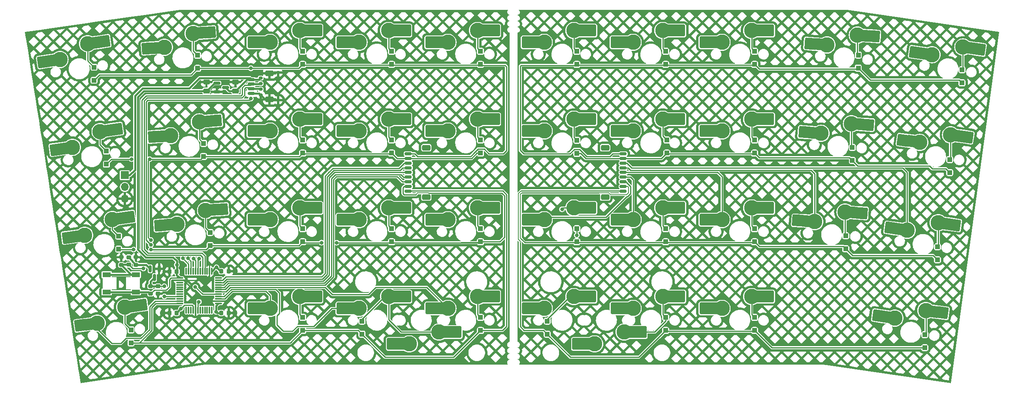
<source format=gbr>
%TF.GenerationSoftware,KiCad,Pcbnew,(7.0.0)*%
%TF.CreationDate,2023-08-26T01:37:01+02:00*%
%TF.ProjectId,tinyv pcb,74696e79-7620-4706-9362-2e6b69636164,rev?*%
%TF.SameCoordinates,Original*%
%TF.FileFunction,Copper,L2,Bot*%
%TF.FilePolarity,Positive*%
%FSLAX46Y46*%
G04 Gerber Fmt 4.6, Leading zero omitted, Abs format (unit mm)*
G04 Created by KiCad (PCBNEW (7.0.0)) date 2023-08-26 01:37:01*
%MOMM*%
%LPD*%
G01*
G04 APERTURE LIST*
G04 Aperture macros list*
%AMRoundRect*
0 Rectangle with rounded corners*
0 $1 Rounding radius*
0 $2 $3 $4 $5 $6 $7 $8 $9 X,Y pos of 4 corners*
0 Add a 4 corners polygon primitive as box body*
4,1,4,$2,$3,$4,$5,$6,$7,$8,$9,$2,$3,0*
0 Add four circle primitives for the rounded corners*
1,1,$1+$1,$2,$3*
1,1,$1+$1,$4,$5*
1,1,$1+$1,$6,$7*
1,1,$1+$1,$8,$9*
0 Add four rect primitives between the rounded corners*
20,1,$1+$1,$2,$3,$4,$5,0*
20,1,$1+$1,$4,$5,$6,$7,0*
20,1,$1+$1,$6,$7,$8,$9,0*
20,1,$1+$1,$8,$9,$2,$3,0*%
%AMRotRect*
0 Rectangle, with rotation*
0 The origin of the aperture is its center*
0 $1 length*
0 $2 width*
0 $3 Rotation angle, in degrees counterclockwise*
0 Add horizontal line*
21,1,$1,$2,0,0,$3*%
G04 Aperture macros list end*
%TA.AperFunction,SMDPad,CuDef*%
%ADD10RoundRect,0.150000X0.625000X-0.150000X0.625000X0.150000X-0.625000X0.150000X-0.625000X-0.150000X0*%
%TD*%
%TA.AperFunction,SMDPad,CuDef*%
%ADD11RoundRect,0.250000X0.650000X-0.350000X0.650000X0.350000X-0.650000X0.350000X-0.650000X-0.350000X0*%
%TD*%
%TA.AperFunction,SMDPad,CuDef*%
%ADD12RoundRect,0.150000X-0.625000X0.150000X-0.625000X-0.150000X0.625000X-0.150000X0.625000X0.150000X0*%
%TD*%
%TA.AperFunction,SMDPad,CuDef*%
%ADD13RoundRect,0.250000X-0.650000X0.350000X-0.650000X-0.350000X0.650000X-0.350000X0.650000X0.350000X0*%
%TD*%
%TA.AperFunction,ComponentPad*%
%ADD14C,3.300000*%
%TD*%
%TA.AperFunction,SMDPad,CuDef*%
%ADD15R,1.650000X2.500000*%
%TD*%
%TA.AperFunction,SMDPad,CuDef*%
%ADD16RoundRect,0.250000X1.025000X1.000000X-1.025000X1.000000X-1.025000X-1.000000X1.025000X-1.000000X0*%
%TD*%
%TA.AperFunction,SMDPad,CuDef*%
%ADD17RoundRect,0.250000X0.300000X-0.300000X0.300000X0.300000X-0.300000X0.300000X-0.300000X-0.300000X0*%
%TD*%
%TA.AperFunction,SMDPad,CuDef*%
%ADD18RotRect,1.650000X2.500000X4.000000*%
%TD*%
%TA.AperFunction,SMDPad,CuDef*%
%ADD19RoundRect,0.250000X0.952747X1.069064X-1.092260X0.926064X-0.952747X-1.069064X1.092260X-0.926064X0*%
%TD*%
%TA.AperFunction,SMDPad,CuDef*%
%ADD20RotRect,1.650000X2.500000X184.000000*%
%TD*%
%TA.AperFunction,SMDPad,CuDef*%
%ADD21R,1.800000X1.100000*%
%TD*%
%TA.AperFunction,SMDPad,CuDef*%
%ADD22RotRect,1.650000X2.500000X352.000000*%
%TD*%
%TA.AperFunction,SMDPad,CuDef*%
%ADD23RoundRect,0.250000X1.154198X0.847616X-0.875852X1.132920X-1.154198X-0.847616X0.875852X-1.132920X0*%
%TD*%
%TA.AperFunction,SMDPad,CuDef*%
%ADD24RotRect,1.650000X2.500000X172.000000*%
%TD*%
%TA.AperFunction,SMDPad,CuDef*%
%ADD25RotRect,1.650000X2.500000X8.000000*%
%TD*%
%TA.AperFunction,SMDPad,CuDef*%
%ADD26RoundRect,0.250000X0.875852X1.132920X-1.154198X0.847616X-0.875852X-1.132920X1.154198X-0.847616X0*%
%TD*%
%TA.AperFunction,SMDPad,CuDef*%
%ADD27RotRect,1.650000X2.500000X188.000000*%
%TD*%
%TA.AperFunction,SMDPad,CuDef*%
%ADD28RoundRect,0.150000X-0.150000X0.587500X-0.150000X-0.587500X0.150000X-0.587500X0.150000X0.587500X0*%
%TD*%
%TA.AperFunction,ComponentPad*%
%ADD29R,1.700000X1.700000*%
%TD*%
%TA.AperFunction,ComponentPad*%
%ADD30O,1.700000X1.700000*%
%TD*%
%TA.AperFunction,SMDPad,CuDef*%
%ADD31RoundRect,0.225000X-0.225000X-0.250000X0.225000X-0.250000X0.225000X0.250000X-0.225000X0.250000X0*%
%TD*%
%TA.AperFunction,SMDPad,CuDef*%
%ADD32RoundRect,0.250000X-1.025000X-1.000000X1.025000X-1.000000X1.025000X1.000000X-1.025000X1.000000X0*%
%TD*%
%TA.AperFunction,SMDPad,CuDef*%
%ADD33RotRect,1.650000X2.500000X356.000000*%
%TD*%
%TA.AperFunction,SMDPad,CuDef*%
%ADD34RoundRect,0.250000X1.092260X0.926064X-0.952747X1.069064X-1.092260X-0.926064X0.952747X-1.069064X0*%
%TD*%
%TA.AperFunction,SMDPad,CuDef*%
%ADD35RotRect,1.650000X2.500000X176.000000*%
%TD*%
%TA.AperFunction,SMDPad,CuDef*%
%ADD36RoundRect,0.225000X0.250000X-0.225000X0.250000X0.225000X-0.250000X0.225000X-0.250000X-0.225000X0*%
%TD*%
%TA.AperFunction,SMDPad,CuDef*%
%ADD37RoundRect,0.200000X0.275000X-0.200000X0.275000X0.200000X-0.275000X0.200000X-0.275000X-0.200000X0*%
%TD*%
%TA.AperFunction,SMDPad,CuDef*%
%ADD38RoundRect,0.250000X0.475000X-0.250000X0.475000X0.250000X-0.475000X0.250000X-0.475000X-0.250000X0*%
%TD*%
%TA.AperFunction,SMDPad,CuDef*%
%ADD39RoundRect,0.225000X0.225000X0.250000X-0.225000X0.250000X-0.225000X-0.250000X0.225000X-0.250000X0*%
%TD*%
%TA.AperFunction,SMDPad,CuDef*%
%ADD40RoundRect,0.150000X-0.275000X0.150000X-0.275000X-0.150000X0.275000X-0.150000X0.275000X0.150000X0*%
%TD*%
%TA.AperFunction,SMDPad,CuDef*%
%ADD41RoundRect,0.175000X-0.225000X0.175000X-0.225000X-0.175000X0.225000X-0.175000X0.225000X0.175000X0*%
%TD*%
%TA.AperFunction,SMDPad,CuDef*%
%ADD42RoundRect,0.150000X-0.587500X-0.150000X0.587500X-0.150000X0.587500X0.150000X-0.587500X0.150000X0*%
%TD*%
%TA.AperFunction,SMDPad,CuDef*%
%ADD43RoundRect,0.075000X0.075000X-0.662500X0.075000X0.662500X-0.075000X0.662500X-0.075000X-0.662500X0*%
%TD*%
%TA.AperFunction,SMDPad,CuDef*%
%ADD44RoundRect,0.075000X0.662500X-0.075000X0.662500X0.075000X-0.662500X0.075000X-0.662500X-0.075000X0*%
%TD*%
%TA.AperFunction,ViaPad*%
%ADD45C,0.800000*%
%TD*%
%TA.AperFunction,Conductor*%
%ADD46C,0.250000*%
%TD*%
%TA.AperFunction,Conductor*%
%ADD47C,0.200000*%
%TD*%
%TA.AperFunction,Conductor*%
%ADD48C,0.381000*%
%TD*%
G04 APERTURE END LIST*
D10*
%TO.P,J6,1,Pin_1*%
%TO.N,ROW3*%
X176625000Y-60356250D03*
%TO.P,J6,2,Pin_2*%
%TO.N,ROW2*%
X176625000Y-59356250D03*
%TO.P,J6,3,Pin_3*%
%TO.N,COL5*%
X176625000Y-58356250D03*
%TO.P,J6,4,Pin_4*%
%TO.N,COL6*%
X176625000Y-57356250D03*
%TO.P,J6,5,Pin_5*%
%TO.N,COL7*%
X176625000Y-56356250D03*
%TO.P,J6,6,Pin_6*%
%TO.N,COL8*%
X176625000Y-55356250D03*
%TO.P,J6,7,Pin_7*%
%TO.N,COL9*%
X176625000Y-54356250D03*
%TO.P,J6,8,Pin_8*%
%TO.N,ROW1*%
X176625000Y-53356250D03*
%TO.P,J6,9,Pin_9*%
%TO.N,ROW0*%
X176625000Y-52356250D03*
D11*
%TO.P,J6,MP*%
%TO.N,N/C*%
X172750000Y-51056250D03*
X172750000Y-61656250D03*
%TD*%
D12*
%TO.P,J5,1,Pin_1*%
%TO.N,ROW0*%
X130556250Y-52356250D03*
%TO.P,J5,2,Pin_2*%
%TO.N,ROW1*%
X130556250Y-53356250D03*
%TO.P,J5,3,Pin_3*%
%TO.N,COL9*%
X130556250Y-54356250D03*
%TO.P,J5,4,Pin_4*%
%TO.N,COL8*%
X130556250Y-55356250D03*
%TO.P,J5,5,Pin_5*%
%TO.N,COL7*%
X130556250Y-56356250D03*
%TO.P,J5,6,Pin_6*%
%TO.N,COL6*%
X130556250Y-57356250D03*
%TO.P,J5,7,Pin_7*%
%TO.N,COL5*%
X130556250Y-58356250D03*
%TO.P,J5,8,Pin_8*%
%TO.N,ROW2*%
X130556250Y-59356250D03*
%TO.P,J5,9,Pin_9*%
%TO.N,ROW3*%
X130556250Y-60356250D03*
D13*
%TO.P,J5,MP*%
%TO.N,N/C*%
X134431250Y-61656250D03*
X134431250Y-51056250D03*
%TD*%
D14*
%TO.P,MX4,1,1*%
%TO.N,COL3*%
X120015000Y-28416250D03*
D15*
X118189999Y-28416249D03*
D16*
X116465000Y-28416250D03*
%TO.P,MX4,2,2*%
%TO.N,Net-(D4-A)*%
X129915000Y-25876250D03*
D15*
X128164999Y-25876249D03*
D14*
X126365000Y-25876250D03*
%TD*%
D17*
%TO.P,D21,1,K*%
%TO.N,ROW2*%
X68505464Y-72837500D03*
%TO.P,D21,2,A*%
%TO.N,Net-(D21-A)*%
X68505464Y-70037500D03*
%TD*%
%TO.P,D34,1,K*%
%TO.N,ROW3*%
X120650000Y-91093750D03*
%TO.P,D34,2,A*%
%TO.N,Net-(D34-A)*%
X120650000Y-88293750D03*
%TD*%
D14*
%TO.P,MX23,1,1*%
%TO.N,COL2*%
X100965000Y-66516250D03*
D15*
X99139999Y-66516249D03*
D16*
X97415000Y-66516250D03*
%TO.P,MX23,2,2*%
%TO.N,Net-(D23-A)*%
X110865000Y-63976250D03*
D15*
X109114999Y-63976249D03*
D14*
X107315000Y-63976250D03*
%TD*%
D17*
%TO.P,D8,1,K*%
%TO.N,ROW0*%
X204787500Y-33150000D03*
%TO.P,D8,2,A*%
%TO.N,Net-(D8-A)*%
X204787500Y-30350000D03*
%TD*%
D14*
%TO.P,MX12,1,1*%
%TO.N,COL1*%
X79627503Y-48476446D03*
D18*
X77806947Y-48603751D03*
D19*
X76086150Y-48724082D03*
%TO.P,MX12,2,2*%
%TO.N,Net-(D12-A)*%
X89326205Y-45252045D03*
D20*
X87580467Y-45374118D03*
D14*
X85784853Y-45499680D03*
%TD*%
D17*
%TO.P,D33,1,K*%
%TO.N,ROW3*%
X107950000Y-90300000D03*
%TO.P,D33,2,A*%
%TO.N,Net-(D33-A)*%
X107950000Y-87500000D03*
%TD*%
%TO.P,D23,1,K*%
%TO.N,ROW2*%
X107950000Y-71250000D03*
%TO.P,D23,2,A*%
%TO.N,Net-(D23-A)*%
X107950000Y-68450000D03*
%TD*%
D14*
%TO.P,MX34,1,1*%
%TO.N,COL3*%
X120015000Y-85566250D03*
D15*
X118189999Y-85566249D03*
D16*
X116465000Y-85566250D03*
%TO.P,MX34,2,2*%
%TO.N,Net-(D34-A)*%
X129915000Y-83026250D03*
D15*
X128164999Y-83026249D03*
D14*
X126365000Y-83026250D03*
%TD*%
D17*
%TO.P,D2,1,K*%
%TO.N,ROW0*%
X85421634Y-33998148D03*
%TO.P,D2,2,A*%
%TO.N,Net-(D2-A)*%
X85421634Y-31198148D03*
%TD*%
D14*
%TO.P,MX8,1,1*%
%TO.N,COL7*%
X197802500Y-28416250D03*
D15*
X195977499Y-28416249D03*
D16*
X194252500Y-28416250D03*
%TO.P,MX8,2,2*%
%TO.N,Net-(D8-A)*%
X207702500Y-25876250D03*
D15*
X205952499Y-25876249D03*
D14*
X204152500Y-25876250D03*
%TD*%
D21*
%TO.P,SW1,1,1*%
%TO.N,BOOT0*%
X72156249Y-78318749D03*
X65956249Y-78318749D03*
%TO.P,SW1,2,2*%
%TO.N,+3V3*%
X72156249Y-82018749D03*
X65956249Y-82018749D03*
%TD*%
D14*
%TO.P,MX40,1,1*%
%TO.N,COL9*%
X234858766Y-87641325D03*
D22*
X233051526Y-87387333D03*
D23*
X231343315Y-87147260D03*
%TO.P,MX40,2,2*%
%TO.N,Net-(D40-A)*%
X245015920Y-86503857D03*
D24*
X243282950Y-86260303D03*
D14*
X241500468Y-86009793D03*
%TD*%
D17*
%TO.P,D28,1,K*%
%TO.N,ROW2*%
X204787500Y-71250000D03*
%TO.P,D28,2,A*%
%TO.N,Net-(D28-A)*%
X204787500Y-68450000D03*
%TD*%
D14*
%TO.P,MX15,1,1*%
%TO.N,COL4*%
X139065000Y-47466250D03*
D15*
X137239999Y-47466249D03*
D16*
X135515000Y-47466250D03*
%TO.P,MX15,2,2*%
%TO.N,Net-(D15-A)*%
X148965000Y-44926250D03*
D15*
X147214999Y-44926249D03*
D14*
X145415000Y-44926250D03*
%TD*%
%TO.P,MX27,1,1*%
%TO.N,COL6*%
X178752500Y-66516250D03*
D15*
X176927499Y-66516249D03*
D16*
X175202500Y-66516250D03*
%TO.P,MX27,2,2*%
%TO.N,Net-(D27-A)*%
X188652500Y-63976250D03*
D15*
X186902499Y-63976249D03*
D14*
X185102500Y-63976250D03*
%TD*%
%TO.P,MX1,1,1*%
%TO.N,COL0*%
X55918235Y-32108839D03*
D25*
X54110995Y-32362829D03*
D26*
X52402783Y-32602903D03*
%TO.P,MX1,2,2*%
%TO.N,Net-(D1-A)*%
X65368389Y-28215744D03*
D27*
X63635419Y-28459296D03*
D14*
X61852938Y-28709809D03*
%TD*%
D28*
%TO.P,Q1,1,G*%
%TO.N,Net-(Q1-G)*%
X75250000Y-77035314D03*
%TO.P,Q1,2,S*%
%TO.N,GND*%
X77150000Y-77035314D03*
%TO.P,Q1,3,D*%
%TO.N,NRST*%
X76200000Y-78910314D03*
%TD*%
D14*
%TO.P,MX17,1,1*%
%TO.N,COL6*%
X178752500Y-47466250D03*
D15*
X176927499Y-47466249D03*
D16*
X175202500Y-47466250D03*
%TO.P,MX17,2,2*%
%TO.N,Net-(D17-A)*%
X188652500Y-44926250D03*
D15*
X186902499Y-44926249D03*
D14*
X185102500Y-44926250D03*
%TD*%
D29*
%TO.P,J3,1,Pin_1*%
%TO.N,+5V*%
X69811963Y-56944999D03*
D30*
%TO.P,J3,2,Pin_2*%
%TO.N,underglow*%
X69811963Y-59484999D03*
%TO.P,J3,3,Pin_3*%
%TO.N,GND*%
X69811963Y-62024999D03*
%TD*%
D14*
%TO.P,MX14,1,1*%
%TO.N,COL3*%
X120015000Y-47466250D03*
D15*
X118189999Y-47466249D03*
D16*
X116465000Y-47466250D03*
%TO.P,MX14,2,2*%
%TO.N,Net-(D14-A)*%
X129915000Y-44926250D03*
D15*
X128164999Y-44926249D03*
D14*
X126365000Y-44926250D03*
%TD*%
%TO.P,MX22,1,1*%
%TO.N,COL1*%
X80978269Y-67494740D03*
D18*
X79157713Y-67622045D03*
D19*
X77436916Y-67742376D03*
%TO.P,MX22,2,2*%
%TO.N,Net-(D22-A)*%
X90676971Y-64270339D03*
D20*
X88931233Y-64392412D03*
D14*
X87135619Y-64517974D03*
%TD*%
D31*
%TO.P,C4,1*%
%TO.N,+3V3*%
X90506250Y-86518750D03*
%TO.P,C4,2*%
%TO.N,GND*%
X92056250Y-86518750D03*
%TD*%
D14*
%TO.P,MX3,1,1*%
%TO.N,COL2*%
X100965000Y-28416250D03*
D15*
X99139999Y-28416249D03*
D16*
X97415000Y-28416250D03*
%TO.P,MX3,2,2*%
%TO.N,Net-(D3-A)*%
X110865000Y-25876250D03*
D15*
X109114999Y-25876249D03*
D14*
X107315000Y-25876250D03*
%TD*%
D17*
%TO.P,D10,1,K*%
%TO.N,ROW0*%
X249237500Y-37118750D03*
%TO.P,D10,2,A*%
%TO.N,Net-(D10-A)*%
X249237500Y-34318750D03*
%TD*%
%TO.P,D6,1,K*%
%TO.N,ROW0*%
X166687500Y-33150000D03*
%TO.P,D6,2,A*%
%TO.N,Net-(D6-A)*%
X166687500Y-30350000D03*
%TD*%
D14*
%TO.P,MX28,1,1*%
%TO.N,COL7*%
X197802500Y-66516250D03*
D15*
X195977499Y-66516249D03*
D16*
X194252500Y-66516250D03*
%TO.P,MX28,2,2*%
%TO.N,Net-(D28-A)*%
X207702500Y-63976250D03*
D15*
X205952499Y-63976249D03*
D14*
X204152500Y-63976250D03*
%TD*%
D17*
%TO.P,D20,1,K*%
%TO.N,ROW1*%
X246617400Y-56391910D03*
%TO.P,D20,2,A*%
%TO.N,Net-(D20-A)*%
X246617400Y-53591910D03*
%TD*%
%TO.P,D1,1,K*%
%TO.N,ROW0*%
X63235561Y-36559733D03*
%TO.P,D1,2,A*%
%TO.N,Net-(D1-A)*%
X63235561Y-33759733D03*
%TD*%
D14*
%TO.P,MX39,1,1*%
%TO.N,Net-(D37-A)*%
X176847500Y-90646250D03*
D15*
X178672499Y-90646249D03*
D32*
X180397500Y-90646250D03*
%TO.P,MX39,2,2*%
%TO.N,COL6*%
X166947500Y-93186250D03*
D15*
X168697499Y-93186249D03*
D14*
X170497500Y-93186250D03*
%TD*%
D17*
%TO.P,D30,1,K*%
%TO.N,ROW2*%
X243980283Y-75125302D03*
%TO.P,D30,2,A*%
%TO.N,Net-(D30-A)*%
X243980283Y-72325302D03*
%TD*%
%TO.P,D12,1,K*%
%TO.N,ROW1*%
X86706202Y-52918434D03*
%TO.P,D12,2,A*%
%TO.N,Net-(D12-A)*%
X86706202Y-50118434D03*
%TD*%
%TO.P,D4,1,K*%
%TO.N,ROW0*%
X127000000Y-33150000D03*
%TO.P,D4,2,A*%
%TO.N,Net-(D4-A)*%
X127000000Y-30350000D03*
%TD*%
D14*
%TO.P,MX30,1,1*%
%TO.N,COL9*%
X237497998Y-68778221D03*
D22*
X235690758Y-68524229D03*
D23*
X233982547Y-68284156D03*
%TO.P,MX30,2,2*%
%TO.N,Net-(D30-A)*%
X247655152Y-67640753D03*
D24*
X245922182Y-67397199D03*
D14*
X244139700Y-67146689D03*
%TD*%
D17*
%TO.P,D22,1,K*%
%TO.N,ROW2*%
X88106250Y-72043750D03*
%TO.P,D22,2,A*%
%TO.N,Net-(D22-A)*%
X88106250Y-69243750D03*
%TD*%
%TO.P,D16,2,A*%
%TO.N,Net-(D16-A)*%
X166713163Y-49476990D03*
%TO.P,D16,1,K*%
%TO.N,ROW1*%
X166713163Y-52276990D03*
%TD*%
%TO.P,D37,1,K*%
%TO.N,ROW3*%
X185737500Y-90300000D03*
%TO.P,D37,2,A*%
%TO.N,Net-(D37-A)*%
X185737500Y-87500000D03*
%TD*%
D14*
%TO.P,MX29,1,1*%
%TO.N,COL8*%
X217678079Y-66938277D03*
D33*
X215857524Y-66810971D03*
D34*
X214136727Y-66690642D03*
%TO.P,MX29,2,2*%
%TO.N,Net-(D29-A)*%
X227731145Y-65095054D03*
D35*
X225985407Y-64972979D03*
D14*
X224189793Y-64847418D03*
%TD*%
D36*
%TO.P,C8,1*%
%TO.N,GND*%
X76914812Y-82369880D03*
%TO.P,C8,2*%
%TO.N,NRST*%
X76914812Y-80819880D03*
%TD*%
D17*
%TO.P,D38,1,K*%
%TO.N,ROW3*%
X204787500Y-90300000D03*
%TO.P,D38,2,A*%
%TO.N,Net-(D38-A)*%
X204787500Y-87500000D03*
%TD*%
D12*
%TO.P,J1,1,Pin_1*%
%TO.N,+5V*%
X96960197Y-36387500D03*
%TO.P,J1,2,Pin_2*%
%TO.N,D_N*%
X96960197Y-37387500D03*
%TO.P,J1,3,Pin_3*%
%TO.N,D_P*%
X96960197Y-38387500D03*
%TO.P,J1,4,Pin_4*%
%TO.N,GND*%
X96960197Y-39387500D03*
D13*
%TO.P,J1,MP,MountPin*%
X100835197Y-35087500D03*
X100835197Y-40687500D03*
%TD*%
D14*
%TO.P,MX35,1,1*%
%TO.N,COL4*%
X139065000Y-85566250D03*
D15*
X137239999Y-85566249D03*
D16*
X135515000Y-85566250D03*
%TO.P,MX35,2,2*%
%TO.N,Net-(D35-A)*%
X148965000Y-83026250D03*
D15*
X147214999Y-83026249D03*
D14*
X145415000Y-83026250D03*
%TD*%
D17*
%TO.P,D17,1,K*%
%TO.N,ROW1*%
X185991623Y-52200000D03*
%TO.P,D17,2,A*%
%TO.N,Net-(D17-A)*%
X185991623Y-49400000D03*
%TD*%
D14*
%TO.P,MX20,1,1*%
%TO.N,COL9*%
X240162150Y-49915116D03*
D22*
X238354910Y-49661124D03*
D23*
X236646699Y-49421051D03*
%TO.P,MX20,2,2*%
%TO.N,Net-(D20-A)*%
X250319304Y-48777648D03*
D24*
X248586334Y-48534094D03*
D14*
X246803852Y-48283584D03*
%TD*%
%TO.P,MX24,1,1*%
%TO.N,COL3*%
X120015000Y-66516250D03*
D15*
X118189999Y-66516249D03*
D16*
X116465000Y-66516250D03*
%TO.P,MX24,2,2*%
%TO.N,Net-(D24-A)*%
X129915000Y-63976250D03*
D15*
X128164999Y-63976249D03*
D14*
X126365000Y-63976250D03*
%TD*%
%TO.P,MX26,1,1*%
%TO.N,COL5*%
X159702500Y-66516250D03*
D15*
X157877499Y-66516249D03*
D16*
X156152500Y-66516250D03*
%TO.P,MX26,2,2*%
%TO.N,Net-(D26-A)*%
X169602500Y-63976250D03*
D15*
X167852499Y-63976249D03*
D14*
X166052500Y-63976250D03*
%TD*%
D37*
%TO.P,R1,1*%
%TO.N,+3V3*%
X75327312Y-82419880D03*
%TO.P,R1,2*%
%TO.N,NRST*%
X75327312Y-80769880D03*
%TD*%
D38*
%TO.P,C2,1*%
%TO.N,+3V3*%
X87312500Y-38843750D03*
%TO.P,C2,2*%
%TO.N,GND*%
X87312500Y-36943750D03*
%TD*%
D17*
%TO.P,D27,1,K*%
%TO.N,ROW2*%
X185737500Y-71250000D03*
%TO.P,D27,2,A*%
%TO.N,Net-(D27-A)*%
X185737500Y-68450000D03*
%TD*%
%TO.P,D19,1,K*%
%TO.N,ROW1*%
X225736492Y-53787499D03*
%TO.P,D19,2,A*%
%TO.N,Net-(D19-A)*%
X225736492Y-50987499D03*
%TD*%
D39*
%TO.P,C3,1*%
%TO.N,+3V3*%
X80943750Y-77658750D03*
%TO.P,C3,2*%
%TO.N,GND*%
X79393750Y-77658750D03*
%TD*%
D17*
%TO.P,D40,1,K*%
%TO.N,ROW3*%
X241271408Y-93997194D03*
%TO.P,D40,2,A*%
%TO.N,Net-(D40-A)*%
X241271408Y-91197194D03*
%TD*%
D14*
%TO.P,MX5,1,1*%
%TO.N,COL4*%
X139065000Y-28416250D03*
D15*
X137239999Y-28416249D03*
D16*
X135515000Y-28416250D03*
%TO.P,MX5,2,2*%
%TO.N,Net-(D5-A)*%
X148965000Y-25876250D03*
D15*
X147214999Y-25876249D03*
D14*
X145415000Y-25876250D03*
%TD*%
%TO.P,MX37,1,1*%
%TO.N,COL6*%
X178752500Y-85566250D03*
D15*
X176927499Y-85566249D03*
D16*
X175202500Y-85566250D03*
%TO.P,MX37,2,2*%
%TO.N,Net-(D37-A)*%
X188652500Y-83026250D03*
D15*
X186902499Y-83026249D03*
D14*
X185102500Y-83026250D03*
%TD*%
D17*
%TO.P,D3,1,K*%
%TO.N,ROW0*%
X107950000Y-33150000D03*
%TO.P,D3,2,A*%
%TO.N,Net-(D3-A)*%
X107950000Y-30350000D03*
%TD*%
D14*
%TO.P,MX7,1,1*%
%TO.N,COL6*%
X178752500Y-28416250D03*
D15*
X176927499Y-28416249D03*
D16*
X175202500Y-28416250D03*
%TO.P,MX7,2,2*%
%TO.N,Net-(D7-A)*%
X188652500Y-25876250D03*
D15*
X186902499Y-25876249D03*
D14*
X185102500Y-25876250D03*
%TD*%
D17*
%TO.P,D24,1,K*%
%TO.N,ROW2*%
X127000000Y-71250000D03*
%TO.P,D24,2,A*%
%TO.N,Net-(D24-A)*%
X127000000Y-68450000D03*
%TD*%
%TO.P,D29,1,K*%
%TO.N,ROW2*%
X224322872Y-72762184D03*
%TO.P,D29,2,A*%
%TO.N,Net-(D29-A)*%
X224322872Y-69962184D03*
%TD*%
%TO.P,D15,1,K*%
%TO.N,ROW1*%
X146050000Y-52200000D03*
%TO.P,D15,2,A*%
%TO.N,Net-(D15-A)*%
X146050000Y-49400000D03*
%TD*%
D40*
%TO.P,J2,1,Pin_1*%
%TO.N,+5V*%
X98931250Y-36087500D03*
%TO.P,J2,2,Pin_2*%
%TO.N,D_N*%
X98931250Y-37287500D03*
%TO.P,J2,3,Pin_3*%
%TO.N,D_P*%
X98931250Y-38487500D03*
%TO.P,J2,4,Pin_4*%
%TO.N,GND*%
X98931250Y-39687500D03*
D41*
%TO.P,J2,MP,MountPin*%
X102706250Y-34937500D03*
X102706250Y-40837500D03*
%TD*%
D31*
%TO.P,C6,1*%
%TO.N,+3V3*%
X90524091Y-77609086D03*
%TO.P,C6,2*%
%TO.N,GND*%
X92074091Y-77609086D03*
%TD*%
D37*
%TO.P,R2,1*%
%TO.N,BOOT0*%
X69056250Y-76212500D03*
%TO.P,R2,2*%
%TO.N,GND*%
X69056250Y-74562500D03*
%TD*%
D42*
%TO.P,U2,1,GND*%
%TO.N,GND*%
X89550000Y-39050000D03*
%TO.P,U2,2,VO*%
%TO.N,+3V3*%
X89550000Y-37150000D03*
%TO.P,U2,3,VI*%
%TO.N,+5V*%
X91425000Y-38100000D03*
%TD*%
D37*
%TO.P,R3,1*%
%TO.N,Net-(Q1-G)*%
X72231250Y-76212500D03*
%TO.P,R3,2*%
%TO.N,GND*%
X72231250Y-74562500D03*
%TD*%
D14*
%TO.P,MX2,1,1*%
%TO.N,COL1*%
X78291756Y-29481958D03*
D18*
X76471200Y-29609263D03*
D19*
X74750403Y-29729594D03*
%TO.P,MX2,2,2*%
%TO.N,Net-(D2-A)*%
X87990458Y-26257557D03*
D20*
X86244720Y-26379630D03*
D14*
X84449106Y-26505192D03*
%TD*%
D17*
%TO.P,D36,1,K*%
%TO.N,ROW3*%
X160337500Y-91093750D03*
%TO.P,D36,2,A*%
%TO.N,Net-(D36-A)*%
X160337500Y-88293750D03*
%TD*%
D14*
%TO.P,MX21,1,1*%
%TO.N,COL0*%
X61212831Y-69846063D03*
D25*
X59405591Y-70100053D03*
D26*
X57697379Y-70340127D03*
%TO.P,MX21,2,2*%
%TO.N,Net-(D21-A)*%
X70662985Y-65952968D03*
D27*
X68930015Y-66196520D03*
D14*
X67147534Y-66447033D03*
%TD*%
D17*
%TO.P,D7,1,K*%
%TO.N,ROW0*%
X185737500Y-33150000D03*
%TO.P,D7,2,A*%
%TO.N,Net-(D7-A)*%
X185737500Y-30350000D03*
%TD*%
%TO.P,D5,1,K*%
%TO.N,ROW0*%
X146050000Y-33150000D03*
%TO.P,D5,2,A*%
%TO.N,Net-(D5-A)*%
X146050000Y-30350000D03*
%TD*%
D43*
%TO.P,U1,1,VBAT*%
%TO.N,unconnected-(U1-VBAT-Pad1)*%
X88475000Y-85918750D03*
%TO.P,U1,2,PC13*%
%TO.N,unconnected-(U1-PC13-Pad2)*%
X87975000Y-85918750D03*
%TO.P,U1,3,PC14*%
%TO.N,unconnected-(U1-PC14-Pad3)*%
X87475000Y-85918750D03*
%TO.P,U1,4,PC15*%
%TO.N,unconnected-(U1-PC15-Pad4)*%
X86975000Y-85918750D03*
%TO.P,U1,5,PF0*%
%TO.N,unconnected-(U1-PF0-Pad5)*%
X86475000Y-85918750D03*
%TO.P,U1,6,PF1*%
%TO.N,unconnected-(U1-PF1-Pad6)*%
X85975000Y-85918750D03*
%TO.P,U1,7,NRST*%
%TO.N,NRST*%
X85475000Y-85918750D03*
%TO.P,U1,8,VSSA*%
%TO.N,GND*%
X84975000Y-85918750D03*
%TO.P,U1,9,VDDA*%
%TO.N,+3V3*%
X84475000Y-85918750D03*
%TO.P,U1,10,PA0*%
%TO.N,unconnected-(U1-PA0-Pad10)*%
X83975000Y-85918750D03*
%TO.P,U1,11,PA1*%
%TO.N,unconnected-(U1-PA1-Pad11)*%
X83475000Y-85918750D03*
%TO.P,U1,12,PA2*%
%TO.N,unconnected-(U1-PA2-Pad12)*%
X82975000Y-85918750D03*
D44*
%TO.P,U1,13,PA3*%
%TO.N,ROW3*%
X81562500Y-84506250D03*
%TO.P,U1,14,PA4*%
%TO.N,COL0*%
X81562500Y-84006250D03*
%TO.P,U1,15,PA5*%
%TO.N,unconnected-(U1-PA5-Pad15)*%
X81562500Y-83506250D03*
%TO.P,U1,16,PA6*%
%TO.N,underglow*%
X81562500Y-83006250D03*
%TO.P,U1,17,PA7*%
%TO.N,unconnected-(U1-PA7-Pad17)*%
X81562500Y-82506250D03*
%TO.P,U1,18,PB0*%
%TO.N,unconnected-(U1-PB0-Pad18)*%
X81562500Y-82006250D03*
%TO.P,U1,19,PB1*%
%TO.N,unconnected-(U1-PB1-Pad19)*%
X81562500Y-81506250D03*
%TO.P,U1,20,PB2*%
%TO.N,unconnected-(U1-PB2-Pad20)*%
X81562500Y-81006250D03*
%TO.P,U1,21,PB10*%
%TO.N,unconnected-(U1-PB10-Pad21)*%
X81562500Y-80506250D03*
%TO.P,U1,22,PB11*%
%TO.N,unconnected-(U1-PB11-Pad22)*%
X81562500Y-80006250D03*
%TO.P,U1,23,VSS*%
%TO.N,GND*%
X81562500Y-79506250D03*
%TO.P,U1,24,VDD*%
%TO.N,+3V3*%
X81562500Y-79006250D03*
D43*
%TO.P,U1,25,PB12*%
%TO.N,unconnected-(U1-PB12-Pad25)*%
X82975000Y-77593750D03*
%TO.P,U1,26,PB13*%
%TO.N,ROW2*%
X83475000Y-77593750D03*
%TO.P,U1,27,PB14*%
%TO.N,ROW0*%
X83975000Y-77593750D03*
%TO.P,U1,28,PB15*%
%TO.N,unconnected-(U1-PB15-Pad28)*%
X84475000Y-77593750D03*
%TO.P,U1,29,PA8*%
%TO.N,ROW1*%
X84975000Y-77593750D03*
%TO.P,U1,30,PA9*%
%TO.N,COL1*%
X85475000Y-77593750D03*
%TO.P,U1,31,PA10*%
%TO.N,unconnected-(U1-PA10-Pad31)*%
X85975000Y-77593750D03*
%TO.P,U1,32,PA11*%
%TO.N,D_N*%
X86475000Y-77593750D03*
%TO.P,U1,33,PA12*%
%TO.N,D_P*%
X86975000Y-77593750D03*
%TO.P,U1,34,PA13*%
%TO.N,unconnected-(U1-PA13-Pad34)*%
X87475000Y-77593750D03*
%TO.P,U1,35,VSS*%
%TO.N,GND*%
X87975000Y-77593750D03*
%TO.P,U1,36,VDDIO2*%
%TO.N,+3V3*%
X88475000Y-77593750D03*
D44*
%TO.P,U1,37,PA14*%
%TO.N,unconnected-(U1-PA14-Pad37)*%
X89887500Y-79006250D03*
%TO.P,U1,38,PA15*%
%TO.N,COL9*%
X89887500Y-79506250D03*
%TO.P,U1,39,PB3*%
%TO.N,COL8*%
X89887500Y-80006250D03*
%TO.P,U1,40,PB4*%
%TO.N,COL7*%
X89887500Y-80506250D03*
%TO.P,U1,41,PB5*%
%TO.N,COL6*%
X89887500Y-81006250D03*
%TO.P,U1,42,PB6*%
%TO.N,COL5*%
X89887500Y-81506250D03*
%TO.P,U1,43,PB7*%
%TO.N,COL4*%
X89887500Y-82006250D03*
%TO.P,U1,44,BOOT0*%
%TO.N,BOOT0*%
X89887500Y-82506250D03*
%TO.P,U1,45,PB8*%
%TO.N,COL3*%
X89887500Y-83006250D03*
%TO.P,U1,46,PB9*%
%TO.N,COL2*%
X89887500Y-83506250D03*
%TO.P,U1,47,VSS*%
%TO.N,GND*%
X89887500Y-84006250D03*
%TO.P,U1,48,VDD*%
%TO.N,+3V3*%
X89887500Y-84506250D03*
%TD*%
D14*
%TO.P,MX33,1,1*%
%TO.N,COL2*%
X100965000Y-85566250D03*
D15*
X99139999Y-85566249D03*
D16*
X97415000Y-85566250D03*
%TO.P,MX33,2,2*%
%TO.N,Net-(D33-A)*%
X110865000Y-83026250D03*
D15*
X109114999Y-83026249D03*
D14*
X107315000Y-83026250D03*
%TD*%
D17*
%TO.P,D25,1,K*%
%TO.N,ROW2*%
X146050000Y-71250000D03*
%TO.P,D25,2,A*%
%TO.N,Net-(D25-A)*%
X146050000Y-68450000D03*
%TD*%
D14*
%TO.P,MX38,1,1*%
%TO.N,COL7*%
X197802500Y-85566250D03*
D15*
X195977499Y-85566249D03*
D16*
X194252500Y-85566250D03*
%TO.P,MX38,2,2*%
%TO.N,Net-(D38-A)*%
X207702500Y-83026250D03*
D15*
X205952499Y-83026249D03*
D14*
X204152500Y-83026250D03*
%TD*%
%TO.P,MX10,1,1*%
%TO.N,COL9*%
X242796279Y-31057371D03*
D22*
X240989039Y-30803379D03*
D23*
X239280828Y-30563306D03*
%TO.P,MX10,2,2*%
%TO.N,Net-(D10-A)*%
X252953433Y-29919903D03*
D24*
X251220463Y-29676349D03*
D14*
X249437981Y-29425839D03*
%TD*%
D17*
%TO.P,D14,1,K*%
%TO.N,ROW1*%
X127000000Y-52200000D03*
%TO.P,D14,2,A*%
%TO.N,Net-(D14-A)*%
X127000000Y-49400000D03*
%TD*%
D14*
%TO.P,MX18,1,1*%
%TO.N,COL7*%
X197802500Y-47466250D03*
D15*
X195977499Y-47466249D03*
D16*
X194252500Y-47466250D03*
%TO.P,MX18,2,2*%
%TO.N,Net-(D18-A)*%
X207702500Y-44926250D03*
D15*
X205952499Y-44926249D03*
D14*
X204152500Y-44926250D03*
%TD*%
D17*
%TO.P,D9,1,K*%
%TO.N,ROW0*%
X227012500Y-33943750D03*
%TO.P,D9,2,A*%
%TO.N,Net-(D9-A)*%
X227012500Y-31143750D03*
%TD*%
D14*
%TO.P,MX32,1,1*%
%TO.N,Net-(D34-A)*%
X137160000Y-90646250D03*
D15*
X138984999Y-90646249D03*
D32*
X140710000Y-90646250D03*
%TO.P,MX32,2,2*%
%TO.N,COL3*%
X127260000Y-93186250D03*
D15*
X129009999Y-93186249D03*
D14*
X130810000Y-93186250D03*
%TD*%
%TO.P,MX31,1,1*%
%TO.N,COL0*%
X63884326Y-88716842D03*
D25*
X62077086Y-88970832D03*
D26*
X60368874Y-89210906D03*
%TO.P,MX31,2,2*%
%TO.N,Net-(D31-A)*%
X73334480Y-84823747D03*
D27*
X71601510Y-85067299D03*
D14*
X69819029Y-85317812D03*
%TD*%
D17*
%TO.P,D35,1,K*%
%TO.N,ROW3*%
X146050000Y-90300000D03*
%TO.P,D35,2,A*%
%TO.N,Net-(D35-A)*%
X146050000Y-87500000D03*
%TD*%
%TO.P,D31,1,K*%
%TO.N,ROW3*%
X71138466Y-92960479D03*
%TO.P,D31,2,A*%
%TO.N,Net-(D31-A)*%
X71138466Y-90160479D03*
%TD*%
D14*
%TO.P,MX36,1,1*%
%TO.N,COL5*%
X159702500Y-85566250D03*
D15*
X157877499Y-85566249D03*
D16*
X156152500Y-85566250D03*
%TO.P,MX36,2,2*%
%TO.N,Net-(D36-A)*%
X169602500Y-83026250D03*
D15*
X167852499Y-83026249D03*
D14*
X166052500Y-83026250D03*
%TD*%
%TO.P,MX11,1,1*%
%TO.N,COL0*%
X58592288Y-50963156D03*
D25*
X56785048Y-51217146D03*
D26*
X55076836Y-51457220D03*
%TO.P,MX11,2,2*%
%TO.N,Net-(D11-A)*%
X68042442Y-47070061D03*
D27*
X66309472Y-47313613D03*
D14*
X64526991Y-47564126D03*
%TD*%
%TO.P,MX16,1,1*%
%TO.N,COL5*%
X159702500Y-47466250D03*
D15*
X157877499Y-47466249D03*
D16*
X156152500Y-47466250D03*
%TO.P,MX16,2,2*%
%TO.N,Net-(D16-A)*%
X169602500Y-44926250D03*
D15*
X167852499Y-44926249D03*
D14*
X166052500Y-44926250D03*
%TD*%
D36*
%TO.P,C7,1*%
%TO.N,BOOT0*%
X70643750Y-76162500D03*
%TO.P,C7,2*%
%TO.N,Net-(Q1-G)*%
X70643750Y-74612500D03*
%TD*%
D17*
%TO.P,D11,1,K*%
%TO.N,ROW1*%
X65881250Y-54581250D03*
%TO.P,D11,2,A*%
%TO.N,Net-(D11-A)*%
X65881250Y-51781250D03*
%TD*%
D14*
%TO.P,MX25,1,1*%
%TO.N,COL4*%
X139065000Y-66516250D03*
D15*
X137239999Y-66516249D03*
D16*
X135515000Y-66516250D03*
%TO.P,MX25,2,2*%
%TO.N,Net-(D25-A)*%
X148965000Y-63976250D03*
D15*
X147214999Y-63976249D03*
D14*
X145415000Y-63976250D03*
%TD*%
%TO.P,MX9,1,1*%
%TO.N,COL8*%
X220313639Y-28962874D03*
D33*
X218493084Y-28835568D03*
D34*
X216772287Y-28715239D03*
%TO.P,MX9,2,2*%
%TO.N,Net-(D9-A)*%
X230366705Y-27119651D03*
D35*
X228620967Y-26997576D03*
D14*
X226825353Y-26872015D03*
%TD*%
D17*
%TO.P,D18,1,K*%
%TO.N,ROW1*%
X204787500Y-52200000D03*
%TO.P,D18,2,A*%
%TO.N,Net-(D18-A)*%
X204787500Y-49400000D03*
%TD*%
%TO.P,D13,1,K*%
%TO.N,ROW1*%
X107950000Y-52200000D03*
%TO.P,D13,2,A*%
%TO.N,Net-(D13-A)*%
X107950000Y-49400000D03*
%TD*%
%TO.P,D26,1,K*%
%TO.N,ROW2*%
X166687500Y-71250000D03*
%TO.P,D26,2,A*%
%TO.N,Net-(D26-A)*%
X166687500Y-68450000D03*
%TD*%
D39*
%TO.P,C5,1*%
%TO.N,+3V3*%
X80925000Y-86518750D03*
%TO.P,C5,2*%
%TO.N,GND*%
X79375000Y-86518750D03*
%TD*%
D14*
%TO.P,MX19,1,1*%
%TO.N,COL8*%
X219037632Y-47966707D03*
D33*
X217217077Y-47839401D03*
D34*
X215496280Y-47719072D03*
%TO.P,MX19,2,2*%
%TO.N,Net-(D19-A)*%
X229090698Y-46123484D03*
D35*
X227344960Y-46001409D03*
D14*
X225549346Y-45875848D03*
%TD*%
%TO.P,MX13,1,1*%
%TO.N,COL2*%
X100965000Y-47466250D03*
D15*
X99139999Y-47466249D03*
D16*
X97415000Y-47466250D03*
%TO.P,MX13,2,2*%
%TO.N,Net-(D13-A)*%
X110865000Y-44926250D03*
D15*
X109114999Y-44926249D03*
D14*
X107315000Y-44926250D03*
%TD*%
D38*
%TO.P,C1,1*%
%TO.N,+5V*%
X93518750Y-38843750D03*
%TO.P,C1,2*%
%TO.N,GND*%
X93518750Y-36943750D03*
%TD*%
D14*
%TO.P,MX6,1,1*%
%TO.N,COL5*%
X159702500Y-28416250D03*
D15*
X157877499Y-28416249D03*
D16*
X156152500Y-28416250D03*
%TO.P,MX6,2,2*%
%TO.N,Net-(D6-A)*%
X169602500Y-25876250D03*
D15*
X167852499Y-25876249D03*
D14*
X166052500Y-25876250D03*
%TD*%
D45*
%TO.N,ROW0*%
X83359327Y-74816473D03*
X96837500Y-33998148D03*
X96837500Y-40481250D03*
X75406250Y-71917970D03*
%TO.N,ROW1*%
X71232193Y-53489210D03*
X75128177Y-53492767D03*
X75418798Y-70905919D03*
X84515601Y-74821981D03*
%TO.N,ROW2*%
X115241665Y-71437500D03*
X111988000Y-71437500D03*
X82244263Y-74816473D03*
X71698373Y-72917231D03*
X75406250Y-72917473D03*
%TO.N,Net-(D26-A)*%
X166687500Y-69850000D03*
X163512500Y-64293750D03*
%TO.N,COL1*%
X85711562Y-74829911D03*
%TO.N,GND*%
X86949695Y-84006250D03*
X93201788Y-77597192D03*
X78272552Y-77647183D03*
X85725000Y-37306250D03*
X78141684Y-86529322D03*
X73370053Y-74776115D03*
X93124857Y-86506855D03*
X77112440Y-75467359D03*
X86949695Y-79506250D03*
X67796336Y-74567705D03*
%TO.N,BOOT0*%
X73818750Y-77002500D03*
X84931250Y-80962500D03*
%TO.N,NRST*%
X78266549Y-80808519D03*
X85699500Y-84137500D03*
%TO.N,+3V3*%
X89360711Y-86272135D03*
X81830258Y-85640418D03*
X89455064Y-76747935D03*
X80962500Y-76200000D03*
%TO.N,underglow*%
X78290398Y-82994831D03*
%TD*%
D46*
%TO.N,COL9*%
X237497998Y-56354810D02*
X237497998Y-68778221D01*
X236555025Y-55411837D02*
X237497998Y-56354810D01*
X178459043Y-55411837D02*
X236555025Y-55411837D01*
X177403456Y-54356250D02*
X178459043Y-55411837D01*
X176609043Y-54356250D02*
X177403456Y-54356250D01*
%TO.N,COL8*%
X217678079Y-56668283D02*
X217678079Y-66938277D01*
X177705658Y-55356250D02*
X178211245Y-55861837D01*
X178211245Y-55861837D02*
X216871633Y-55861837D01*
X216871633Y-55861837D02*
X217678079Y-56668283D01*
X176609043Y-55356250D02*
X177705658Y-55356250D01*
%TO.N,COL7*%
X176669413Y-56311837D02*
X176625000Y-56356250D01*
X196850000Y-56311837D02*
X176669413Y-56311837D01*
%TO.N,COL6*%
X178165000Y-57356250D02*
X176625000Y-57356250D01*
X178752500Y-57943750D02*
X178165000Y-57356250D01*
X178752500Y-66516250D02*
X178752500Y-57943750D01*
%TO.N,COL5*%
X160267500Y-65951250D02*
X159702500Y-66516250D01*
X172929328Y-65951250D02*
X160267500Y-65951250D01*
X177496401Y-61544578D02*
X177336000Y-61544578D01*
X178177043Y-59342792D02*
X178177043Y-60863936D01*
X177336000Y-61544578D02*
X172929328Y-65951250D01*
X177190501Y-58356250D02*
X178177043Y-59342792D01*
X176743750Y-58356250D02*
X177190501Y-58356250D01*
X178177043Y-60863936D02*
X177496401Y-61544578D01*
D47*
%TO.N,ROW2*%
X177752043Y-59518832D02*
X177589461Y-59356250D01*
X177752043Y-60687896D02*
X177752043Y-59518832D01*
X177321189Y-61118750D02*
X177752043Y-60687896D01*
X177589461Y-59356250D02*
X176743750Y-59356250D01*
X173871567Y-61118750D02*
X177321189Y-61118750D01*
X173502817Y-60750000D02*
X173871567Y-61118750D01*
X171450000Y-60750000D02*
X173502817Y-60750000D01*
D46*
%TO.N,ROW3*%
X176554367Y-60285617D02*
X176625000Y-60356250D01*
X156368750Y-60285617D02*
X176554367Y-60285617D01*
%TO.N,COL7*%
X197802500Y-57264337D02*
X196850000Y-56311837D01*
%TO.N,ROW3*%
X176601660Y-60285617D02*
X176672293Y-60356250D01*
%TO.N,ROW0*%
X174381250Y-52356250D02*
X175831250Y-52356250D01*
X173831250Y-52906250D02*
X174381250Y-52356250D01*
X167289490Y-51401990D02*
X168793750Y-52906250D01*
X166174990Y-51401990D02*
X167289490Y-51401990D01*
X165201830Y-52375150D02*
X166174990Y-51401990D01*
X154552500Y-33566250D02*
X154552500Y-51607988D01*
X154552500Y-51607988D02*
X154552093Y-51608395D01*
X154781250Y-33337500D02*
X154552500Y-33566250D01*
X166500000Y-33337500D02*
X154781250Y-33337500D01*
X155318848Y-52375150D02*
X165201830Y-52375150D01*
X166687500Y-33150000D02*
X166500000Y-33337500D01*
X154552093Y-51608395D02*
X155318848Y-52375150D01*
X168793750Y-52906250D02*
X173831250Y-52906250D01*
%TO.N,ROW3*%
X130587500Y-60325000D02*
X130556250Y-60356250D01*
X131699000Y-60325000D02*
X130587500Y-60325000D01*
X131699000Y-60325000D02*
X131262500Y-60325000D01*
X150812500Y-60325000D02*
X131699000Y-60325000D01*
%TO.N,ROW2*%
X129700683Y-59356250D02*
X130581933Y-59356250D01*
X129456250Y-60876250D02*
X129456250Y-59600683D01*
X129698750Y-61118750D02*
X129456250Y-60876250D01*
X132187500Y-61118750D02*
X129698750Y-61118750D01*
X129456250Y-59600683D02*
X129700683Y-59356250D01*
%TO.N,COL5*%
X91289334Y-81506250D02*
X89887500Y-81506250D01*
X92219584Y-80576000D02*
X91289334Y-81506250D01*
X114517165Y-78786171D02*
X112727336Y-80576000D01*
X115161744Y-57246340D02*
X114517165Y-57890919D01*
X114517165Y-57890919D02*
X114517165Y-78786171D01*
X128193624Y-57246340D02*
X115161744Y-57246340D01*
X129303534Y-58356250D02*
X128193624Y-57246340D01*
X112727336Y-80576000D02*
X92219584Y-80576000D01*
X130478534Y-58356250D02*
X129303534Y-58356250D01*
%TO.N,COL6*%
X91152938Y-81006250D02*
X89887500Y-81006250D01*
X114067165Y-78599775D02*
X112540940Y-80126000D01*
X112540940Y-80126000D02*
X92033188Y-80126000D01*
X114067165Y-57704523D02*
X114067165Y-78599775D01*
X92033188Y-80126000D02*
X91152938Y-81006250D01*
X129029000Y-56796340D02*
X114975348Y-56796340D01*
X114975348Y-56796340D02*
X114067165Y-57704523D01*
X129623413Y-57390753D02*
X129029000Y-56796340D01*
X130473413Y-57390753D02*
X129623413Y-57390753D01*
%TO.N,COL7*%
X91016542Y-80506250D02*
X89887500Y-80506250D01*
X91846792Y-79676000D02*
X91016542Y-80506250D01*
X112354544Y-79676000D02*
X91846792Y-79676000D01*
X113617165Y-78413379D02*
X112354544Y-79676000D01*
X113617165Y-57518127D02*
X113617165Y-78413379D01*
X114788952Y-56346340D02*
X113617165Y-57518127D01*
X130546340Y-56346340D02*
X114788952Y-56346340D01*
X130556250Y-56356250D02*
X130546340Y-56346340D01*
%TO.N,COL8*%
X90880146Y-80006250D02*
X89887500Y-80006250D01*
X91660396Y-79226000D02*
X90880146Y-80006250D01*
X112168148Y-79226000D02*
X91660396Y-79226000D01*
X113167165Y-78226983D02*
X112168148Y-79226000D01*
X128871211Y-55896340D02*
X114602556Y-55896340D01*
X114602556Y-55896340D02*
X113167165Y-57331731D01*
X129376798Y-55390753D02*
X128871211Y-55896340D01*
X130473413Y-55390753D02*
X129376798Y-55390753D01*
X113167165Y-57331731D02*
X113167165Y-78226983D01*
%TO.N,ROW1*%
X145273222Y-52200000D02*
X146050000Y-52200000D01*
X145273222Y-52213174D02*
X145273222Y-52200000D01*
X130556250Y-53356250D02*
X144130146Y-53356250D01*
X144130146Y-53356250D02*
X145273222Y-52213174D01*
X128156250Y-53356250D02*
X130556250Y-53356250D01*
%TO.N,ROW0*%
X132006250Y-52356250D02*
X130556250Y-52356250D01*
X132556250Y-52906250D02*
X132006250Y-52356250D01*
X143943750Y-52906250D02*
X132556250Y-52906250D01*
X144461676Y-52388324D02*
X143943750Y-52906250D01*
X144461676Y-52375150D02*
X144461676Y-52388324D01*
X145511827Y-51325000D02*
X144461676Y-52375150D01*
X150917521Y-52325155D02*
X147843905Y-52325155D01*
X151606250Y-51636426D02*
X150917521Y-52325155D01*
X151606250Y-33649258D02*
X151606250Y-51636426D01*
X147843905Y-52325155D02*
X146843750Y-51325000D01*
X146237500Y-33337500D02*
X151294492Y-33337500D01*
X146843750Y-51325000D02*
X145511827Y-51325000D01*
X146050000Y-33150000D02*
X146237500Y-33337500D01*
X151294492Y-33337500D02*
X151606250Y-33649258D01*
X227012500Y-33943750D02*
X229581250Y-36512500D01*
X226824891Y-34131359D02*
X227012500Y-33943750D01*
X107950000Y-33150000D02*
X108125150Y-33325150D01*
X166862650Y-33325150D02*
X204612350Y-33325150D01*
X74403677Y-41169115D02*
X74403677Y-53975000D01*
X166687500Y-33150000D02*
X166862650Y-33325150D01*
X74403687Y-53975010D02*
X74403687Y-70915407D01*
X64383720Y-35411574D02*
X84008208Y-35411574D01*
X63235561Y-36559733D02*
X64383720Y-35411574D01*
X146050000Y-33150000D02*
X145874850Y-33325150D01*
X107101852Y-33998148D02*
X107950000Y-33150000D01*
X74403687Y-70915407D02*
X75406250Y-71917970D01*
X229581250Y-36512500D02*
X248631250Y-36512500D01*
X205768859Y-34131359D02*
X226824891Y-34131359D01*
X96837500Y-40481250D02*
X96511152Y-40807598D01*
X248631250Y-36512500D02*
X249237500Y-37118750D01*
X204612350Y-33325150D02*
X204787500Y-33150000D01*
X83975000Y-75432146D02*
X83975000Y-77593750D01*
X96837500Y-33998148D02*
X107101852Y-33998148D01*
X85421634Y-33998148D02*
X96837500Y-33998148D01*
X84008208Y-35411574D02*
X85421634Y-33998148D01*
X74765194Y-40807598D02*
X74403677Y-41169115D01*
X83359327Y-74816473D02*
X83975000Y-75432146D01*
X96511152Y-40807598D02*
X74765194Y-40807598D01*
X108125150Y-33325150D02*
X145874850Y-33325150D01*
X204787500Y-33150000D02*
X205768859Y-34131359D01*
%TO.N,Net-(D1-A)*%
X61852938Y-32377110D02*
X63235561Y-33759733D01*
X61852938Y-28709809D02*
X61852938Y-32377110D01*
%TO.N,Net-(D2-A)*%
X84449106Y-30225620D02*
X85421634Y-31198148D01*
X84449106Y-26505192D02*
X84449106Y-30225620D01*
%TO.N,Net-(D3-A)*%
X107315000Y-29715000D02*
X107950000Y-30350000D01*
X107315000Y-25876250D02*
X107315000Y-29715000D01*
%TO.N,Net-(D4-A)*%
X126365000Y-29715000D02*
X127000000Y-30350000D01*
X126365000Y-25876250D02*
X126365000Y-29715000D01*
%TO.N,Net-(D5-A)*%
X145415000Y-25876250D02*
X145415000Y-29715000D01*
X145415000Y-29715000D02*
X146050000Y-30350000D01*
%TO.N,Net-(D6-A)*%
X166052500Y-29715000D02*
X166687500Y-30350000D01*
X166052500Y-25876250D02*
X166052500Y-29715000D01*
%TO.N,Net-(D7-A)*%
X185102500Y-29715000D02*
X185737500Y-30350000D01*
X185102500Y-25876250D02*
X185102500Y-29715000D01*
%TO.N,Net-(D8-A)*%
X204152500Y-25876250D02*
X204152500Y-29715000D01*
X204152500Y-29715000D02*
X204787500Y-30350000D01*
%TO.N,Net-(D9-A)*%
X226825353Y-30956603D02*
X227012500Y-31143750D01*
X226825353Y-26872015D02*
X226825353Y-30956603D01*
%TO.N,Net-(D10-A)*%
X249437981Y-34118269D02*
X249237500Y-34318750D01*
X249437981Y-29425839D02*
X249437981Y-34118269D01*
%TO.N,ROW1*%
X168607354Y-53356250D02*
X175156250Y-53356250D01*
X186166773Y-52375150D02*
X185991623Y-52200000D01*
X225736492Y-53787499D02*
X225130243Y-53181250D01*
X127000000Y-52200000D02*
X128156250Y-53356250D01*
X86706202Y-52918434D02*
X107231566Y-52918434D01*
X107950000Y-52200000D02*
X108137500Y-52387500D01*
X225736492Y-53787499D02*
X226910830Y-54961837D01*
X242887500Y-55562500D02*
X245787990Y-55562500D01*
X204787500Y-52200000D02*
X204612350Y-52375150D01*
X65881250Y-54581250D02*
X66971312Y-53491188D01*
X225130243Y-53181250D02*
X205768750Y-53181250D01*
X205768750Y-53181250D02*
X204787500Y-52200000D01*
X126824850Y-52375150D02*
X127000000Y-52200000D01*
X86131869Y-53492767D02*
X86706202Y-52918434D01*
X74853687Y-53767257D02*
X74853687Y-70340808D01*
X185991623Y-52200000D02*
X184835373Y-53356250D01*
X167528094Y-52276990D02*
X168607354Y-53356250D01*
X108125150Y-52375150D02*
X126824850Y-52375150D01*
X66971312Y-53491188D02*
X71230215Y-53491188D01*
X75128177Y-53492767D02*
X86131869Y-53492767D01*
X204612350Y-52375150D02*
X186166773Y-52375150D01*
X107950000Y-52200000D02*
X108125150Y-52375150D01*
X75128177Y-53492767D02*
X74853687Y-53767257D01*
X107231566Y-52918434D02*
X107950000Y-52200000D01*
X71230215Y-53491188D02*
X71232193Y-53489210D01*
X245787990Y-55562500D02*
X246617400Y-56391910D01*
X84515601Y-74821981D02*
X84975000Y-75281380D01*
X74853687Y-70340808D02*
X75418798Y-70905919D01*
X242286837Y-54961837D02*
X242887500Y-55562500D01*
X84975000Y-75281380D02*
X84975000Y-77593750D01*
X166713163Y-52276990D02*
X167528094Y-52276990D01*
X184835373Y-53356250D02*
X175156250Y-53356250D01*
X226910830Y-54961837D02*
X242286837Y-54961837D01*
%TO.N,Net-(D11-A)*%
X64526991Y-47564126D02*
X64526991Y-50426991D01*
X64526991Y-50426991D02*
X65881250Y-51781250D01*
%TO.N,Net-(D12-A)*%
X85784853Y-49197085D02*
X86706202Y-50118434D01*
X85784853Y-45499680D02*
X85784853Y-49197085D01*
%TO.N,Net-(D13-A)*%
X107315000Y-48765000D02*
X107950000Y-49400000D01*
X107315000Y-44926250D02*
X107315000Y-48765000D01*
%TO.N,Net-(D14-A)*%
X126365000Y-48765000D02*
X127000000Y-49400000D01*
X126365000Y-44926250D02*
X126365000Y-48765000D01*
%TO.N,Net-(D15-A)*%
X145415000Y-48765000D02*
X146050000Y-49400000D01*
X145415000Y-44926250D02*
X145415000Y-48765000D01*
%TO.N,Net-(D16-A)*%
X166052500Y-48816327D02*
X166713163Y-49476990D01*
X166052500Y-44926250D02*
X166052500Y-48816327D01*
%TO.N,Net-(D17-A)*%
X185102500Y-44926250D02*
X185102500Y-48510877D01*
X185102500Y-48510877D02*
X185991623Y-49400000D01*
%TO.N,Net-(D18-A)*%
X204152500Y-44926250D02*
X204152500Y-48765000D01*
X204152500Y-48765000D02*
X204787500Y-49400000D01*
%TO.N,Net-(D19-A)*%
X225549346Y-45875848D02*
X225549346Y-50800353D01*
X225549346Y-50800353D02*
X225736492Y-50987499D01*
%TO.N,Net-(D20-A)*%
X246803852Y-48283584D02*
X246803852Y-53405458D01*
X246803852Y-53405458D02*
X246617400Y-53591910D01*
%TO.N,ROW2*%
X145874850Y-71425150D02*
X146050000Y-71250000D01*
X243047632Y-74192651D02*
X243980283Y-75125302D01*
X115093750Y-71437500D02*
X115241665Y-71437500D01*
X145874850Y-71425150D02*
X141893769Y-71425150D01*
X166862650Y-71425150D02*
X204612350Y-71425150D01*
X205768750Y-72231250D02*
X223791938Y-72231250D01*
X145862500Y-71437500D02*
X146050000Y-71250000D01*
D47*
X154781250Y-70643750D02*
X154577500Y-70440000D01*
D46*
X155562650Y-71425150D02*
X154781250Y-70643750D01*
X150018750Y-60775000D02*
X134937500Y-60775000D01*
X130581933Y-59356250D02*
X129667138Y-59356250D01*
X204612350Y-71425150D02*
X204787500Y-71250000D01*
D47*
X154577500Y-70440000D02*
X154577500Y-61094436D01*
X134912500Y-60750000D02*
X134937500Y-60775000D01*
D46*
X155562650Y-71425150D02*
X166512350Y-71425150D01*
X88106250Y-72043750D02*
X107156250Y-72043750D01*
X150891177Y-61040073D02*
X150626104Y-60775000D01*
X225753339Y-74192651D02*
X243047632Y-74192651D01*
D47*
X132556250Y-60750000D02*
X134912500Y-60750000D01*
D46*
X151156250Y-69850000D02*
X151156250Y-62706250D01*
X146050000Y-71250000D02*
X150206250Y-71250000D01*
X224322872Y-72762184D02*
X225753339Y-74192651D01*
D47*
X154577500Y-61094436D02*
X154921936Y-60750000D01*
D46*
X87232527Y-72917473D02*
X88106250Y-72043750D01*
D47*
X154921936Y-60750000D02*
X154936319Y-60750000D01*
D46*
X107156250Y-72043750D02*
X107950000Y-71250000D01*
D47*
X130170537Y-59356250D02*
X130581933Y-59356250D01*
D46*
X151156250Y-70300000D02*
X151156250Y-69850000D01*
X75406250Y-72917473D02*
X87232527Y-72917473D01*
X166687500Y-71250000D02*
X166512350Y-71425150D01*
X223791938Y-72231250D02*
X224322872Y-72762184D01*
X108137500Y-71437500D02*
X107950000Y-71250000D01*
X151156250Y-61305146D02*
X150891177Y-61040073D01*
X150626104Y-60775000D02*
X150018750Y-60775000D01*
X154936319Y-60735617D02*
X171450000Y-60735617D01*
X82244263Y-74816473D02*
X83475000Y-76047210D01*
X115093750Y-71437500D02*
X145862500Y-71437500D01*
D47*
X132187500Y-61118750D02*
X132556250Y-60750000D01*
D46*
X166687500Y-71250000D02*
X166862650Y-71425150D01*
X71698373Y-72917231D02*
X68585195Y-72917231D01*
X150206250Y-71250000D02*
X151156250Y-70300000D01*
X151156250Y-62706250D02*
X151156250Y-61305146D01*
X204787500Y-71250000D02*
X205768750Y-72231250D01*
X108137500Y-71437500D02*
X111988000Y-71437500D01*
X83475000Y-76047210D02*
X83475000Y-77593750D01*
%TO.N,Net-(D21-A)*%
X67147534Y-68679570D02*
X68505464Y-70037500D01*
X67147534Y-66447033D02*
X67147534Y-68679570D01*
%TO.N,Net-(D22-A)*%
X87135619Y-64517974D02*
X87135619Y-68273119D01*
X87135619Y-68273119D02*
X88106250Y-69243750D01*
%TO.N,Net-(D23-A)*%
X107315000Y-63976250D02*
X107315000Y-67815000D01*
X107315000Y-67815000D02*
X107950000Y-68450000D01*
%TO.N,Net-(D24-A)*%
X126365000Y-63976250D02*
X126365000Y-67815000D01*
X126365000Y-67815000D02*
X127000000Y-68450000D01*
%TO.N,Net-(D25-A)*%
X145415000Y-67815000D02*
X146050000Y-68450000D01*
X145415000Y-63976250D02*
X145415000Y-67815000D01*
%TO.N,Net-(D26-A)*%
X166687500Y-69850000D02*
X166687500Y-68450000D01*
X166052500Y-63976250D02*
X163830000Y-63976250D01*
X163830000Y-63976250D02*
X163512500Y-64293750D01*
%TO.N,Net-(D27-A)*%
X185102500Y-63976250D02*
X185102500Y-67815000D01*
X185102500Y-67815000D02*
X185737500Y-68450000D01*
%TO.N,Net-(D28-A)*%
X204152500Y-67815000D02*
X204787500Y-68450000D01*
X204152500Y-63976250D02*
X204152500Y-67815000D01*
%TO.N,Net-(D29-A)*%
X224189793Y-64847418D02*
X224189793Y-69829105D01*
X224189793Y-69829105D02*
X224322872Y-69962184D01*
%TO.N,Net-(D30-A)*%
X244139700Y-72165885D02*
X243980283Y-72325302D01*
X244139700Y-67146689D02*
X244139700Y-72165885D01*
%TO.N,ROW3*%
X75597359Y-85376537D02*
X75597359Y-90296391D01*
D47*
X154177500Y-60893395D02*
X154745895Y-60325000D01*
X154745895Y-60325000D02*
X154760278Y-60310617D01*
D46*
X81562500Y-84506250D02*
X76467646Y-84506250D01*
X160337500Y-91093750D02*
X159535630Y-90291880D01*
X119856250Y-90300000D02*
X120650000Y-91093750D01*
D47*
X154552500Y-71107375D02*
X154177500Y-70732375D01*
D46*
X125600000Y-96043750D02*
X140306250Y-96043750D01*
X151606250Y-61118750D02*
X150812500Y-60325000D01*
X204787500Y-90300000D02*
X208484694Y-93997194D01*
X71138466Y-92960479D02*
X72231250Y-92960479D01*
X159535630Y-90291880D02*
X155379380Y-90291880D01*
X140306250Y-96043750D02*
X146050000Y-90300000D01*
X72231250Y-92960479D02*
X105289521Y-92960479D01*
X120650000Y-91093750D02*
X125600000Y-96043750D01*
D47*
X155160278Y-60310617D02*
X155185278Y-60285617D01*
D46*
X160337500Y-91093750D02*
X165287500Y-96043750D01*
X155575000Y-60285617D02*
X155185278Y-60285617D01*
X151606250Y-89423433D02*
X151606250Y-68262500D01*
D47*
X154760278Y-60310617D02*
X155160278Y-60310617D01*
D46*
X208484694Y-93997194D02*
X241271408Y-93997194D01*
X185737500Y-90300000D02*
X185912650Y-90475150D01*
X105289521Y-92960479D02*
X107950000Y-90300000D01*
X107950000Y-90300000D02*
X119856250Y-90300000D01*
D47*
X154552500Y-71437500D02*
X154552500Y-71107375D01*
D46*
X155379380Y-90291880D02*
X154552500Y-89465000D01*
X154552500Y-89465000D02*
X154552500Y-71437500D01*
X156329367Y-60285617D02*
X156368750Y-60285617D01*
X204612350Y-90475150D02*
X204787500Y-90300000D01*
X75597359Y-90296391D02*
X72933271Y-92960479D01*
X179993750Y-96043750D02*
X185737500Y-90300000D01*
X150729683Y-90300000D02*
X151606250Y-89423433D01*
D47*
X154177500Y-70732375D02*
X154177500Y-60893395D01*
D46*
X185912650Y-90475150D02*
X204612350Y-90475150D01*
X156368750Y-60285617D02*
X155575000Y-60285617D01*
X165287500Y-96043750D02*
X179993750Y-96043750D01*
X155575000Y-60285617D02*
X154781250Y-60285617D01*
X76467646Y-84506250D02*
X75597359Y-85376537D01*
X151606250Y-68262500D02*
X151606250Y-61118750D01*
X72933271Y-92960479D02*
X72231250Y-92960479D01*
X146050000Y-90300000D02*
X150729683Y-90300000D01*
%TO.N,Net-(D31-A)*%
X69819029Y-85317812D02*
X69819029Y-88841042D01*
X69819029Y-88841042D02*
X71138466Y-90160479D01*
%TO.N,Net-(D33-A)*%
X107315000Y-83026250D02*
X107315000Y-86865000D01*
X107315000Y-86865000D02*
X107950000Y-87500000D01*
%TO.N,Net-(D34-A)*%
X137160000Y-90646250D02*
X129042233Y-90646250D01*
X125554869Y-83026250D02*
X120650000Y-87931119D01*
X129042233Y-90646250D02*
X126365000Y-87969017D01*
X126365000Y-83026250D02*
X125554869Y-83026250D01*
X120650000Y-87931119D02*
X120650000Y-88293750D01*
X126365000Y-87969017D02*
X126365000Y-83026250D01*
%TO.N,Net-(D35-A)*%
X145415000Y-83026250D02*
X145415000Y-86865000D01*
X145415000Y-86865000D02*
X146050000Y-87500000D01*
%TO.N,Net-(D36-A)*%
X165242369Y-83026250D02*
X160337500Y-87931119D01*
X160337500Y-87931119D02*
X160337500Y-88293750D01*
X166052500Y-83026250D02*
X165242369Y-83026250D01*
%TO.N,Net-(D37-A)*%
X185102500Y-83026250D02*
X185102500Y-86865000D01*
X176847500Y-90646250D02*
X183372631Y-90646250D01*
X183372631Y-90646250D02*
X185737500Y-88281381D01*
X185102500Y-86865000D02*
X185737500Y-87500000D01*
X185737500Y-88281381D02*
X185737500Y-87500000D01*
%TO.N,Net-(D38-A)*%
X204152500Y-83026250D02*
X204152500Y-86865000D01*
X204152500Y-86865000D02*
X204787500Y-87500000D01*
%TO.N,Net-(D40-A)*%
X241500468Y-90968134D02*
X241271408Y-91197194D01*
X241500468Y-86009793D02*
X241500468Y-90968134D01*
%TO.N,COL0*%
X76331250Y-84006250D02*
X81562500Y-84006250D01*
X73251702Y-92005652D02*
X75147359Y-90109995D01*
X75147359Y-90109995D02*
X75147359Y-85190141D01*
X63884326Y-88716842D02*
X63884326Y-89925583D01*
X70057099Y-92005652D02*
X73251702Y-92005652D01*
X67029516Y-93070773D02*
X68991978Y-93070773D01*
X75147359Y-85190141D02*
X76331250Y-84006250D01*
X63884326Y-89925583D02*
X67029516Y-93070773D01*
X68991978Y-93070773D02*
X70057099Y-92005652D01*
%TO.N,COL1*%
X85475000Y-75066473D02*
X85475000Y-77593750D01*
X85711562Y-74829911D02*
X85475000Y-75066473D01*
%TO.N,COL2*%
X100087000Y-81926000D02*
X92834292Y-81926000D01*
X91254042Y-83506250D02*
X89887500Y-83506250D01*
X92834292Y-81926000D02*
X91254042Y-83506250D01*
X100965000Y-82804000D02*
X100087000Y-81926000D01*
X100965000Y-85566250D02*
X100965000Y-82804000D01*
%TO.N,COL3*%
X103793769Y-90475150D02*
X102406100Y-89087481D01*
X102940000Y-86591119D02*
X102940000Y-82239000D01*
X92647896Y-81476000D02*
X91117646Y-83006250D01*
X102406100Y-89087481D02*
X102406100Y-87125019D01*
X102940000Y-82239000D02*
X102177000Y-81476000D01*
X105756231Y-90475150D02*
X103793769Y-90475150D01*
X106806381Y-89425000D02*
X105756231Y-90475150D01*
X102406100Y-87125019D02*
X102940000Y-86591119D01*
X114162767Y-85566250D02*
X110304017Y-89425000D01*
X110304017Y-89425000D02*
X106806381Y-89425000D01*
X102177000Y-81476000D02*
X92647896Y-81476000D01*
X120015000Y-85566250D02*
X114162767Y-85566250D01*
X91117646Y-83006250D02*
X89887500Y-83006250D01*
%TO.N,COL4*%
X122095131Y-82550000D02*
X114300000Y-82550000D01*
X139065000Y-85566250D02*
X134550000Y-81051250D01*
X134550000Y-81051250D02*
X123593881Y-81051250D01*
X91506250Y-81981250D02*
X89693750Y-81981250D01*
X92461500Y-81026000D02*
X91506250Y-81981250D01*
X123593881Y-81051250D02*
X122095131Y-82550000D01*
X114300000Y-82550000D02*
X112776000Y-81026000D01*
X112776000Y-81026000D02*
X92461500Y-81026000D01*
%TO.N,COL6*%
X177459043Y-57356250D02*
X176609043Y-57356250D01*
%TO.N,COL7*%
X130429000Y-56346340D02*
X130473413Y-56390753D01*
X176653456Y-56311837D02*
X176609043Y-56356250D01*
X197802500Y-66516250D02*
X197802500Y-57264337D01*
X176788163Y-56311837D02*
X176743750Y-56356250D01*
%TO.N,COL9*%
X128623412Y-55446340D02*
X114444433Y-55446340D01*
X112712500Y-66675000D02*
X112712500Y-76993750D01*
X114416160Y-55446340D02*
X113506250Y-56356250D01*
X112712500Y-76993750D02*
X112712500Y-78045252D01*
X112712500Y-57943750D02*
X112712500Y-66675000D01*
X111981752Y-78776000D02*
X92202000Y-78776000D01*
X112712500Y-57150000D02*
X112712500Y-57943750D01*
X91474000Y-78776000D02*
X90743750Y-79506250D01*
X112712500Y-78045252D02*
X112444501Y-78313251D01*
X112465000Y-78292752D02*
X111981752Y-78776000D01*
X113506250Y-56356250D02*
X112712500Y-57150000D01*
X90743750Y-79506250D02*
X89887500Y-79506250D01*
X129679000Y-54390753D02*
X128623412Y-55446340D01*
X130473413Y-54390753D02*
X129679000Y-54390753D01*
X92202000Y-78776000D02*
X91474000Y-78776000D01*
D48*
%TO.N,+5V*%
X96625947Y-36053250D02*
X85860064Y-36053250D01*
X98931250Y-36087500D02*
X98631250Y-36387500D01*
X73664666Y-38262750D02*
X72022750Y-39904666D01*
X72022750Y-39904666D02*
X72022750Y-55771000D01*
X72022750Y-55771000D02*
X70848750Y-56945000D01*
X98631250Y-36387500D02*
X96960197Y-36387500D01*
X70848750Y-56945000D02*
X69811964Y-56945000D01*
X96960197Y-36387500D02*
X96625947Y-36053250D01*
X96960197Y-36387500D02*
X95975000Y-36387500D01*
X85860064Y-36053250D02*
X83650564Y-38262750D01*
X92168750Y-38843750D02*
X93518750Y-38843750D01*
X92168750Y-38843750D02*
X91425000Y-38100000D01*
X95975000Y-36387500D02*
X93518750Y-38843750D01*
X83650564Y-38262750D02*
X73664666Y-38262750D01*
%TO.N,GND*%
X96960197Y-39387500D02*
X98631250Y-39387500D01*
X98931250Y-39687500D02*
X100081250Y-40837500D01*
X87312500Y-36943750D02*
X86087500Y-36943750D01*
X78284119Y-77658750D02*
X78272552Y-77647183D01*
X77150000Y-77035314D02*
X77150000Y-75504919D01*
X100985197Y-34937500D02*
X102706250Y-34937500D01*
X93112962Y-86518750D02*
X93124857Y-86506855D01*
X79375000Y-86518750D02*
X78144307Y-86518750D01*
X93189894Y-77609086D02*
X93201788Y-77597192D01*
D46*
X89550000Y-38565749D02*
X89550000Y-39050000D01*
D48*
X92074091Y-77609086D02*
X93189894Y-77609086D01*
D46*
X84975000Y-82031555D02*
X84975000Y-85918750D01*
X87975000Y-77593750D02*
X87975000Y-78480945D01*
D48*
X73156438Y-74562500D02*
X73370053Y-74776115D01*
X86087500Y-36943750D02*
X85725000Y-37306250D01*
X100081250Y-40837500D02*
X102706250Y-40837500D01*
X69056250Y-74562500D02*
X67801541Y-74562500D01*
X92056250Y-86518750D02*
X93112962Y-86518750D01*
X100835197Y-35087500D02*
X100985197Y-34937500D01*
D46*
X87975000Y-78480945D02*
X86949695Y-79506250D01*
D48*
X98631250Y-39387500D02*
X98931250Y-39687500D01*
D46*
X91171999Y-36943750D02*
X89550000Y-38565749D01*
D48*
X77150000Y-75504919D02*
X77112440Y-75467359D01*
D46*
X84975000Y-82031555D02*
X86949695Y-84006250D01*
D48*
X79393750Y-77658750D02*
X78284119Y-77658750D01*
D46*
X91171999Y-36943750D02*
X93518750Y-36943750D01*
X86949695Y-79506250D02*
X82449695Y-79506250D01*
X82449695Y-79506250D02*
X84975000Y-82031555D01*
D48*
X67801541Y-74562500D02*
X67796336Y-74567705D01*
X78144307Y-86526699D02*
X78141684Y-86529322D01*
X72231250Y-74562500D02*
X73156438Y-74562500D01*
D46*
X81562500Y-79506250D02*
X82449695Y-79506250D01*
X86949695Y-84006250D02*
X89887500Y-84006250D01*
D48*
X78144307Y-86518750D02*
X78144307Y-86526699D01*
D46*
%TO.N,BOOT0*%
X84931250Y-80962500D02*
X86475000Y-82506250D01*
X86475000Y-82506250D02*
X89887500Y-82506250D01*
D48*
X72081250Y-78318750D02*
X65881250Y-78318750D01*
X71162500Y-78318750D02*
X72156250Y-78318750D01*
X70643750Y-76162500D02*
X69106250Y-76162500D01*
D46*
X70643750Y-76162500D02*
X71483750Y-77002500D01*
X71483750Y-77002500D02*
X73818750Y-77002500D01*
D48*
X69106250Y-76162500D02*
X69056250Y-76212500D01*
X69056250Y-76212500D02*
X71162500Y-78318750D01*
%TO.N,Net-(Q1-G)*%
X74427186Y-76212500D02*
X72231250Y-76212500D01*
X72231250Y-76200000D02*
X70643750Y-74612500D01*
X75250000Y-77035314D02*
X74427186Y-76212500D01*
X72231250Y-76212500D02*
X72231250Y-76200000D01*
%TO.N,NRST*%
X75327312Y-80769880D02*
X76864812Y-80769880D01*
D46*
X85475000Y-85918750D02*
X85475000Y-84362000D01*
X76914812Y-80819880D02*
X78255188Y-80819880D01*
D48*
X75327312Y-79783002D02*
X76200000Y-78910314D01*
D46*
X85475000Y-84362000D02*
X85699500Y-84137500D01*
D48*
X75327312Y-80769880D02*
X75327312Y-79783002D01*
X75377312Y-80819880D02*
X75327312Y-80769880D01*
X76864812Y-80769880D02*
X76914812Y-80819880D01*
X76198185Y-78908499D02*
X76200000Y-78910314D01*
D46*
X78255188Y-80819880D02*
X78266549Y-80808519D01*
%TO.N,+3V3*%
X78747720Y-81589780D02*
X78659920Y-81589780D01*
D48*
X80962500Y-76200000D02*
X80962500Y-77640000D01*
D46*
X79375000Y-79375000D02*
X79375000Y-80962500D01*
D48*
X81522000Y-78965750D02*
X81562500Y-78965750D01*
X81830258Y-85640418D02*
X81803332Y-85640418D01*
D46*
X84475000Y-85918750D02*
X84475000Y-85115565D01*
D48*
X81803332Y-85640418D02*
X80925000Y-86518750D01*
X90524091Y-77609086D02*
X90316215Y-77609086D01*
D46*
X76152312Y-81594880D02*
X75327312Y-82419880D01*
D48*
X72603750Y-40145324D02*
X73905324Y-38843750D01*
X89550000Y-37150000D02*
X89006250Y-37150000D01*
X89847000Y-84546750D02*
X89887500Y-84546750D01*
X88515500Y-77553250D02*
X89320815Y-76747935D01*
D46*
X79743750Y-79006250D02*
X79375000Y-79375000D01*
D48*
X89320815Y-76747935D02*
X89455064Y-76747935D01*
D46*
X79375000Y-80962500D02*
X78747720Y-81589780D01*
D48*
X80168750Y-74612500D02*
X80962500Y-75406250D01*
X72603750Y-72892582D02*
X72603750Y-40145324D01*
X89360711Y-86272135D02*
X89360711Y-85033039D01*
D46*
X84475000Y-85115565D02*
X84215685Y-84856250D01*
D48*
X90316215Y-77609086D02*
X89455064Y-76747935D01*
X90506250Y-86518750D02*
X89607326Y-86518750D01*
X73905324Y-38843750D02*
X87312500Y-38843750D01*
X89360711Y-85033039D02*
X89847000Y-84546750D01*
X74926182Y-82018750D02*
X75327312Y-82419880D01*
X80943750Y-78387500D02*
X81522000Y-78965750D01*
X74323668Y-74612500D02*
X80168750Y-74612500D01*
X65881250Y-82018750D02*
X74926182Y-82018750D01*
X80943750Y-77658750D02*
X80943750Y-78387500D01*
D46*
X84215685Y-84856250D02*
X82587500Y-84856250D01*
D48*
X80962500Y-77640000D02*
X80943750Y-77658750D01*
X80962500Y-75406250D02*
X80962500Y-76200000D01*
D46*
X78659920Y-81589780D02*
X78654820Y-81594880D01*
D48*
X88515500Y-77593750D02*
X88515500Y-77553250D01*
X89006250Y-37150000D02*
X87312500Y-38843750D01*
D46*
X81562500Y-79006250D02*
X79743750Y-79006250D01*
X82587500Y-84856250D02*
X80925000Y-86518750D01*
D48*
X72603750Y-72892582D02*
X74323668Y-74612500D01*
D46*
X78654820Y-81594880D02*
X76152312Y-81594880D01*
D48*
X89607326Y-86518750D02*
X89360711Y-86272135D01*
D46*
%TO.N,underglow*%
X78290398Y-82994831D02*
X81551081Y-82994831D01*
X80759315Y-83006250D02*
X81562500Y-83006250D01*
X81551081Y-82994831D02*
X81562500Y-83006250D01*
D48*
%TO.N,D_P*%
X98831250Y-38387500D02*
X96960197Y-38387500D01*
D46*
X74578798Y-40357598D02*
X73953677Y-40982719D01*
X95445490Y-38395564D02*
X95445490Y-39774852D01*
X95703554Y-38137500D02*
X95445490Y-38395564D01*
X86341973Y-73641973D02*
X86975000Y-74275000D01*
X73953677Y-69849990D02*
X73953687Y-69850000D01*
X96960197Y-38387500D02*
X96710197Y-38137500D01*
X74789277Y-73641973D02*
X86341973Y-73641973D01*
X94862744Y-40357598D02*
X74578798Y-40357598D01*
X96710197Y-38137500D02*
X95703554Y-38137500D01*
X73953677Y-40982719D02*
X73953677Y-69849990D01*
X95445490Y-39774852D02*
X94862744Y-40357598D01*
X73953687Y-69850000D02*
X73953687Y-72806383D01*
D48*
X98931250Y-38487500D02*
X98831250Y-38387500D01*
D46*
X86975000Y-74275000D02*
X86975000Y-77593750D01*
X73953687Y-72806383D02*
X74789277Y-73641973D01*
%TO.N,D_N*%
X86500000Y-74593750D02*
X86500000Y-77597000D01*
X74532169Y-74091973D02*
X85998223Y-74091973D01*
D48*
X98831250Y-37387500D02*
X96960197Y-37387500D01*
D46*
X73453687Y-69850000D02*
X73453687Y-73013491D01*
X95496446Y-37637500D02*
X94945490Y-38188456D01*
X74392402Y-39907598D02*
X73453696Y-40846304D01*
X96960197Y-37387500D02*
X96710197Y-37637500D01*
X94945490Y-39638456D02*
X94676348Y-39907598D01*
X73453696Y-40846304D02*
X73453696Y-69849991D01*
X85998223Y-74091973D02*
X86500000Y-74593750D01*
X94945490Y-38188456D02*
X94945490Y-39638456D01*
X94676348Y-39907598D02*
X74392402Y-39907598D01*
X73453687Y-73013491D02*
X74532169Y-74091973D01*
X73453696Y-69849991D02*
X73453687Y-69850000D01*
D48*
X98931250Y-37287500D02*
X98831250Y-37387500D01*
D46*
X96710197Y-37637500D02*
X95496446Y-37637500D01*
%TD*%
%TA.AperFunction,Conductor*%
%TO.N,GND*%
G36*
X183310094Y-90225166D02*
G01*
X183316021Y-90229907D01*
X183317703Y-90237308D01*
X183314408Y-90244146D01*
X183241173Y-90317382D01*
X183237442Y-90319875D01*
X183233041Y-90320750D01*
X183049705Y-90320750D01*
X183041991Y-90317779D01*
X183038263Y-90310401D01*
X183040447Y-90302428D01*
X183047414Y-90297980D01*
X183071747Y-90293034D01*
X183156787Y-90275749D01*
X183302504Y-90225150D01*
X183310094Y-90225166D01*
G37*
%TD.AperFunction*%
%TA.AperFunction,Conductor*%
G36*
X182016691Y-90283820D02*
G01*
X182069036Y-90298159D01*
X182075587Y-90302901D01*
X182077395Y-90310783D01*
X182073568Y-90317907D01*
X182065998Y-90320750D01*
X181884500Y-90320750D01*
X181876368Y-90317382D01*
X181873000Y-90309250D01*
X181873000Y-90259532D01*
X181875092Y-90252918D01*
X181880607Y-90248711D01*
X181887536Y-90248441D01*
X182016691Y-90283820D01*
G37*
%TD.AperFunction*%
%TA.AperFunction,Conductor*%
G36*
X224675505Y-21430679D02*
G01*
X257163166Y-26192520D01*
X257170690Y-26196988D01*
X257172892Y-26205457D01*
X246857392Y-101587954D01*
X246855069Y-101593464D01*
X246850293Y-101597063D01*
X246844356Y-101597777D01*
X238699345Y-100422674D01*
X242186884Y-100422674D01*
X244043214Y-100690492D01*
X244185263Y-100548443D01*
X244889543Y-100548443D01*
X245198229Y-100857129D01*
X246430430Y-101034902D01*
X246559192Y-100093945D01*
X245951617Y-99486370D01*
X244889543Y-100548443D01*
X244185263Y-100548443D01*
X243123189Y-99486369D01*
X242186884Y-100422674D01*
X238699345Y-100422674D01*
X228812092Y-98996213D01*
X232299636Y-98996213D01*
X234155966Y-99264031D01*
X234285768Y-99134229D01*
X234990048Y-99134229D01*
X235282358Y-99426539D01*
X236627777Y-99620647D01*
X237114194Y-99134230D01*
X237818476Y-99134230D01*
X238587649Y-99903403D01*
X239099590Y-99977262D01*
X239942622Y-99134230D01*
X240646903Y-99134230D01*
X241708977Y-100196304D01*
X242771051Y-99134230D01*
X243475330Y-99134230D01*
X244537404Y-100196304D01*
X245599478Y-99134230D01*
X244537404Y-98072156D01*
X243475330Y-99134230D01*
X242771051Y-99134230D01*
X241708977Y-98072156D01*
X240646903Y-99134230D01*
X239942622Y-99134230D01*
X239942623Y-99134229D01*
X238880549Y-98072156D01*
X237818476Y-99134230D01*
X237114194Y-99134230D01*
X237114195Y-99134229D01*
X236052122Y-98072156D01*
X234990048Y-99134229D01*
X234285768Y-99134229D01*
X233223694Y-98072155D01*
X232299636Y-98996213D01*
X228812092Y-98996213D01*
X220181251Y-97751018D01*
X219348135Y-97630822D01*
X219348101Y-97630808D01*
X219348037Y-97630808D01*
X219347975Y-97630799D01*
X219347939Y-97630808D01*
X219347326Y-97630808D01*
X154263641Y-97631546D01*
X154256881Y-97629350D01*
X154252704Y-97623600D01*
X154252704Y-97616492D01*
X154256880Y-97610743D01*
X154271740Y-97599948D01*
X154296719Y-97569753D01*
X222412389Y-97569753D01*
X224268718Y-97837571D01*
X224386272Y-97720017D01*
X225090554Y-97720017D01*
X225366487Y-97995950D01*
X226740530Y-98194186D01*
X227214699Y-97720017D01*
X227918981Y-97720017D01*
X228671777Y-98472813D01*
X229212342Y-98550801D01*
X230043126Y-97720017D01*
X230747408Y-97720017D01*
X231809482Y-98782091D01*
X232871556Y-97720017D01*
X233575835Y-97720017D01*
X234637909Y-98782091D01*
X235699983Y-97720017D01*
X236404262Y-97720017D01*
X237466336Y-98782091D01*
X238528410Y-97720017D01*
X239232689Y-97720017D01*
X240294763Y-98782091D01*
X241356837Y-97720017D01*
X242061116Y-97720017D01*
X243123190Y-98782091D01*
X244185264Y-97720017D01*
X244889543Y-97720017D01*
X245951616Y-98782090D01*
X246863492Y-97870214D01*
X246899651Y-97605977D01*
X245951617Y-96657943D01*
X244889543Y-97720017D01*
X244185264Y-97720017D01*
X243123190Y-96657943D01*
X242061116Y-97720017D01*
X241356837Y-97720017D01*
X240294763Y-96657943D01*
X239232689Y-97720017D01*
X238528410Y-97720017D01*
X237466336Y-96657943D01*
X236404262Y-97720017D01*
X235699983Y-97720017D01*
X234637909Y-96657943D01*
X233575835Y-97720017D01*
X232871556Y-97720017D01*
X231809482Y-96657943D01*
X230747408Y-97720017D01*
X230043126Y-97720017D01*
X230043127Y-97720016D01*
X228981054Y-96657943D01*
X227918981Y-97720017D01*
X227214699Y-97720017D01*
X227214700Y-97720016D01*
X226152627Y-96657943D01*
X225090554Y-97720017D01*
X224386272Y-97720017D01*
X224386273Y-97720016D01*
X223324200Y-96657943D01*
X222412389Y-97569753D01*
X154296719Y-97569753D01*
X154372477Y-97478177D01*
X154439767Y-97335180D01*
X154469380Y-97179942D01*
X154459457Y-97022216D01*
X154410620Y-96871913D01*
X154325939Y-96738477D01*
X154264477Y-96680760D01*
X154211260Y-96630785D01*
X154211259Y-96630784D01*
X154210735Y-96630292D01*
X154210108Y-96629947D01*
X154210105Y-96629945D01*
X154072879Y-96554505D01*
X154072875Y-96554503D01*
X154072245Y-96554157D01*
X154071548Y-96553978D01*
X154071543Y-96553976D01*
X153996140Y-96534616D01*
X153989913Y-96530525D01*
X153987500Y-96523477D01*
X153987500Y-96492269D01*
X153989914Y-96485220D01*
X153996141Y-96481130D01*
X153996220Y-96481109D01*
X153996945Y-96481018D01*
X154143885Y-96422840D01*
X154271740Y-96329948D01*
X154291714Y-96305803D01*
X155794089Y-96305803D01*
X156621803Y-97133517D01*
X157090525Y-97133513D01*
X157918236Y-96305802D01*
X156856163Y-95243729D01*
X155794089Y-96305803D01*
X154291714Y-96305803D01*
X154372477Y-96208177D01*
X154439767Y-96065180D01*
X154469380Y-95909942D01*
X154459457Y-95752216D01*
X154410620Y-95601913D01*
X154325939Y-95468477D01*
X154264477Y-95410760D01*
X154211260Y-95360785D01*
X154211259Y-95360784D01*
X154210735Y-95360292D01*
X154210108Y-95359947D01*
X154210105Y-95359945D01*
X154072879Y-95284505D01*
X154072875Y-95284503D01*
X154072245Y-95284157D01*
X154071548Y-95283978D01*
X154071543Y-95283976D01*
X153996140Y-95264616D01*
X153989913Y-95260525D01*
X153987500Y-95253477D01*
X153987500Y-95237651D01*
X154769270Y-95237651D01*
X154831096Y-95335071D01*
X154831464Y-95335693D01*
X154840601Y-95352315D01*
X155441949Y-95953663D01*
X156504022Y-94891589D01*
X157208303Y-94891589D01*
X158270376Y-95953662D01*
X158872336Y-95351702D01*
X158864311Y-95298452D01*
X158864255Y-95298024D01*
X158860269Y-95262604D01*
X158860229Y-95262174D01*
X158860101Y-95260460D01*
X158860077Y-95260033D01*
X158858758Y-95224659D01*
X158858750Y-95224230D01*
X159356750Y-95224230D01*
X159356812Y-95224646D01*
X159356813Y-95224649D01*
X159393563Y-95468477D01*
X159396389Y-95487221D01*
X159396513Y-95487625D01*
X159396515Y-95487631D01*
X159474655Y-95740952D01*
X159474783Y-95741366D01*
X159474968Y-95741751D01*
X159474970Y-95741755D01*
X159480008Y-95752216D01*
X159590179Y-95980988D01*
X159740000Y-96200735D01*
X159920899Y-96395698D01*
X159921234Y-96395965D01*
X159921235Y-96395966D01*
X160119599Y-96554157D01*
X160128835Y-96561522D01*
X160359164Y-96694502D01*
X160606740Y-96791669D01*
X160866033Y-96850851D01*
X161064849Y-96865750D01*
X161197438Y-96865750D01*
X161197651Y-96865750D01*
X161396467Y-96850851D01*
X161655760Y-96791669D01*
X161903336Y-96694502D01*
X162133665Y-96561522D01*
X162341601Y-96395698D01*
X162522500Y-96200735D01*
X162672321Y-95980988D01*
X162787717Y-95741366D01*
X162866111Y-95487221D01*
X162905750Y-95224230D01*
X162905750Y-94958270D01*
X162866111Y-94695279D01*
X162787717Y-94441134D01*
X162672321Y-94201512D01*
X162522500Y-93981765D01*
X162341601Y-93786802D01*
X162341264Y-93786533D01*
X162134004Y-93621248D01*
X162134001Y-93621245D01*
X162133665Y-93620978D01*
X162133291Y-93620762D01*
X162133288Y-93620760D01*
X161903711Y-93488214D01*
X161903705Y-93488211D01*
X161903336Y-93487998D01*
X161902936Y-93487841D01*
X161902932Y-93487839D01*
X161656160Y-93390988D01*
X161655760Y-93390831D01*
X161526113Y-93361239D01*
X161396884Y-93331744D01*
X161396881Y-93331743D01*
X161396467Y-93331649D01*
X161396049Y-93331617D01*
X161396038Y-93331616D01*
X161197861Y-93316765D01*
X161197842Y-93316764D01*
X161197651Y-93316750D01*
X161064849Y-93316750D01*
X161064658Y-93316764D01*
X161064638Y-93316765D01*
X160866461Y-93331616D01*
X160866448Y-93331617D01*
X160866033Y-93331649D01*
X160865620Y-93331743D01*
X160865615Y-93331744D01*
X160607156Y-93390736D01*
X160606740Y-93390831D01*
X160606343Y-93390986D01*
X160606339Y-93390988D01*
X160359567Y-93487839D01*
X160359557Y-93487843D01*
X160359164Y-93487998D01*
X160358799Y-93488208D01*
X160358788Y-93488214D01*
X160129211Y-93620760D01*
X160129202Y-93620765D01*
X160128835Y-93620978D01*
X160128504Y-93621241D01*
X160128495Y-93621248D01*
X159921235Y-93786533D01*
X159921226Y-93786540D01*
X159920899Y-93786802D01*
X159920611Y-93787112D01*
X159920606Y-93787117D01*
X159763392Y-93956554D01*
X159740000Y-93981765D01*
X159739764Y-93982110D01*
X159739760Y-93982116D01*
X159590425Y-94201150D01*
X159590420Y-94201157D01*
X159590179Y-94201512D01*
X159589990Y-94201903D01*
X159589989Y-94201906D01*
X159474970Y-94440744D01*
X159474966Y-94440753D01*
X159474783Y-94441134D01*
X159474657Y-94441539D01*
X159474655Y-94441547D01*
X159396515Y-94694868D01*
X159396512Y-94694877D01*
X159396389Y-94695279D01*
X159396326Y-94695692D01*
X159396325Y-94695700D01*
X159356813Y-94957850D01*
X159356750Y-94958270D01*
X159356750Y-95224230D01*
X158858750Y-95224230D01*
X158858750Y-94958270D01*
X158858758Y-94957841D01*
X158860077Y-94922467D01*
X158860101Y-94922040D01*
X158860229Y-94920326D01*
X158860269Y-94919896D01*
X158864255Y-94884476D01*
X158864311Y-94884048D01*
X158903950Y-94621057D01*
X158904023Y-94620631D01*
X158910655Y-94585606D01*
X158910743Y-94585184D01*
X158911126Y-94583508D01*
X158911229Y-94583092D01*
X158920395Y-94548901D01*
X158920514Y-94548489D01*
X158936741Y-94495880D01*
X158270377Y-93829516D01*
X157208303Y-94891589D01*
X156504022Y-94891589D01*
X155441948Y-93829515D01*
X154935155Y-94336308D01*
X154948127Y-94386833D01*
X154948284Y-94387539D01*
X154948824Y-94390371D01*
X154948937Y-94391084D01*
X154956406Y-94450228D01*
X154956474Y-94450947D01*
X154966397Y-94608673D01*
X154966420Y-94609395D01*
X154966420Y-94669045D01*
X154966397Y-94669767D01*
X154966216Y-94672644D01*
X154966148Y-94673363D01*
X154958672Y-94732543D01*
X154958559Y-94733257D01*
X154928946Y-94888495D01*
X154928789Y-94889200D01*
X154913950Y-94946989D01*
X154913748Y-94947683D01*
X154912857Y-94950425D01*
X154912612Y-94951105D01*
X154890656Y-95006558D01*
X154890369Y-95007221D01*
X154823079Y-95150218D01*
X154822752Y-95150861D01*
X154794018Y-95203128D01*
X154793650Y-95203750D01*
X154792106Y-95206183D01*
X154791700Y-95206781D01*
X154769270Y-95237651D01*
X153987500Y-95237651D01*
X153987500Y-95222269D01*
X153989914Y-95215220D01*
X153996141Y-95211130D01*
X153996220Y-95211109D01*
X153996945Y-95211018D01*
X154143885Y-95152840D01*
X154271740Y-95059948D01*
X154372477Y-94938177D01*
X154439767Y-94795180D01*
X154469380Y-94639942D01*
X154459457Y-94482216D01*
X154410620Y-94331913D01*
X154325939Y-94198477D01*
X154322495Y-94195243D01*
X154211260Y-94090785D01*
X154211259Y-94090784D01*
X154210735Y-94090292D01*
X154210108Y-94089947D01*
X154210105Y-94089945D01*
X154072879Y-94014505D01*
X154072875Y-94014503D01*
X154072245Y-94014157D01*
X154071548Y-94013978D01*
X154071543Y-94013976D01*
X153996140Y-93994616D01*
X153989913Y-93990525D01*
X153987500Y-93983477D01*
X153987500Y-93952269D01*
X153989914Y-93945220D01*
X153996141Y-93941130D01*
X153996220Y-93941109D01*
X153996945Y-93941018D01*
X154143885Y-93882840D01*
X154271740Y-93789948D01*
X154372477Y-93668177D01*
X154439767Y-93525180D01*
X154448886Y-93477376D01*
X155794089Y-93477376D01*
X156856163Y-94539450D01*
X157918237Y-93477376D01*
X158622516Y-93477376D01*
X159137947Y-93992807D01*
X159141497Y-93985437D01*
X159141690Y-93985054D01*
X159158276Y-93953669D01*
X159158484Y-93953292D01*
X159159343Y-93951804D01*
X159159566Y-93951436D01*
X159178477Y-93921339D01*
X159178712Y-93920979D01*
X159328533Y-93701232D01*
X159328782Y-93700881D01*
X159349901Y-93672267D01*
X159350164Y-93671925D01*
X159351236Y-93670581D01*
X159351510Y-93670250D01*
X159374654Y-93643359D01*
X159374940Y-93643039D01*
X159555839Y-93448076D01*
X159556137Y-93447766D01*
X159581271Y-93422633D01*
X159581581Y-93422335D01*
X159582841Y-93421166D01*
X159583162Y-93420879D01*
X159610070Y-93397725D01*
X159610401Y-93397451D01*
X159818337Y-93231627D01*
X159818678Y-93231365D01*
X159847285Y-93210253D01*
X159847636Y-93210004D01*
X159849056Y-93209036D01*
X159849416Y-93208800D01*
X159879468Y-93189919D01*
X159879836Y-93189698D01*
X160110165Y-93056718D01*
X160110541Y-93056510D01*
X160141936Y-93039916D01*
X160142320Y-93039722D01*
X160143869Y-93038976D01*
X160144260Y-93038797D01*
X160176826Y-93024588D01*
X160177223Y-93024423D01*
X160260878Y-92991590D01*
X159684590Y-92415302D01*
X158622516Y-93477376D01*
X157918237Y-93477376D01*
X156856163Y-92415302D01*
X155794089Y-93477376D01*
X154448886Y-93477376D01*
X154469380Y-93369942D01*
X154459457Y-93212216D01*
X154410620Y-93061913D01*
X154325939Y-92928477D01*
X154319707Y-92922625D01*
X154211260Y-92820785D01*
X154211259Y-92820784D01*
X154210735Y-92820292D01*
X154210108Y-92819947D01*
X154210105Y-92819945D01*
X154072879Y-92744505D01*
X154072875Y-92744503D01*
X154072245Y-92744157D01*
X154071548Y-92743978D01*
X154071543Y-92743976D01*
X153996640Y-92724744D01*
X153990413Y-92720653D01*
X153988000Y-92713605D01*
X153988000Y-92182286D01*
X154499000Y-92182286D01*
X155441949Y-93125235D01*
X156504022Y-92063162D01*
X157208303Y-92063162D01*
X158270376Y-93125235D01*
X159332450Y-92063162D01*
X158384668Y-91115380D01*
X158156086Y-91115380D01*
X157208303Y-92063162D01*
X156504022Y-92063162D01*
X155556240Y-91115380D01*
X155415328Y-91115380D01*
X155393978Y-91117248D01*
X155392976Y-91117292D01*
X155325744Y-91117292D01*
X154499000Y-91944038D01*
X154499000Y-92182286D01*
X153988000Y-92182286D01*
X153988000Y-70995610D01*
X153991368Y-70987478D01*
X153999500Y-70984110D01*
X154007632Y-70987478D01*
X154248632Y-71228478D01*
X154252000Y-71236610D01*
X154252000Y-71303901D01*
X154250459Y-71309651D01*
X154242414Y-71323584D01*
X154242412Y-71323588D01*
X154241912Y-71324455D01*
X154241738Y-71325440D01*
X154241737Y-71325444D01*
X154227087Y-71408529D01*
X154227000Y-71409025D01*
X154227000Y-71409527D01*
X154227000Y-89450287D01*
X154226956Y-89451289D01*
X154223323Y-89492805D01*
X154223323Y-89492808D01*
X154223236Y-89493807D01*
X154223495Y-89494777D01*
X154223496Y-89494778D01*
X154234284Y-89535040D01*
X154234501Y-89536019D01*
X154241112Y-89573512D01*
X154241912Y-89578045D01*
X154242413Y-89578913D01*
X154242414Y-89578915D01*
X154248424Y-89589324D01*
X154249573Y-89592097D01*
X154252685Y-89603712D01*
X154252686Y-89603714D01*
X154252946Y-89604684D01*
X154255111Y-89607777D01*
X154277423Y-89639642D01*
X154277962Y-89640488D01*
X154284407Y-89651650D01*
X154299306Y-89677455D01*
X154300072Y-89678098D01*
X154300074Y-89678100D01*
X154332003Y-89704891D01*
X154332743Y-89705569D01*
X155138811Y-90511637D01*
X155139489Y-90512377D01*
X155166279Y-90544305D01*
X155166281Y-90544307D01*
X155166925Y-90545074D01*
X155167845Y-90545605D01*
X155203890Y-90566416D01*
X155204736Y-90566955D01*
X155239696Y-90591434D01*
X155252279Y-90594805D01*
X155255053Y-90595954D01*
X155266335Y-90602468D01*
X155308360Y-90609877D01*
X155309332Y-90610093D01*
X155350573Y-90621144D01*
X155393091Y-90617423D01*
X155394093Y-90617380D01*
X159396040Y-90617380D01*
X159404172Y-90620748D01*
X159583632Y-90800208D01*
X159587000Y-90808340D01*
X159587000Y-91448016D01*
X159587024Y-91448276D01*
X159587025Y-91448289D01*
X159589788Y-91477755D01*
X159589789Y-91477762D01*
X159589854Y-91478449D01*
X159634707Y-91606632D01*
X159635215Y-91607320D01*
X159635217Y-91607324D01*
X159710452Y-91709264D01*
X159715350Y-91715900D01*
X159735741Y-91730949D01*
X159823925Y-91796032D01*
X159823927Y-91796033D01*
X159824618Y-91796543D01*
X159952801Y-91841396D01*
X159983234Y-91844250D01*
X160622910Y-91844250D01*
X160631042Y-91847618D01*
X165046931Y-96263507D01*
X165047609Y-96264247D01*
X165074399Y-96296175D01*
X165074401Y-96296177D01*
X165075045Y-96296944D01*
X165090389Y-96305803D01*
X165112010Y-96318286D01*
X165112856Y-96318825D01*
X165147816Y-96343304D01*
X165160399Y-96346675D01*
X165163171Y-96347823D01*
X165174455Y-96354338D01*
X165216502Y-96361751D01*
X165217445Y-96361960D01*
X165258693Y-96373013D01*
X165301203Y-96369293D01*
X165302205Y-96369250D01*
X179979037Y-96369250D01*
X179980038Y-96369293D01*
X180022557Y-96373014D01*
X180063801Y-96361961D01*
X180064763Y-96361748D01*
X180106795Y-96354338D01*
X180118082Y-96347820D01*
X180120841Y-96346677D01*
X180133434Y-96343304D01*
X180168399Y-96318820D01*
X180169230Y-96318290D01*
X180190860Y-96305803D01*
X181249933Y-96305803D01*
X182077358Y-97133228D01*
X182546658Y-97133224D01*
X183165685Y-96514197D01*
X183164009Y-96512249D01*
X183163736Y-96511919D01*
X183162664Y-96510575D01*
X183162401Y-96510233D01*
X183141282Y-96481619D01*
X183141033Y-96481268D01*
X182991212Y-96261521D01*
X182990977Y-96261161D01*
X182972066Y-96231064D01*
X182971843Y-96230696D01*
X182970984Y-96229208D01*
X182970776Y-96228831D01*
X182954190Y-96197446D01*
X182953997Y-96197063D01*
X182838601Y-95957441D01*
X182838422Y-95957050D01*
X182824221Y-95924503D01*
X182824056Y-95924106D01*
X182823428Y-95922506D01*
X182823278Y-95922102D01*
X182811542Y-95888564D01*
X182811408Y-95888156D01*
X182746718Y-95678440D01*
X182312007Y-95243729D01*
X181249933Y-96305803D01*
X180190860Y-96305803D01*
X180206205Y-96296944D01*
X180233652Y-96264232D01*
X180234308Y-96263516D01*
X181273594Y-95224230D01*
X183169250Y-95224230D01*
X183169312Y-95224646D01*
X183169313Y-95224649D01*
X183206063Y-95468477D01*
X183208889Y-95487221D01*
X183209013Y-95487625D01*
X183209015Y-95487631D01*
X183287155Y-95740952D01*
X183287283Y-95741366D01*
X183287468Y-95741751D01*
X183287470Y-95741755D01*
X183292508Y-95752216D01*
X183402679Y-95980988D01*
X183552500Y-96200735D01*
X183733399Y-96395698D01*
X183733734Y-96395965D01*
X183733735Y-96395966D01*
X183932099Y-96554157D01*
X183941335Y-96561522D01*
X184171664Y-96694502D01*
X184419240Y-96791669D01*
X184678533Y-96850851D01*
X184877349Y-96865750D01*
X185009938Y-96865750D01*
X185010151Y-96865750D01*
X185208967Y-96850851D01*
X185468260Y-96791669D01*
X185715836Y-96694502D01*
X185946165Y-96561522D01*
X186154101Y-96395698D01*
X186237511Y-96305803D01*
X186906787Y-96305803D01*
X187734149Y-97133165D01*
X188203576Y-97133160D01*
X189030933Y-96305803D01*
X189735214Y-96305803D01*
X190562544Y-97133133D01*
X191032035Y-97133128D01*
X191859360Y-96305803D01*
X192563642Y-96305803D01*
X193390940Y-97133101D01*
X193860495Y-97133096D01*
X194687788Y-96305803D01*
X195392069Y-96305803D01*
X196219335Y-97133069D01*
X196688954Y-97133064D01*
X197516215Y-96305803D01*
X198220496Y-96305803D01*
X199047730Y-97133037D01*
X199517413Y-97133032D01*
X200344642Y-96305803D01*
X201048923Y-96305803D01*
X201876125Y-97133005D01*
X202345872Y-97133000D01*
X203173069Y-96305803D01*
X203877350Y-96305803D01*
X204704519Y-97132972D01*
X205174331Y-97132968D01*
X206001496Y-96305803D01*
X206705777Y-96305803D01*
X207532914Y-97132940D01*
X208002790Y-97132936D01*
X208829923Y-96305803D01*
X209534204Y-96305803D01*
X210361309Y-97132908D01*
X210831249Y-97132904D01*
X211658351Y-96305802D01*
X212362631Y-96305802D01*
X213189705Y-97132876D01*
X213659708Y-97132872D01*
X214486777Y-96305803D01*
X215191059Y-96305803D01*
X216018100Y-97132844D01*
X216488168Y-97132840D01*
X217315205Y-96305803D01*
X218019486Y-96305803D01*
X218846495Y-97132812D01*
X219316627Y-97132808D01*
X220143632Y-96305803D01*
X220847913Y-96305803D01*
X221909987Y-97367877D01*
X222972061Y-96305803D01*
X223676340Y-96305803D01*
X224738414Y-97367877D01*
X225800488Y-96305803D01*
X226504767Y-96305803D01*
X227566841Y-97367877D01*
X228628915Y-96305803D01*
X229333194Y-96305803D01*
X230395268Y-97367877D01*
X231457342Y-96305803D01*
X232161621Y-96305803D01*
X233223695Y-97367877D01*
X234285769Y-96305803D01*
X234990048Y-96305803D01*
X236052122Y-97367876D01*
X237114196Y-96305803D01*
X237818476Y-96305803D01*
X238880549Y-97367876D01*
X239942623Y-96305803D01*
X239942622Y-96305802D01*
X240646902Y-96305802D01*
X241708977Y-97367877D01*
X242771051Y-96305803D01*
X243475330Y-96305803D01*
X244537404Y-97367877D01*
X245599478Y-96305803D01*
X244537404Y-95243729D01*
X243475330Y-96305803D01*
X242771051Y-96305803D01*
X241708976Y-95243728D01*
X240646902Y-96305802D01*
X239942622Y-96305802D01*
X238880549Y-95243729D01*
X237818476Y-96305803D01*
X237114196Y-96305803D01*
X236052122Y-95243729D01*
X234990048Y-96305803D01*
X234285769Y-96305803D01*
X233223695Y-95243729D01*
X232161621Y-96305803D01*
X231457342Y-96305803D01*
X230395268Y-95243729D01*
X229333194Y-96305803D01*
X228628915Y-96305803D01*
X227566841Y-95243729D01*
X226504767Y-96305803D01*
X225800488Y-96305803D01*
X224738414Y-95243729D01*
X223676340Y-96305803D01*
X222972061Y-96305803D01*
X221909987Y-95243729D01*
X220847913Y-96305803D01*
X220143632Y-96305803D01*
X220143633Y-96305802D01*
X219081560Y-95243729D01*
X218019486Y-96305803D01*
X217315205Y-96305803D01*
X217315206Y-96305802D01*
X216253132Y-95243729D01*
X215191059Y-96305803D01*
X214486777Y-96305803D01*
X214486778Y-96305802D01*
X213424705Y-95243729D01*
X212362631Y-96305802D01*
X211658351Y-96305802D01*
X210596278Y-95243729D01*
X209534204Y-96305803D01*
X208829923Y-96305803D01*
X208829924Y-96305802D01*
X207767851Y-95243729D01*
X206705777Y-96305803D01*
X206001496Y-96305803D01*
X206001497Y-96305802D01*
X204939424Y-95243729D01*
X203877350Y-96305803D01*
X203173069Y-96305803D01*
X203173070Y-96305802D01*
X202110997Y-95243729D01*
X201048923Y-96305803D01*
X200344642Y-96305803D01*
X200344643Y-96305802D01*
X199282570Y-95243729D01*
X198220496Y-96305803D01*
X197516215Y-96305803D01*
X197516216Y-96305802D01*
X196454143Y-95243729D01*
X195392069Y-96305803D01*
X194687788Y-96305803D01*
X194687789Y-96305802D01*
X193625715Y-95243729D01*
X192563642Y-96305803D01*
X191859360Y-96305803D01*
X191859361Y-96305802D01*
X190797288Y-95243729D01*
X189735214Y-96305803D01*
X189030933Y-96305803D01*
X189030934Y-96305802D01*
X187968861Y-95243729D01*
X186906787Y-96305803D01*
X186237511Y-96305803D01*
X186335000Y-96200735D01*
X186484821Y-95980988D01*
X186600217Y-95741366D01*
X186678611Y-95487221D01*
X186718250Y-95224230D01*
X186718250Y-94958270D01*
X186708200Y-94891589D01*
X188321001Y-94891589D01*
X189383075Y-95953663D01*
X190445148Y-94891589D01*
X191149428Y-94891589D01*
X192211502Y-95953663D01*
X193273575Y-94891589D01*
X193977855Y-94891589D01*
X195039929Y-95953663D01*
X196102002Y-94891589D01*
X196806282Y-94891589D01*
X197868356Y-95953663D01*
X198930429Y-94891589D01*
X199634709Y-94891589D01*
X200696783Y-95953663D01*
X201758856Y-94891589D01*
X202463137Y-94891589D01*
X203525210Y-95953663D01*
X204587284Y-94891589D01*
X205291564Y-94891589D01*
X206353637Y-95953663D01*
X207415711Y-94891589D01*
X208119990Y-94891589D01*
X209182065Y-95953663D01*
X210244138Y-94891589D01*
X210948418Y-94891589D01*
X212010492Y-95953663D01*
X213072565Y-94891589D01*
X213776845Y-94891589D01*
X214838919Y-95953663D01*
X215900992Y-94891589D01*
X216605272Y-94891589D01*
X217667346Y-95953663D01*
X218729419Y-94891589D01*
X219433699Y-94891589D01*
X220495773Y-95953663D01*
X221557845Y-94891590D01*
X222262127Y-94891590D01*
X223324200Y-95953663D01*
X224386273Y-94891589D01*
X225090554Y-94891589D01*
X226152627Y-95953663D01*
X227214701Y-94891590D01*
X227214700Y-94891589D01*
X227918981Y-94891589D01*
X228981054Y-95953663D01*
X230043128Y-94891590D01*
X230043127Y-94891589D01*
X230747408Y-94891589D01*
X231809482Y-95953663D01*
X232871555Y-94891589D01*
X233575835Y-94891589D01*
X234637909Y-95953663D01*
X235699982Y-94891589D01*
X236404262Y-94891589D01*
X237466336Y-95953663D01*
X238528409Y-94891589D01*
X239232689Y-94891589D01*
X240294763Y-95953663D01*
X241002733Y-95245694D01*
X240917142Y-95245694D01*
X240916874Y-95245691D01*
X240894784Y-95245177D01*
X240894517Y-95245168D01*
X240893443Y-95245118D01*
X240893174Y-95245102D01*
X240870913Y-95243541D01*
X240870643Y-95243519D01*
X240840210Y-95240665D01*
X240839517Y-95240578D01*
X240782504Y-95231712D01*
X240781817Y-95231584D01*
X240779093Y-95230989D01*
X240778415Y-95230819D01*
X240722897Y-95215105D01*
X240722231Y-95214895D01*
X240594048Y-95170042D01*
X240593247Y-95169727D01*
X240528169Y-95141333D01*
X240527394Y-95140960D01*
X240524363Y-95139358D01*
X240523619Y-95138928D01*
X240463515Y-95101162D01*
X240462804Y-95100678D01*
X240353536Y-95020035D01*
X240353379Y-95019910D01*
X242189436Y-95019910D01*
X243123189Y-95953663D01*
X244185263Y-94891589D01*
X244889543Y-94891589D01*
X245951617Y-95953663D01*
X247013690Y-94891589D01*
X245951617Y-93829516D01*
X244889543Y-94891589D01*
X244185263Y-94891589D01*
X243123189Y-93829515D01*
X242513165Y-94439539D01*
X242505926Y-94486098D01*
X242505798Y-94486785D01*
X242505203Y-94489509D01*
X242505033Y-94490187D01*
X242489319Y-94545705D01*
X242489109Y-94546371D01*
X242444256Y-94674554D01*
X242443941Y-94675355D01*
X242415547Y-94740433D01*
X242415174Y-94741208D01*
X242413572Y-94744239D01*
X242413142Y-94744983D01*
X242375376Y-94805087D01*
X242374892Y-94805798D01*
X242294249Y-94915066D01*
X242293713Y-94915738D01*
X242247404Y-94969550D01*
X242246819Y-94970181D01*
X242244395Y-94972605D01*
X242243764Y-94973190D01*
X242189952Y-95019499D01*
X242189436Y-95019910D01*
X240353379Y-95019910D01*
X240352864Y-95019499D01*
X240299052Y-94973190D01*
X240298421Y-94972605D01*
X240295997Y-94970181D01*
X240295412Y-94969550D01*
X240249103Y-94915738D01*
X240248567Y-94915066D01*
X240178917Y-94820694D01*
X239303585Y-94820694D01*
X239232689Y-94891589D01*
X238528409Y-94891589D01*
X238457514Y-94820694D01*
X236475158Y-94820694D01*
X236404262Y-94891589D01*
X235699982Y-94891589D01*
X235629087Y-94820694D01*
X233646731Y-94820694D01*
X233575835Y-94891589D01*
X232871555Y-94891589D01*
X232800660Y-94820694D01*
X230818304Y-94820694D01*
X230747408Y-94891589D01*
X230043127Y-94891589D01*
X229972232Y-94820694D01*
X227989877Y-94820694D01*
X227918981Y-94891589D01*
X227214700Y-94891589D01*
X227143805Y-94820694D01*
X225161450Y-94820694D01*
X225090554Y-94891589D01*
X224386273Y-94891589D01*
X224315378Y-94820694D01*
X222333023Y-94820694D01*
X222262127Y-94891590D01*
X221557845Y-94891590D01*
X221557846Y-94891589D01*
X221486951Y-94820694D01*
X219504595Y-94820694D01*
X219433699Y-94891589D01*
X218729419Y-94891589D01*
X218658524Y-94820694D01*
X216676168Y-94820694D01*
X216605272Y-94891589D01*
X215900992Y-94891589D01*
X215830097Y-94820694D01*
X213847741Y-94820694D01*
X213776845Y-94891589D01*
X213072565Y-94891589D01*
X213001670Y-94820694D01*
X211019314Y-94820694D01*
X210948418Y-94891589D01*
X210244138Y-94891589D01*
X210173243Y-94820694D01*
X208520642Y-94820694D01*
X208499292Y-94822562D01*
X208498290Y-94822606D01*
X208415504Y-94822608D01*
X208414502Y-94822564D01*
X208410523Y-94822216D01*
X208409528Y-94822085D01*
X208327968Y-94807704D01*
X208326988Y-94807487D01*
X208306277Y-94801937D01*
X208285177Y-94798217D01*
X208284198Y-94798000D01*
X208228503Y-94783076D01*
X208119990Y-94891589D01*
X207415711Y-94891589D01*
X206353637Y-93829516D01*
X205291564Y-94891589D01*
X204587284Y-94891589D01*
X203525210Y-93829516D01*
X202463137Y-94891589D01*
X201758856Y-94891589D01*
X200696783Y-93829516D01*
X199634709Y-94891589D01*
X198930429Y-94891589D01*
X197868356Y-93829516D01*
X196806282Y-94891589D01*
X196102002Y-94891589D01*
X195039929Y-93829516D01*
X193977855Y-94891589D01*
X193273575Y-94891589D01*
X192211502Y-93829516D01*
X191149428Y-94891589D01*
X190445148Y-94891589D01*
X189383075Y-93829516D01*
X188321001Y-94891589D01*
X186708200Y-94891589D01*
X186678611Y-94695279D01*
X186600217Y-94441134D01*
X186484821Y-94201512D01*
X186335000Y-93981765D01*
X186154101Y-93786802D01*
X186153764Y-93786533D01*
X185946504Y-93621248D01*
X185946501Y-93621245D01*
X185946165Y-93620978D01*
X185945791Y-93620762D01*
X185945788Y-93620760D01*
X185716211Y-93488214D01*
X185716205Y-93488211D01*
X185715836Y-93487998D01*
X185715436Y-93487841D01*
X185715432Y-93487839D01*
X185688773Y-93477376D01*
X186906787Y-93477376D01*
X187968861Y-94539450D01*
X189030935Y-93477376D01*
X189735214Y-93477376D01*
X190797288Y-94539449D01*
X191859362Y-93477376D01*
X192563642Y-93477376D01*
X193625715Y-94539449D01*
X194687789Y-93477376D01*
X195392069Y-93477376D01*
X196454143Y-94539450D01*
X197516217Y-93477376D01*
X198220496Y-93477376D01*
X199282570Y-94539450D01*
X200344644Y-93477376D01*
X201048923Y-93477376D01*
X202110997Y-94539450D01*
X203173071Y-93477376D01*
X203877350Y-93477376D01*
X204939424Y-94539450D01*
X206001498Y-93477376D01*
X204939424Y-92415302D01*
X203877350Y-93477376D01*
X203173071Y-93477376D01*
X202110997Y-92415302D01*
X201048923Y-93477376D01*
X200344644Y-93477376D01*
X199282570Y-92415302D01*
X198220496Y-93477376D01*
X197516217Y-93477376D01*
X196454143Y-92415302D01*
X195392069Y-93477376D01*
X194687789Y-93477376D01*
X193625715Y-92415302D01*
X192563642Y-93477376D01*
X191859362Y-93477376D01*
X190797288Y-92415302D01*
X189735214Y-93477376D01*
X189030935Y-93477376D01*
X187968861Y-92415302D01*
X186906787Y-93477376D01*
X185688773Y-93477376D01*
X185468660Y-93390988D01*
X185468260Y-93390831D01*
X185338613Y-93361239D01*
X185209384Y-93331744D01*
X185209381Y-93331743D01*
X185208967Y-93331649D01*
X185208549Y-93331617D01*
X185208538Y-93331616D01*
X185010361Y-93316765D01*
X185010342Y-93316764D01*
X185010151Y-93316750D01*
X184877349Y-93316750D01*
X184877158Y-93316764D01*
X184877138Y-93316765D01*
X184678961Y-93331616D01*
X184678948Y-93331617D01*
X184678533Y-93331649D01*
X184678120Y-93331743D01*
X184678115Y-93331744D01*
X184419656Y-93390736D01*
X184419240Y-93390831D01*
X184418843Y-93390986D01*
X184418839Y-93390988D01*
X184172067Y-93487839D01*
X184172057Y-93487843D01*
X184171664Y-93487998D01*
X184171299Y-93488208D01*
X184171288Y-93488214D01*
X183941711Y-93620760D01*
X183941702Y-93620765D01*
X183941335Y-93620978D01*
X183941004Y-93621241D01*
X183940995Y-93621248D01*
X183733735Y-93786533D01*
X183733726Y-93786540D01*
X183733399Y-93786802D01*
X183733111Y-93787112D01*
X183733106Y-93787117D01*
X183575892Y-93956554D01*
X183552500Y-93981765D01*
X183552264Y-93982110D01*
X183552260Y-93982116D01*
X183402925Y-94201150D01*
X183402920Y-94201157D01*
X183402679Y-94201512D01*
X183402490Y-94201903D01*
X183402489Y-94201906D01*
X183287470Y-94440744D01*
X183287466Y-94440753D01*
X183287283Y-94441134D01*
X183287157Y-94441539D01*
X183287155Y-94441547D01*
X183209015Y-94694868D01*
X183209012Y-94694877D01*
X183208889Y-94695279D01*
X183208826Y-94695692D01*
X183208825Y-94695700D01*
X183169313Y-94957850D01*
X183169250Y-94958270D01*
X183169250Y-95224230D01*
X181273594Y-95224230D01*
X184434663Y-92063162D01*
X185492574Y-92063162D01*
X186554648Y-93125236D01*
X187616721Y-92063162D01*
X188321001Y-92063162D01*
X189383075Y-93125236D01*
X190445148Y-92063162D01*
X191149428Y-92063162D01*
X192211502Y-93125236D01*
X193273575Y-92063162D01*
X193977855Y-92063162D01*
X195039929Y-93125236D01*
X196102002Y-92063162D01*
X196806282Y-92063162D01*
X197868356Y-93125236D01*
X198930429Y-92063162D01*
X199634709Y-92063162D01*
X200696783Y-93125235D01*
X201758856Y-92063162D01*
X202463137Y-92063162D01*
X203525210Y-93125235D01*
X204587284Y-92063162D01*
X203822772Y-91298650D01*
X203227650Y-91298650D01*
X202463137Y-92063162D01*
X201758856Y-92063162D01*
X200994344Y-91298650D01*
X200399222Y-91298650D01*
X199634709Y-92063162D01*
X198930429Y-92063162D01*
X198165917Y-91298650D01*
X197570795Y-91298650D01*
X196806282Y-92063162D01*
X196102002Y-92063162D01*
X195337490Y-91298650D01*
X194742368Y-91298650D01*
X193977855Y-92063162D01*
X193273575Y-92063162D01*
X192509063Y-91298650D01*
X191913941Y-91298650D01*
X191149428Y-92063162D01*
X190445148Y-92063162D01*
X189680636Y-91298650D01*
X189085514Y-91298650D01*
X188321001Y-92063162D01*
X187616721Y-92063162D01*
X186852209Y-91298650D01*
X186683531Y-91298650D01*
X186656044Y-91322305D01*
X186655372Y-91322841D01*
X186546104Y-91403484D01*
X186545393Y-91403968D01*
X186485289Y-91441734D01*
X186484545Y-91442164D01*
X186481514Y-91443766D01*
X186480739Y-91444139D01*
X186415661Y-91472533D01*
X186414860Y-91472848D01*
X186286677Y-91517701D01*
X186286011Y-91517911D01*
X186230493Y-91533625D01*
X186229815Y-91533795D01*
X186227091Y-91534390D01*
X186226404Y-91534518D01*
X186169391Y-91543384D01*
X186168698Y-91543471D01*
X186138265Y-91546325D01*
X186137995Y-91546347D01*
X186115734Y-91547908D01*
X186115465Y-91547924D01*
X186114391Y-91547974D01*
X186114124Y-91547983D01*
X186092034Y-91548497D01*
X186091766Y-91548500D01*
X186007236Y-91548500D01*
X185492574Y-92063162D01*
X184434663Y-92063162D01*
X185443957Y-91053868D01*
X185452090Y-91050500D01*
X186091489Y-91050500D01*
X186091766Y-91050500D01*
X186122199Y-91047646D01*
X186250382Y-91002793D01*
X186359650Y-90922150D01*
X186440293Y-90812882D01*
X186441878Y-90808351D01*
X186446078Y-90802771D01*
X186452733Y-90800650D01*
X204072267Y-90800650D01*
X204078922Y-90802771D01*
X204083121Y-90808351D01*
X204084707Y-90812882D01*
X204085215Y-90813570D01*
X204085217Y-90813574D01*
X204163434Y-90919554D01*
X204165350Y-90922150D01*
X204188956Y-90939572D01*
X204273925Y-91002282D01*
X204273927Y-91002283D01*
X204274618Y-91002793D01*
X204402801Y-91047646D01*
X204433234Y-91050500D01*
X205072910Y-91050500D01*
X205081042Y-91053868D01*
X208244125Y-94216951D01*
X208244803Y-94217691D01*
X208271593Y-94249619D01*
X208271595Y-94249621D01*
X208272239Y-94250388D01*
X208293271Y-94262531D01*
X208309204Y-94271730D01*
X208310050Y-94272269D01*
X208345010Y-94296748D01*
X208357593Y-94300119D01*
X208360367Y-94301268D01*
X208371649Y-94307782D01*
X208413674Y-94315191D01*
X208414646Y-94315407D01*
X208455887Y-94326458D01*
X208498405Y-94322737D01*
X208499407Y-94322694D01*
X240509408Y-94322694D01*
X240517540Y-94326062D01*
X240520908Y-94334194D01*
X240520908Y-94351460D01*
X240520932Y-94351720D01*
X240520933Y-94351733D01*
X240523696Y-94381199D01*
X240523697Y-94381206D01*
X240523762Y-94381893D01*
X240568615Y-94510076D01*
X240569123Y-94510764D01*
X240569125Y-94510768D01*
X240622503Y-94583092D01*
X240649258Y-94619344D01*
X240682045Y-94643542D01*
X240757833Y-94699476D01*
X240757835Y-94699477D01*
X240758526Y-94699987D01*
X240886709Y-94744840D01*
X240917142Y-94747694D01*
X241625397Y-94747694D01*
X241625674Y-94747694D01*
X241656107Y-94744840D01*
X241784290Y-94699987D01*
X241893558Y-94619344D01*
X241974201Y-94510076D01*
X242019054Y-94381893D01*
X242021908Y-94351460D01*
X242021908Y-93642928D01*
X242019054Y-93612495D01*
X241974201Y-93484312D01*
X241969081Y-93477375D01*
X243475329Y-93477375D01*
X244537404Y-94539450D01*
X245599478Y-93477376D01*
X246303757Y-93477376D01*
X247324884Y-94498503D01*
X247580569Y-92630040D01*
X247365831Y-92415302D01*
X246303757Y-93477376D01*
X245599478Y-93477376D01*
X244555863Y-92433761D01*
X244465330Y-92538243D01*
X244464963Y-92538647D01*
X244433834Y-92571300D01*
X244433447Y-92571686D01*
X244431865Y-92573195D01*
X244431460Y-92573564D01*
X244397233Y-92603227D01*
X244396810Y-92603577D01*
X244227852Y-92736447D01*
X244227414Y-92736774D01*
X244190616Y-92762980D01*
X244190163Y-92763287D01*
X244188324Y-92764469D01*
X244188098Y-92764606D01*
X243475329Y-93477375D01*
X241969081Y-93477375D01*
X241894070Y-93375738D01*
X241893558Y-93375044D01*
X241885667Y-93369220D01*
X241784982Y-93294911D01*
X241784978Y-93294909D01*
X241784290Y-93294401D01*
X241656107Y-93249548D01*
X241655420Y-93249483D01*
X241655413Y-93249482D01*
X241625947Y-93246719D01*
X241625934Y-93246718D01*
X241625674Y-93246694D01*
X240917142Y-93246694D01*
X240916882Y-93246718D01*
X240916868Y-93246719D01*
X240887402Y-93249482D01*
X240887393Y-93249483D01*
X240886709Y-93249548D01*
X240886052Y-93249777D01*
X240886051Y-93249778D01*
X240759337Y-93294117D01*
X240759335Y-93294117D01*
X240758526Y-93294401D01*
X240757839Y-93294907D01*
X240757833Y-93294911D01*
X240649952Y-93374531D01*
X240649948Y-93374534D01*
X240649258Y-93375044D01*
X240648748Y-93375734D01*
X240648745Y-93375738D01*
X240569125Y-93483619D01*
X240569121Y-93483625D01*
X240568615Y-93484312D01*
X240568331Y-93485121D01*
X240568331Y-93485123D01*
X240554315Y-93525180D01*
X240523762Y-93612495D01*
X240523697Y-93613179D01*
X240523696Y-93613188D01*
X240520933Y-93642654D01*
X240520932Y-93642668D01*
X240520908Y-93642928D01*
X240520908Y-93643205D01*
X240520908Y-93660194D01*
X240517540Y-93668326D01*
X240509408Y-93671694D01*
X208624284Y-93671694D01*
X208616152Y-93668326D01*
X207010988Y-92063162D01*
X208119991Y-92063162D01*
X209182065Y-93125236D01*
X210244138Y-92063162D01*
X210948418Y-92063162D01*
X212010492Y-93125236D01*
X213072565Y-92063162D01*
X213776845Y-92063162D01*
X214838919Y-93125236D01*
X215900992Y-92063162D01*
X216605272Y-92063162D01*
X217667346Y-93125236D01*
X218729419Y-92063162D01*
X219433699Y-92063162D01*
X220495773Y-93125236D01*
X221557846Y-92063162D01*
X222262126Y-92063162D01*
X223324200Y-93125235D01*
X224386273Y-92063162D01*
X225090554Y-92063162D01*
X226152627Y-93125235D01*
X227214701Y-92063162D01*
X227918981Y-92063162D01*
X228981054Y-93125235D01*
X230043128Y-92063162D01*
X230747408Y-92063162D01*
X231809482Y-93125236D01*
X232871555Y-92063162D01*
X233575835Y-92063162D01*
X234637909Y-93125236D01*
X235699982Y-92063162D01*
X234637909Y-91001088D01*
X233575835Y-92063162D01*
X232871555Y-92063162D01*
X231809482Y-91001088D01*
X230747408Y-92063162D01*
X230043128Y-92063162D01*
X228981054Y-91001088D01*
X227918981Y-92063162D01*
X227214701Y-92063162D01*
X226152627Y-91001088D01*
X225090554Y-92063162D01*
X224386273Y-92063162D01*
X223324200Y-91001088D01*
X222262126Y-92063162D01*
X221557846Y-92063162D01*
X220495773Y-91001088D01*
X219433699Y-92063162D01*
X218729419Y-92063162D01*
X217667346Y-91001088D01*
X216605272Y-92063162D01*
X215900992Y-92063162D01*
X214838919Y-91001088D01*
X213776845Y-92063162D01*
X213072565Y-92063162D01*
X212010492Y-91001088D01*
X210948418Y-92063162D01*
X210244138Y-92063162D01*
X209182065Y-91001088D01*
X208119991Y-92063162D01*
X207010988Y-92063162D01*
X205596775Y-90648949D01*
X206705777Y-90648949D01*
X207767851Y-91711023D01*
X208829925Y-90648949D01*
X209534204Y-90648949D01*
X210596278Y-91711023D01*
X211658352Y-90648949D01*
X212362631Y-90648949D01*
X213424705Y-91711022D01*
X214486779Y-90648949D01*
X215191059Y-90648949D01*
X216253132Y-91711022D01*
X217315206Y-90648949D01*
X218019486Y-90648949D01*
X219081560Y-91711023D01*
X220143634Y-90648949D01*
X220847913Y-90648949D01*
X221909987Y-91711023D01*
X222972061Y-90648949D01*
X223676340Y-90648949D01*
X224738414Y-91711023D01*
X225800488Y-90648949D01*
X226504767Y-90648949D01*
X227566841Y-91711023D01*
X228628915Y-90648949D01*
X229333194Y-90648949D01*
X230395268Y-91711023D01*
X231457342Y-90648949D01*
X230395268Y-89586875D01*
X229333194Y-90648949D01*
X228628915Y-90648949D01*
X227566841Y-89586875D01*
X226504767Y-90648949D01*
X225800488Y-90648949D01*
X224738414Y-89586875D01*
X223676340Y-90648949D01*
X222972061Y-90648949D01*
X221909987Y-89586875D01*
X220847913Y-90648949D01*
X220143634Y-90648949D01*
X219081560Y-89586875D01*
X218019486Y-90648949D01*
X217315206Y-90648949D01*
X216253132Y-89586875D01*
X215191059Y-90648949D01*
X214486779Y-90648949D01*
X213424705Y-89586875D01*
X212362631Y-90648949D01*
X211658352Y-90648949D01*
X210596278Y-89586875D01*
X209534204Y-90648949D01*
X208829925Y-90648949D01*
X207767851Y-89586875D01*
X206705777Y-90648949D01*
X205596775Y-90648949D01*
X205541368Y-90593542D01*
X205538000Y-90585410D01*
X205538000Y-89946011D01*
X205538000Y-89945734D01*
X205535146Y-89915301D01*
X205490293Y-89787118D01*
X205481186Y-89774779D01*
X205410162Y-89678544D01*
X205409650Y-89677850D01*
X205407935Y-89676584D01*
X205301074Y-89597717D01*
X205301070Y-89597715D01*
X205300382Y-89597207D01*
X205172199Y-89552354D01*
X205171512Y-89552289D01*
X205171505Y-89552288D01*
X205142039Y-89549525D01*
X205142026Y-89549524D01*
X205141766Y-89549500D01*
X204433234Y-89549500D01*
X204432974Y-89549524D01*
X204432960Y-89549525D01*
X204403494Y-89552288D01*
X204403485Y-89552289D01*
X204402801Y-89552354D01*
X204402144Y-89552583D01*
X204402143Y-89552584D01*
X204275429Y-89596923D01*
X204275427Y-89596923D01*
X204274618Y-89597207D01*
X204273931Y-89597713D01*
X204273925Y-89597717D01*
X204166044Y-89677337D01*
X204166040Y-89677340D01*
X204165350Y-89677850D01*
X204164840Y-89678540D01*
X204164837Y-89678544D01*
X204085217Y-89786425D01*
X204085213Y-89786431D01*
X204084707Y-89787118D01*
X204084423Y-89787927D01*
X204084423Y-89787929D01*
X204053760Y-89875561D01*
X204039854Y-89915301D01*
X204039789Y-89915985D01*
X204039788Y-89915994D01*
X204037025Y-89945460D01*
X204037024Y-89945474D01*
X204037000Y-89945734D01*
X204037000Y-89946011D01*
X204037000Y-90138150D01*
X204033632Y-90146282D01*
X204025500Y-90149650D01*
X202593389Y-90149650D01*
X202586262Y-90147175D01*
X202582202Y-90140816D01*
X202582957Y-90133309D01*
X202588202Y-90127886D01*
X202758843Y-90041657D01*
X203006580Y-89871596D01*
X203229439Y-89670032D01*
X203423443Y-89440562D01*
X203554838Y-89234735D01*
X208119991Y-89234735D01*
X209182065Y-90296809D01*
X210244138Y-89234735D01*
X210948418Y-89234735D01*
X212010492Y-90296809D01*
X213072565Y-89234735D01*
X213776845Y-89234735D01*
X214838919Y-90296809D01*
X215900992Y-89234735D01*
X216605272Y-89234735D01*
X217667346Y-90296809D01*
X218729419Y-89234735D01*
X219433699Y-89234735D01*
X220495773Y-90296809D01*
X221557846Y-89234735D01*
X222262126Y-89234735D01*
X223324200Y-90296808D01*
X224386273Y-89234735D01*
X225090554Y-89234735D01*
X226152627Y-90296808D01*
X227214701Y-89234735D01*
X227918981Y-89234735D01*
X228981054Y-90296808D01*
X230043128Y-89234735D01*
X228981054Y-88172661D01*
X227918981Y-89234735D01*
X227214701Y-89234735D01*
X226152627Y-88172661D01*
X225090554Y-89234735D01*
X224386273Y-89234735D01*
X223324200Y-88172661D01*
X222262126Y-89234735D01*
X221557846Y-89234735D01*
X220495773Y-88172661D01*
X219433699Y-89234735D01*
X218729419Y-89234735D01*
X217667346Y-88172661D01*
X216605272Y-89234735D01*
X215900992Y-89234735D01*
X214838919Y-88172661D01*
X213776845Y-89234735D01*
X213072565Y-89234735D01*
X212010492Y-88172661D01*
X210948418Y-89234735D01*
X210244138Y-89234735D01*
X209182065Y-88172661D01*
X208119991Y-89234735D01*
X203554838Y-89234735D01*
X203585131Y-89187282D01*
X203711618Y-88914710D01*
X203800646Y-88627712D01*
X203850626Y-88331408D01*
X203860667Y-88031086D01*
X203855687Y-87981581D01*
X203830627Y-87732482D01*
X203830626Y-87732480D01*
X203830589Y-87732105D01*
X203760930Y-87439801D01*
X203652931Y-87159390D01*
X203508521Y-86895875D01*
X203330277Y-86653960D01*
X203165278Y-86483352D01*
X203121648Y-86438239D01*
X203121646Y-86438237D01*
X203121379Y-86437961D01*
X203121074Y-86437720D01*
X202885857Y-86251971D01*
X202885854Y-86251969D01*
X202885554Y-86251732D01*
X202748987Y-86170843D01*
X202627343Y-86098793D01*
X202627337Y-86098790D01*
X202627013Y-86098598D01*
X202626657Y-86098447D01*
X202626651Y-86098444D01*
X202350722Y-85981440D01*
X202350715Y-85981437D01*
X202350367Y-85981290D01*
X202328098Y-85975190D01*
X202060923Y-85902003D01*
X202060921Y-85902002D01*
X202060554Y-85901902D01*
X202060186Y-85901852D01*
X202060174Y-85901850D01*
X201763128Y-85861901D01*
X201763120Y-85861900D01*
X201762745Y-85861850D01*
X201537467Y-85861850D01*
X201537295Y-85861861D01*
X201537280Y-85861862D01*
X201313064Y-85876872D01*
X201313058Y-85876872D01*
X201312681Y-85876898D01*
X201312315Y-85876972D01*
X201312310Y-85876973D01*
X201018584Y-85936675D01*
X201018575Y-85936677D01*
X201018213Y-85936751D01*
X201017856Y-85936874D01*
X201017852Y-85936876D01*
X200734713Y-86035192D01*
X200734705Y-86035195D01*
X200734349Y-86035319D01*
X200734008Y-86035491D01*
X200734004Y-86035493D01*
X200466503Y-86170667D01*
X200466489Y-86170674D01*
X200466157Y-86170843D01*
X200465848Y-86171055D01*
X200465833Y-86171064D01*
X200218741Y-86340683D01*
X200218734Y-86340688D01*
X200218420Y-86340904D01*
X200218144Y-86341152D01*
X200218132Y-86341163D01*
X199995843Y-86542212D01*
X199995835Y-86542219D01*
X199995561Y-86542468D01*
X199995321Y-86542751D01*
X199995315Y-86542758D01*
X199801802Y-86771647D01*
X199801795Y-86771656D01*
X199801557Y-86771938D01*
X199801356Y-86772252D01*
X199801350Y-86772261D01*
X199640072Y-87024899D01*
X199640068Y-87024906D01*
X199639869Y-87025218D01*
X199639715Y-87025547D01*
X199639712Y-87025555D01*
X199513538Y-87297452D01*
X199513533Y-87297462D01*
X199513382Y-87297790D01*
X199513272Y-87298143D01*
X199513271Y-87298147D01*
X199424467Y-87584420D01*
X199424463Y-87584436D01*
X199424354Y-87584788D01*
X199424292Y-87585151D01*
X199424289Y-87585167D01*
X199374436Y-87880718D01*
X199374434Y-87880733D01*
X199374374Y-87881092D01*
X199374361Y-87881461D01*
X199374361Y-87881468D01*
X199364345Y-88181039D01*
X199364345Y-88181047D01*
X199364333Y-88181414D01*
X199364369Y-88181777D01*
X199364370Y-88181791D01*
X199394372Y-88480017D01*
X199394374Y-88480031D01*
X199394411Y-88480395D01*
X199464070Y-88772699D01*
X199464204Y-88773049D01*
X199464207Y-88773056D01*
X199570691Y-89049533D01*
X199572069Y-89053110D01*
X199572247Y-89053435D01*
X199572249Y-89053439D01*
X199637210Y-89171978D01*
X199716479Y-89316625D01*
X199894723Y-89558540D01*
X199951832Y-89617590D01*
X200100105Y-89770904D01*
X200103621Y-89774539D01*
X200339446Y-89960768D01*
X200526849Y-90071767D01*
X200595822Y-90112620D01*
X200597987Y-90113902D01*
X200614766Y-90121017D01*
X200630204Y-90127563D01*
X200635891Y-90132793D01*
X200636985Y-90140441D01*
X200632992Y-90147055D01*
X200625715Y-90149650D01*
X186499500Y-90149650D01*
X186491368Y-90146282D01*
X186488000Y-90138150D01*
X186488000Y-89946011D01*
X186488000Y-89945734D01*
X186485146Y-89915301D01*
X186440293Y-89787118D01*
X186431186Y-89774779D01*
X186360162Y-89678544D01*
X186359650Y-89677850D01*
X186357935Y-89676584D01*
X186251074Y-89597717D01*
X186251070Y-89597715D01*
X186250382Y-89597207D01*
X186122199Y-89552354D01*
X186121512Y-89552289D01*
X186121505Y-89552288D01*
X186092039Y-89549525D01*
X186092026Y-89549524D01*
X186091766Y-89549500D01*
X185383234Y-89549500D01*
X185382974Y-89549524D01*
X185382960Y-89549525D01*
X185353494Y-89552288D01*
X185353485Y-89552289D01*
X185352801Y-89552354D01*
X185352144Y-89552583D01*
X185352143Y-89552584D01*
X185225429Y-89596923D01*
X185225427Y-89596923D01*
X185224618Y-89597207D01*
X185223931Y-89597713D01*
X185223925Y-89597717D01*
X185116044Y-89677337D01*
X185116040Y-89677340D01*
X185115350Y-89677850D01*
X185114840Y-89678540D01*
X185114837Y-89678544D01*
X185035217Y-89786425D01*
X185035213Y-89786431D01*
X185034707Y-89787118D01*
X185034423Y-89787927D01*
X185034423Y-89787929D01*
X185003760Y-89875561D01*
X184989854Y-89915301D01*
X184989789Y-89915985D01*
X184989788Y-89915994D01*
X184987025Y-89945460D01*
X184987024Y-89945474D01*
X184987000Y-89945734D01*
X184987000Y-89946011D01*
X184987000Y-90585410D01*
X184983632Y-90593542D01*
X179862292Y-95714882D01*
X179854160Y-95718250D01*
X165427090Y-95718250D01*
X165418958Y-95714882D01*
X164922129Y-95218053D01*
X171676901Y-95218053D01*
X171679098Y-95220250D01*
X173145926Y-95220250D01*
X173474586Y-94891590D01*
X174178865Y-94891590D01*
X174507525Y-95220250D01*
X175974353Y-95220250D01*
X176303013Y-94891590D01*
X176303012Y-94891589D01*
X177007292Y-94891589D01*
X177335953Y-95220250D01*
X178802780Y-95220250D01*
X179131440Y-94891590D01*
X178069366Y-93829516D01*
X177007292Y-94891589D01*
X176303012Y-94891589D01*
X175240939Y-93829516D01*
X174178865Y-94891590D01*
X173474586Y-94891590D01*
X172668596Y-94085600D01*
X172651675Y-94130972D01*
X172651524Y-94131356D01*
X172638480Y-94162833D01*
X172638315Y-94163211D01*
X172637633Y-94164703D01*
X172637457Y-94165071D01*
X172622347Y-94195243D01*
X172622157Y-94195605D01*
X172495299Y-94427927D01*
X172495097Y-94428283D01*
X172477863Y-94457338D01*
X172477648Y-94457686D01*
X172476761Y-94459067D01*
X172476532Y-94459410D01*
X172457126Y-94487367D01*
X172456885Y-94487701D01*
X172298256Y-94699605D01*
X172298005Y-94699928D01*
X172276796Y-94726254D01*
X172276534Y-94726568D01*
X172275460Y-94727808D01*
X172275185Y-94728114D01*
X172252013Y-94753008D01*
X172251727Y-94753305D01*
X172064555Y-94940477D01*
X172064258Y-94940763D01*
X172039364Y-94963935D01*
X172039058Y-94964210D01*
X172037818Y-94965284D01*
X172037504Y-94965546D01*
X172011178Y-94986755D01*
X172010855Y-94987006D01*
X171798951Y-95145635D01*
X171798617Y-95145876D01*
X171770660Y-95165282D01*
X171770317Y-95165511D01*
X171768936Y-95166398D01*
X171768588Y-95166613D01*
X171739533Y-95183847D01*
X171739177Y-95184049D01*
X171676901Y-95218053D01*
X164922129Y-95218053D01*
X163944592Y-94240516D01*
X165472000Y-94240516D01*
X165472024Y-94240776D01*
X165472025Y-94240789D01*
X165474788Y-94270255D01*
X165474789Y-94270262D01*
X165474854Y-94270949D01*
X165519707Y-94399132D01*
X165520215Y-94399820D01*
X165520217Y-94399824D01*
X165586408Y-94489509D01*
X165600350Y-94508400D01*
X165601044Y-94508912D01*
X165708925Y-94588532D01*
X165708927Y-94588533D01*
X165709618Y-94589043D01*
X165837801Y-94633896D01*
X165868234Y-94636750D01*
X167852752Y-94636750D01*
X168026766Y-94636750D01*
X169343429Y-94636750D01*
X169350321Y-94639044D01*
X169431222Y-94699605D01*
X169494489Y-94746966D01*
X169726811Y-94873824D01*
X169974822Y-94966327D01*
X170233474Y-95022593D01*
X170497500Y-95041477D01*
X170761526Y-95022593D01*
X171020178Y-94966327D01*
X171268189Y-94873824D01*
X171500511Y-94746966D01*
X171712415Y-94588337D01*
X171899587Y-94401165D01*
X172058216Y-94189261D01*
X172185074Y-93956939D01*
X172277577Y-93708928D01*
X172315042Y-93536702D01*
X172823978Y-93536702D01*
X173826726Y-94539450D01*
X174888800Y-93477376D01*
X174888799Y-93477375D01*
X175593078Y-93477375D01*
X176655153Y-94539450D01*
X177717227Y-93477376D01*
X178421506Y-93477376D01*
X179483580Y-94539450D01*
X180545654Y-93477376D01*
X179663028Y-92594750D01*
X179304132Y-92594750D01*
X178421506Y-93477376D01*
X177717227Y-93477376D01*
X177210341Y-92970490D01*
X177183757Y-92975292D01*
X177183353Y-92975357D01*
X177181729Y-92975591D01*
X177181320Y-92975643D01*
X177147464Y-92979288D01*
X177147053Y-92979325D01*
X176883027Y-92998209D01*
X176882617Y-92998231D01*
X176848730Y-92999441D01*
X176848320Y-92999448D01*
X176846680Y-92999448D01*
X176846270Y-92999441D01*
X176812383Y-92998231D01*
X176811973Y-92998209D01*
X176547947Y-92979325D01*
X176547536Y-92979288D01*
X176513680Y-92975643D01*
X176513271Y-92975591D01*
X176511647Y-92975357D01*
X176511243Y-92975292D01*
X176478018Y-92969292D01*
X176477618Y-92969212D01*
X176218966Y-92912946D01*
X176218567Y-92912852D01*
X176185835Y-92904502D01*
X176185441Y-92904394D01*
X176183866Y-92903932D01*
X176183473Y-92903809D01*
X176170845Y-92899608D01*
X175593078Y-93477375D01*
X174888799Y-93477375D01*
X173826725Y-92415301D01*
X172836301Y-93405725D01*
X172830575Y-93485803D01*
X172830538Y-93486214D01*
X172826893Y-93520070D01*
X172826841Y-93520479D01*
X172826607Y-93522103D01*
X172826542Y-93522507D01*
X172823978Y-93536702D01*
X172315042Y-93536702D01*
X172333843Y-93450276D01*
X172352727Y-93186250D01*
X172333843Y-92922224D01*
X172277577Y-92663572D01*
X172185074Y-92415561D01*
X172058216Y-92183239D01*
X171899587Y-91971335D01*
X171712415Y-91784163D01*
X171500511Y-91625534D01*
X171395838Y-91568378D01*
X171268552Y-91498874D01*
X171268549Y-91498872D01*
X171268189Y-91498676D01*
X171267808Y-91498534D01*
X171267804Y-91498532D01*
X171020562Y-91406316D01*
X171020559Y-91406315D01*
X171020178Y-91406173D01*
X171019775Y-91406085D01*
X171019774Y-91406085D01*
X170960473Y-91393185D01*
X172020414Y-91393185D01*
X172037504Y-91406954D01*
X172037818Y-91407216D01*
X172039058Y-91408290D01*
X172039364Y-91408565D01*
X172064258Y-91431737D01*
X172064555Y-91432023D01*
X172251727Y-91619195D01*
X172252013Y-91619492D01*
X172275185Y-91644386D01*
X172275460Y-91644692D01*
X172276534Y-91645932D01*
X172276796Y-91646246D01*
X172298005Y-91672572D01*
X172298256Y-91672895D01*
X172456885Y-91884799D01*
X172457126Y-91885133D01*
X172476532Y-91913090D01*
X172476761Y-91913433D01*
X172477648Y-91914814D01*
X172477863Y-91915162D01*
X172495097Y-91944217D01*
X172495299Y-91944573D01*
X172622157Y-92176895D01*
X172622347Y-92177257D01*
X172637457Y-92207429D01*
X172637633Y-92207797D01*
X172638315Y-92209289D01*
X172638480Y-92209667D01*
X172651524Y-92241144D01*
X172651675Y-92241528D01*
X172744178Y-92489539D01*
X172744315Y-92489928D01*
X172755059Y-92522223D01*
X172755182Y-92522616D01*
X172755644Y-92524191D01*
X172755752Y-92524585D01*
X172764102Y-92557317D01*
X172764196Y-92557716D01*
X172802759Y-92734987D01*
X173474585Y-92063161D01*
X174178864Y-92063161D01*
X175240938Y-93125235D01*
X175681048Y-92685125D01*
X175605823Y-92644049D01*
X175605467Y-92643847D01*
X175576412Y-92626613D01*
X175576064Y-92626398D01*
X175574683Y-92625511D01*
X175574340Y-92625282D01*
X175546383Y-92605876D01*
X175546049Y-92605635D01*
X175334145Y-92447006D01*
X175333822Y-92446755D01*
X175307496Y-92425546D01*
X175307182Y-92425284D01*
X175305942Y-92424210D01*
X175305636Y-92423935D01*
X175280742Y-92400763D01*
X175280445Y-92400477D01*
X175093273Y-92213305D01*
X175092987Y-92213008D01*
X175069815Y-92188114D01*
X175069540Y-92187808D01*
X175068466Y-92186568D01*
X175068204Y-92186254D01*
X175046995Y-92159928D01*
X175046744Y-92159605D01*
X174888115Y-91947701D01*
X174887874Y-91947367D01*
X174868468Y-91919410D01*
X174868239Y-91919067D01*
X174867352Y-91917686D01*
X174867137Y-91917338D01*
X174849903Y-91888283D01*
X174849701Y-91887927D01*
X174722843Y-91655605D01*
X174722653Y-91655243D01*
X174707543Y-91625071D01*
X174707367Y-91624703D01*
X174706685Y-91623211D01*
X174706520Y-91622833D01*
X174693476Y-91591356D01*
X174693325Y-91590972D01*
X174681841Y-91560184D01*
X174178864Y-92063161D01*
X173474585Y-92063161D01*
X172412511Y-91001088D01*
X172020414Y-91393185D01*
X170960473Y-91393185D01*
X170761922Y-91349993D01*
X170761920Y-91349992D01*
X170761526Y-91349907D01*
X170761127Y-91349878D01*
X170761124Y-91349878D01*
X170497905Y-91331052D01*
X170497500Y-91331023D01*
X170497095Y-91331052D01*
X170233875Y-91349878D01*
X170233870Y-91349878D01*
X170233474Y-91349907D01*
X170233081Y-91349992D01*
X170233077Y-91349993D01*
X169975225Y-91406085D01*
X169975220Y-91406086D01*
X169974822Y-91406173D01*
X169974444Y-91406313D01*
X169974437Y-91406316D01*
X169727195Y-91498532D01*
X169727185Y-91498536D01*
X169726811Y-91498676D01*
X169726455Y-91498870D01*
X169726447Y-91498874D01*
X169494854Y-91625334D01*
X169494846Y-91625338D01*
X169494489Y-91625534D01*
X169494165Y-91625776D01*
X169494158Y-91625781D01*
X169350321Y-91733456D01*
X169343429Y-91735750D01*
X168026766Y-91735750D01*
X165868234Y-91735750D01*
X165867974Y-91735774D01*
X165867960Y-91735775D01*
X165838494Y-91738538D01*
X165838485Y-91738539D01*
X165837801Y-91738604D01*
X165837144Y-91738833D01*
X165837143Y-91738834D01*
X165710429Y-91783173D01*
X165710427Y-91783173D01*
X165709618Y-91783457D01*
X165708931Y-91783963D01*
X165708925Y-91783967D01*
X165601044Y-91863587D01*
X165601040Y-91863590D01*
X165600350Y-91864100D01*
X165599840Y-91864790D01*
X165599837Y-91864794D01*
X165520217Y-91972675D01*
X165520213Y-91972681D01*
X165519707Y-91973368D01*
X165519423Y-91974177D01*
X165519423Y-91974179D01*
X165477533Y-92093896D01*
X165474854Y-92101551D01*
X165474789Y-92102235D01*
X165474788Y-92102244D01*
X165472025Y-92131710D01*
X165472024Y-92131724D01*
X165472000Y-92131984D01*
X165472000Y-94240516D01*
X163944592Y-94240516D01*
X161767238Y-92063162D01*
X162865157Y-92063162D01*
X163927230Y-93125235D01*
X164977126Y-92075339D01*
X164979029Y-92055052D01*
X164979115Y-92054361D01*
X164979301Y-92053158D01*
X163927231Y-91001088D01*
X162865157Y-92063162D01*
X161767238Y-92063162D01*
X161091368Y-91387292D01*
X161088000Y-91379160D01*
X161088000Y-90739761D01*
X161088000Y-90739484D01*
X161085146Y-90709051D01*
X161040293Y-90580868D01*
X161038698Y-90578707D01*
X161013571Y-90544661D01*
X161555229Y-90544661D01*
X161555411Y-90545239D01*
X161571125Y-90600757D01*
X161571295Y-90601435D01*
X161571890Y-90604159D01*
X161572018Y-90604846D01*
X161580884Y-90661859D01*
X161580971Y-90662552D01*
X161583825Y-90692985D01*
X161583847Y-90693255D01*
X161585408Y-90715516D01*
X161585424Y-90715785D01*
X161585474Y-90716859D01*
X161585483Y-90717126D01*
X161585997Y-90739216D01*
X161586000Y-90739484D01*
X161586000Y-90784006D01*
X162513017Y-91711023D01*
X163375390Y-90848650D01*
X163362255Y-90848650D01*
X163361869Y-90848644D01*
X163330026Y-90847575D01*
X163329641Y-90847555D01*
X163328108Y-90847452D01*
X163327727Y-90847420D01*
X163296258Y-90844251D01*
X163295877Y-90844206D01*
X162998068Y-90804154D01*
X162997688Y-90804097D01*
X162966358Y-90798811D01*
X162965980Y-90798740D01*
X162964475Y-90798434D01*
X162964100Y-90798352D01*
X162933249Y-90790999D01*
X162932877Y-90790903D01*
X162669483Y-90718752D01*
X164349173Y-90718752D01*
X165199293Y-91568872D01*
X165199659Y-91568378D01*
X165200195Y-91567706D01*
X165246504Y-91513894D01*
X165247089Y-91513263D01*
X165249513Y-91510839D01*
X165250144Y-91510254D01*
X165303956Y-91463945D01*
X165304628Y-91463409D01*
X165413896Y-91382766D01*
X165414607Y-91382282D01*
X165474711Y-91344516D01*
X165475455Y-91344086D01*
X165478486Y-91342484D01*
X165479261Y-91342111D01*
X165544339Y-91313717D01*
X165545140Y-91313402D01*
X165673323Y-91268549D01*
X165673989Y-91268339D01*
X165729507Y-91252625D01*
X165730185Y-91252455D01*
X165732909Y-91251860D01*
X165733596Y-91251732D01*
X165790609Y-91242866D01*
X165791302Y-91242779D01*
X165811589Y-91240876D01*
X166403517Y-90648948D01*
X167107797Y-90648948D01*
X167696598Y-91237750D01*
X168643144Y-91237750D01*
X169231945Y-90648949D01*
X169231944Y-90648948D01*
X169936224Y-90648948D01*
X170147047Y-90859771D01*
X170161244Y-90857208D01*
X170161647Y-90857143D01*
X170163271Y-90856909D01*
X170163680Y-90856857D01*
X170197536Y-90853212D01*
X170197947Y-90853175D01*
X170461973Y-90834291D01*
X170462383Y-90834269D01*
X170496270Y-90833059D01*
X170496680Y-90833052D01*
X170498320Y-90833052D01*
X170498730Y-90833059D01*
X170532617Y-90834269D01*
X170533027Y-90834291D01*
X170797053Y-90853175D01*
X170797464Y-90853212D01*
X170831320Y-90856857D01*
X170831729Y-90856909D01*
X170833353Y-90857143D01*
X170833757Y-90857208D01*
X170866982Y-90863208D01*
X170867382Y-90863288D01*
X171126034Y-90919554D01*
X171126433Y-90919648D01*
X171159165Y-90927998D01*
X171159559Y-90928106D01*
X171161134Y-90928568D01*
X171161527Y-90928691D01*
X171193822Y-90939435D01*
X171194211Y-90939572D01*
X171442222Y-91032075D01*
X171442606Y-91032226D01*
X171474083Y-91045270D01*
X171474461Y-91045435D01*
X171475953Y-91046117D01*
X171476321Y-91046293D01*
X171506493Y-91061403D01*
X171506855Y-91061593D01*
X171597972Y-91111347D01*
X171860669Y-90848650D01*
X172964353Y-90848650D01*
X173826725Y-91711022D01*
X174524084Y-91013663D01*
X174518458Y-90982507D01*
X174518393Y-90982103D01*
X174518159Y-90980479D01*
X174518107Y-90980070D01*
X174514462Y-90946214D01*
X174514425Y-90945803D01*
X174495541Y-90681777D01*
X174495519Y-90681367D01*
X174494309Y-90647480D01*
X174494302Y-90647070D01*
X174494302Y-90645430D01*
X174494309Y-90645020D01*
X174495519Y-90611133D01*
X174495541Y-90610723D01*
X174509003Y-90422490D01*
X174465683Y-90452229D01*
X174465365Y-90452440D01*
X174438740Y-90469443D01*
X174438414Y-90469644D01*
X174437093Y-90470427D01*
X174436757Y-90470618D01*
X174408788Y-90485951D01*
X174408447Y-90486131D01*
X174140255Y-90621655D01*
X174139909Y-90621823D01*
X174111111Y-90635187D01*
X174110759Y-90635343D01*
X174109344Y-90635943D01*
X174108988Y-90636087D01*
X174079367Y-90647495D01*
X174079006Y-90647627D01*
X173795142Y-90746195D01*
X173794778Y-90746314D01*
X173764550Y-90755694D01*
X173764182Y-90755802D01*
X173762701Y-90756208D01*
X173762328Y-90756303D01*
X173731358Y-90763687D01*
X173730982Y-90763771D01*
X173436514Y-90823624D01*
X173436133Y-90823694D01*
X173404581Y-90829007D01*
X173404198Y-90829065D01*
X173402675Y-90829269D01*
X173402296Y-90829314D01*
X173370962Y-90832458D01*
X173370582Y-90832489D01*
X173145796Y-90847537D01*
X173145607Y-90847548D01*
X173129952Y-90848337D01*
X173129762Y-90848345D01*
X173128994Y-90848371D01*
X173128800Y-90848376D01*
X173112728Y-90848648D01*
X173112533Y-90848650D01*
X172964353Y-90848650D01*
X171860669Y-90848650D01*
X172045114Y-90664205D01*
X171828574Y-90572385D01*
X171828226Y-90572231D01*
X171799752Y-90559030D01*
X171799410Y-90558865D01*
X171798038Y-90558173D01*
X171797694Y-90557992D01*
X171769535Y-90542575D01*
X171769197Y-90542383D01*
X171510656Y-90389249D01*
X171510326Y-90389046D01*
X171483372Y-90371829D01*
X171483050Y-90371615D01*
X171481784Y-90370745D01*
X171481473Y-90370524D01*
X171456114Y-90351830D01*
X171455811Y-90351598D01*
X171219986Y-90165369D01*
X171219689Y-90165126D01*
X171195475Y-90144656D01*
X171195186Y-90144404D01*
X171194047Y-90143374D01*
X171193765Y-90143111D01*
X171170919Y-90121017D01*
X171170648Y-90120745D01*
X170961750Y-89904746D01*
X170961488Y-89904466D01*
X170940238Y-89880976D01*
X170939985Y-89880687D01*
X170938993Y-89879514D01*
X170938749Y-89879215D01*
X170919032Y-89854249D01*
X170918799Y-89853944D01*
X170839226Y-89745946D01*
X169936224Y-90648948D01*
X169231944Y-90648948D01*
X168284010Y-89701014D01*
X168267359Y-89705056D01*
X168266824Y-89705172D01*
X168264677Y-89705586D01*
X168264137Y-89705677D01*
X168219353Y-89712118D01*
X168218809Y-89712183D01*
X168058456Y-89727495D01*
X168058183Y-89727518D01*
X168035604Y-89729132D01*
X168035330Y-89729148D01*
X168034237Y-89729200D01*
X168033964Y-89729210D01*
X168027378Y-89729366D01*
X167107797Y-90648948D01*
X166403517Y-90648948D01*
X165618031Y-89863462D01*
X165509738Y-89991554D01*
X165509485Y-89991843D01*
X165488146Y-90015434D01*
X165487882Y-90015716D01*
X165486814Y-90016820D01*
X165486543Y-90017091D01*
X165463770Y-90039113D01*
X165463490Y-90039375D01*
X165240631Y-90240939D01*
X165240341Y-90241193D01*
X165216029Y-90261743D01*
X165215730Y-90261987D01*
X165214524Y-90262939D01*
X165214220Y-90263171D01*
X165188733Y-90281946D01*
X165188420Y-90282168D01*
X164940683Y-90452229D01*
X164940365Y-90452440D01*
X164913740Y-90469443D01*
X164913414Y-90469644D01*
X164912093Y-90470427D01*
X164911757Y-90470618D01*
X164883788Y-90485951D01*
X164883447Y-90486131D01*
X164615255Y-90621655D01*
X164614909Y-90621823D01*
X164586111Y-90635187D01*
X164585759Y-90635343D01*
X164584344Y-90635943D01*
X164583988Y-90636087D01*
X164554367Y-90647495D01*
X164554006Y-90647627D01*
X164349173Y-90718752D01*
X162669483Y-90718752D01*
X162643064Y-90711515D01*
X162642694Y-90711408D01*
X162612332Y-90701988D01*
X162611967Y-90701867D01*
X162610516Y-90701363D01*
X162610155Y-90701231D01*
X162580575Y-90689837D01*
X162580220Y-90689693D01*
X162303574Y-90572385D01*
X162303226Y-90572231D01*
X162274752Y-90559030D01*
X162274410Y-90558865D01*
X162273038Y-90558173D01*
X162272694Y-90557992D01*
X162244535Y-90542575D01*
X162244197Y-90542383D01*
X161985656Y-90389249D01*
X161985326Y-90389046D01*
X161958372Y-90371829D01*
X161958050Y-90371615D01*
X161956784Y-90370745D01*
X161956473Y-90370524D01*
X161931114Y-90351830D01*
X161930811Y-90351598D01*
X161828828Y-90271062D01*
X161555229Y-90544661D01*
X161013571Y-90544661D01*
X160960162Y-90472294D01*
X160959650Y-90471600D01*
X160958955Y-90471087D01*
X160851074Y-90391467D01*
X160851070Y-90391465D01*
X160850382Y-90390957D01*
X160722199Y-90346104D01*
X160721512Y-90346039D01*
X160721505Y-90346038D01*
X160692039Y-90343275D01*
X160692026Y-90343274D01*
X160691766Y-90343250D01*
X160691489Y-90343250D01*
X160052090Y-90343250D01*
X160043958Y-90339882D01*
X159776197Y-90072121D01*
X159775519Y-90071381D01*
X159748730Y-90039454D01*
X159748728Y-90039452D01*
X159748085Y-90038686D01*
X159739368Y-90033653D01*
X159711118Y-90017342D01*
X159710272Y-90016803D01*
X159676138Y-89992903D01*
X159675314Y-89992326D01*
X159674344Y-89992066D01*
X159674342Y-89992065D01*
X159662727Y-89988953D01*
X159659954Y-89987804D01*
X159649545Y-89981794D01*
X159649543Y-89981793D01*
X159648675Y-89981292D01*
X159647687Y-89981117D01*
X159647685Y-89981117D01*
X159606649Y-89973881D01*
X159605670Y-89973664D01*
X159565408Y-89962876D01*
X159565407Y-89962875D01*
X159564437Y-89962616D01*
X159563438Y-89962703D01*
X159563435Y-89962703D01*
X159521919Y-89966336D01*
X159520917Y-89966380D01*
X155518970Y-89966380D01*
X155510838Y-89963012D01*
X154881368Y-89333542D01*
X154878000Y-89325410D01*
X154878000Y-89123894D01*
X155376000Y-89123894D01*
X155720486Y-89468380D01*
X156270378Y-89468380D01*
X156504022Y-89234735D01*
X155441949Y-88172661D01*
X155376000Y-88238611D01*
X155376000Y-89123894D01*
X154878000Y-89123894D01*
X154878000Y-87820522D01*
X155794089Y-87820522D01*
X156856162Y-88882595D01*
X156956454Y-88782303D01*
X156911066Y-88682916D01*
X156910851Y-88682413D01*
X156894047Y-88640439D01*
X156893855Y-88639926D01*
X156893140Y-88637860D01*
X156892974Y-88637339D01*
X156880242Y-88593976D01*
X156880100Y-88593447D01*
X156829425Y-88384561D01*
X156829309Y-88384026D01*
X156820751Y-88339612D01*
X156820660Y-88339072D01*
X156820349Y-88336908D01*
X156820284Y-88336365D01*
X156815991Y-88291394D01*
X156815952Y-88290848D01*
X156805725Y-88076147D01*
X156805712Y-88075600D01*
X156805712Y-88030407D01*
X156805725Y-88029860D01*
X156805829Y-88027676D01*
X156805868Y-88027130D01*
X156810165Y-87982125D01*
X156810230Y-87981581D01*
X156840819Y-87768824D01*
X156840910Y-87768285D01*
X156849451Y-87723954D01*
X156849567Y-87723420D01*
X156850082Y-87721296D01*
X156850224Y-87720767D01*
X156862973Y-87677338D01*
X156863140Y-87676816D01*
X156919232Y-87514750D01*
X156099861Y-87514750D01*
X155794089Y-87820522D01*
X154878000Y-87820522D01*
X154878000Y-86964798D01*
X154880973Y-86957082D01*
X154888355Y-86953355D01*
X154896329Y-86955545D01*
X154913925Y-86968532D01*
X154913927Y-86968533D01*
X154914618Y-86969043D01*
X155042801Y-87013896D01*
X155073234Y-87016750D01*
X157032752Y-87016750D01*
X157231766Y-87016750D01*
X158068088Y-87016750D01*
X158075619Y-87019559D01*
X158079471Y-87026613D01*
X158077762Y-87034467D01*
X158071328Y-87039284D01*
X158012811Y-87056466D01*
X158012808Y-87056467D01*
X158012291Y-87056619D01*
X158011814Y-87056864D01*
X158011811Y-87056866D01*
X157821723Y-87154863D01*
X157821718Y-87154865D01*
X157821241Y-87155112D01*
X157820819Y-87155443D01*
X157820814Y-87155447D01*
X157652705Y-87287649D01*
X157652698Y-87287655D01*
X157652283Y-87287982D01*
X157651931Y-87288387D01*
X157651929Y-87288390D01*
X157511882Y-87450011D01*
X157511874Y-87450021D01*
X157511524Y-87450426D01*
X157511253Y-87450895D01*
X157511249Y-87450901D01*
X157404324Y-87636101D01*
X157404322Y-87636105D01*
X157404052Y-87636573D01*
X157403875Y-87637082D01*
X157403875Y-87637084D01*
X157333927Y-87839182D01*
X157333924Y-87839190D01*
X157333750Y-87839696D01*
X157333673Y-87840227D01*
X157333672Y-87840234D01*
X157303238Y-88051911D01*
X157303237Y-88051920D01*
X157303161Y-88052453D01*
X157303187Y-88052998D01*
X157303187Y-88052999D01*
X157313361Y-88266607D01*
X157313362Y-88266616D01*
X157313388Y-88267154D01*
X157313514Y-88267676D01*
X157313516Y-88267685D01*
X157353728Y-88433439D01*
X157364063Y-88476040D01*
X157364289Y-88476536D01*
X157364291Y-88476540D01*
X157453128Y-88671067D01*
X157453132Y-88671074D01*
X157453354Y-88671560D01*
X157578034Y-88846649D01*
X157578429Y-88847026D01*
X157578432Y-88847029D01*
X157603665Y-88871088D01*
X157733597Y-88994977D01*
X157734060Y-88995275D01*
X157734062Y-88995276D01*
X157736034Y-88996543D01*
X157914420Y-89111185D01*
X158113968Y-89191072D01*
X158325028Y-89231750D01*
X158485845Y-89231750D01*
X158486118Y-89231750D01*
X158646471Y-89216438D01*
X158852709Y-89155881D01*
X159043759Y-89057388D01*
X159212717Y-88924518D01*
X159353476Y-88762074D01*
X159460948Y-88575927D01*
X159531250Y-88372804D01*
X159561839Y-88160047D01*
X159551612Y-87945346D01*
X159500937Y-87736460D01*
X159457305Y-87640920D01*
X159411871Y-87541432D01*
X159411869Y-87541429D01*
X159411646Y-87540940D01*
X159307407Y-87394556D01*
X159305278Y-87388093D01*
X159307176Y-87381556D01*
X159312438Y-87377237D01*
X159319220Y-87376651D01*
X159333449Y-87379746D01*
X159438474Y-87402593D01*
X159702500Y-87421477D01*
X159966526Y-87402593D01*
X160225178Y-87346327D01*
X160473189Y-87253824D01*
X160582037Y-87194387D01*
X160589990Y-87193244D01*
X160596752Y-87197589D01*
X160599017Y-87205301D01*
X160595678Y-87212613D01*
X160268411Y-87539882D01*
X160264680Y-87542375D01*
X160260279Y-87543250D01*
X159983234Y-87543250D01*
X159982974Y-87543274D01*
X159982960Y-87543275D01*
X159953494Y-87546038D01*
X159953485Y-87546039D01*
X159952801Y-87546104D01*
X159952144Y-87546333D01*
X159952143Y-87546334D01*
X159825429Y-87590673D01*
X159825427Y-87590673D01*
X159824618Y-87590957D01*
X159823931Y-87591463D01*
X159823925Y-87591467D01*
X159716044Y-87671087D01*
X159716040Y-87671090D01*
X159715350Y-87671600D01*
X159714840Y-87672290D01*
X159714837Y-87672294D01*
X159635217Y-87780175D01*
X159635213Y-87780181D01*
X159634707Y-87780868D01*
X159634423Y-87781677D01*
X159634423Y-87781679D01*
X159591149Y-87905351D01*
X159589854Y-87909051D01*
X159589789Y-87909735D01*
X159589788Y-87909744D01*
X159587025Y-87939210D01*
X159587024Y-87939224D01*
X159587000Y-87939484D01*
X159587000Y-88648016D01*
X159587024Y-88648276D01*
X159587025Y-88648289D01*
X159589788Y-88677755D01*
X159589789Y-88677762D01*
X159589854Y-88678449D01*
X159634707Y-88806632D01*
X159635215Y-88807320D01*
X159635217Y-88807324D01*
X159714472Y-88914710D01*
X159715350Y-88915900D01*
X159748137Y-88940098D01*
X159823925Y-88996032D01*
X159823927Y-88996033D01*
X159824618Y-88996543D01*
X159952801Y-89041396D01*
X159983234Y-89044250D01*
X160691489Y-89044250D01*
X160691766Y-89044250D01*
X160722199Y-89041396D01*
X160850382Y-88996543D01*
X160959650Y-88915900D01*
X161040293Y-88806632D01*
X161085146Y-88678449D01*
X161088000Y-88648016D01*
X161088000Y-87939484D01*
X161085146Y-87909051D01*
X161040293Y-87780868D01*
X161039782Y-87780175D01*
X161007011Y-87735772D01*
X161004796Y-87728084D01*
X161008131Y-87720812D01*
X161372488Y-87356455D01*
X161379229Y-87353172D01*
X161386562Y-87354743D01*
X161391368Y-87360500D01*
X161391603Y-87367995D01*
X161324468Y-87584420D01*
X161324354Y-87584788D01*
X161324292Y-87585151D01*
X161324289Y-87585167D01*
X161274436Y-87880718D01*
X161274434Y-87880733D01*
X161274374Y-87881092D01*
X161274361Y-87881461D01*
X161274361Y-87881468D01*
X161264345Y-88181039D01*
X161264345Y-88181047D01*
X161264333Y-88181414D01*
X161264369Y-88181777D01*
X161264370Y-88181791D01*
X161294372Y-88480017D01*
X161294374Y-88480031D01*
X161294411Y-88480395D01*
X161364070Y-88772699D01*
X161364204Y-88773049D01*
X161364207Y-88773056D01*
X161470691Y-89049533D01*
X161472069Y-89053110D01*
X161472247Y-89053435D01*
X161472249Y-89053439D01*
X161537210Y-89171978D01*
X161616479Y-89316625D01*
X161794723Y-89558540D01*
X161851832Y-89617590D01*
X162000105Y-89770904D01*
X162003621Y-89774539D01*
X162239446Y-89960768D01*
X162426849Y-90071767D01*
X162495822Y-90112620D01*
X162497987Y-90113902D01*
X162774633Y-90231210D01*
X163064446Y-90310598D01*
X163064824Y-90310648D01*
X163064825Y-90310649D01*
X163077428Y-90312344D01*
X163362255Y-90350650D01*
X163587351Y-90350650D01*
X163587533Y-90350650D01*
X163812319Y-90335602D01*
X164106787Y-90275749D01*
X164390651Y-90177181D01*
X164658843Y-90041657D01*
X164906580Y-89871596D01*
X165129439Y-89670032D01*
X165315911Y-89449471D01*
X165908320Y-89449471D01*
X166755657Y-90296808D01*
X167366092Y-89686373D01*
X168973649Y-89686373D01*
X169584084Y-90296808D01*
X170570297Y-89310595D01*
X170560348Y-89292439D01*
X170560169Y-89292100D01*
X170545865Y-89263797D01*
X170545698Y-89263451D01*
X170545051Y-89262057D01*
X170544895Y-89261706D01*
X170532490Y-89232453D01*
X170532345Y-89232096D01*
X170462704Y-89051280D01*
X170106644Y-88695220D01*
X170091559Y-88738807D01*
X170091367Y-88739322D01*
X170074513Y-88781404D01*
X170074296Y-88781908D01*
X170073387Y-88783897D01*
X170073149Y-88784388D01*
X170052490Y-88824448D01*
X170052228Y-88824927D01*
X169944756Y-89011074D01*
X169944472Y-89011541D01*
X169920059Y-89049533D01*
X169919752Y-89049986D01*
X169918484Y-89051767D01*
X169918156Y-89052205D01*
X169890188Y-89087772D01*
X169889839Y-89088195D01*
X169749080Y-89250639D01*
X169748713Y-89251043D01*
X169717584Y-89283696D01*
X169717197Y-89284082D01*
X169715615Y-89285591D01*
X169715210Y-89285960D01*
X169680983Y-89315623D01*
X169680560Y-89315973D01*
X169511602Y-89448843D01*
X169511164Y-89449170D01*
X169474366Y-89475376D01*
X169473913Y-89475683D01*
X169472074Y-89476865D01*
X169471606Y-89477150D01*
X169432436Y-89499766D01*
X169431956Y-89500029D01*
X169240906Y-89598522D01*
X169240412Y-89598761D01*
X169199166Y-89617590D01*
X169198661Y-89617806D01*
X169196631Y-89618618D01*
X169196120Y-89618809D01*
X169153532Y-89633542D01*
X169153012Y-89633708D01*
X168973649Y-89686373D01*
X167366092Y-89686373D01*
X167414737Y-89637728D01*
X167254332Y-89573512D01*
X167253828Y-89573296D01*
X167212657Y-89554490D01*
X167212164Y-89554251D01*
X167210221Y-89553249D01*
X167209741Y-89552987D01*
X167170647Y-89530413D01*
X167170181Y-89530128D01*
X166989358Y-89413920D01*
X166988906Y-89413615D01*
X166952198Y-89387484D01*
X166951761Y-89387157D01*
X166950042Y-89385806D01*
X166949618Y-89385456D01*
X166915345Y-89355767D01*
X166914939Y-89355398D01*
X166759376Y-89207070D01*
X166758990Y-89206684D01*
X166727852Y-89174034D01*
X166727484Y-89173630D01*
X166726052Y-89171978D01*
X166725703Y-89171555D01*
X166697703Y-89135957D01*
X166697374Y-89135518D01*
X166572694Y-88960429D01*
X166572387Y-88959974D01*
X166547902Y-88921865D01*
X166547617Y-88921397D01*
X166546524Y-88919503D01*
X166546262Y-88919024D01*
X166525596Y-88878928D01*
X166525357Y-88878436D01*
X166436066Y-88682916D01*
X166435851Y-88682413D01*
X166419047Y-88640439D01*
X166418855Y-88639926D01*
X166418140Y-88637860D01*
X166417974Y-88637339D01*
X166405242Y-88593976D01*
X166405100Y-88593447D01*
X166391388Y-88536930D01*
X166185020Y-88743298D01*
X166184880Y-88743888D01*
X166184784Y-88744260D01*
X166176395Y-88774888D01*
X166176288Y-88775257D01*
X166087260Y-89062255D01*
X166087140Y-89062620D01*
X166076757Y-89092528D01*
X166076625Y-89092887D01*
X166076073Y-89094321D01*
X166075929Y-89094678D01*
X166063506Y-89123983D01*
X166063350Y-89124336D01*
X165936863Y-89396908D01*
X165936694Y-89397256D01*
X165922270Y-89425784D01*
X165922089Y-89426126D01*
X165921350Y-89427473D01*
X165921161Y-89427805D01*
X165908320Y-89449471D01*
X165315911Y-89449471D01*
X165323443Y-89440562D01*
X165485131Y-89187282D01*
X165611618Y-88914710D01*
X165700646Y-88627712D01*
X165750626Y-88331408D01*
X165759953Y-88052453D01*
X166828161Y-88052453D01*
X166828187Y-88052998D01*
X166828187Y-88052999D01*
X166838361Y-88266607D01*
X166838362Y-88266616D01*
X166838388Y-88267154D01*
X166838514Y-88267676D01*
X166838516Y-88267685D01*
X166878728Y-88433439D01*
X166889063Y-88476040D01*
X166889289Y-88476536D01*
X166889291Y-88476540D01*
X166978128Y-88671067D01*
X166978132Y-88671074D01*
X166978354Y-88671560D01*
X167103034Y-88846649D01*
X167103429Y-88847026D01*
X167103432Y-88847029D01*
X167128665Y-88871088D01*
X167258597Y-88994977D01*
X167259060Y-88995275D01*
X167259062Y-88995276D01*
X167261034Y-88996543D01*
X167439420Y-89111185D01*
X167638968Y-89191072D01*
X167850028Y-89231750D01*
X168010845Y-89231750D01*
X168011118Y-89231750D01*
X168171471Y-89216438D01*
X168263333Y-89189464D01*
X168270845Y-89189821D01*
X168273968Y-89191072D01*
X168485028Y-89231750D01*
X168645845Y-89231750D01*
X168646118Y-89231750D01*
X168806471Y-89216438D01*
X169012709Y-89155881D01*
X169203759Y-89057388D01*
X169372717Y-88924518D01*
X169513476Y-88762074D01*
X169620948Y-88575927D01*
X169691250Y-88372804D01*
X169718767Y-88181414D01*
X170789333Y-88181414D01*
X170789369Y-88181777D01*
X170789370Y-88181791D01*
X170819372Y-88480017D01*
X170819374Y-88480031D01*
X170819411Y-88480395D01*
X170889070Y-88772699D01*
X170889204Y-88773049D01*
X170889207Y-88773056D01*
X170995691Y-89049533D01*
X170997069Y-89053110D01*
X170997247Y-89053435D01*
X170997249Y-89053439D01*
X171062210Y-89171978D01*
X171141479Y-89316625D01*
X171319723Y-89558540D01*
X171376832Y-89617590D01*
X171525105Y-89770904D01*
X171528621Y-89774539D01*
X171764446Y-89960768D01*
X171951849Y-90071767D01*
X172020822Y-90112620D01*
X172022987Y-90113902D01*
X172299633Y-90231210D01*
X172589446Y-90310598D01*
X172589824Y-90310648D01*
X172589825Y-90310649D01*
X172602428Y-90312344D01*
X172887255Y-90350650D01*
X173112351Y-90350650D01*
X173112533Y-90350650D01*
X173337319Y-90335602D01*
X173631787Y-90275749D01*
X173915651Y-90177181D01*
X174183843Y-90041657D01*
X174431580Y-89871596D01*
X174654439Y-89670032D01*
X174848443Y-89440562D01*
X175010131Y-89187282D01*
X175136618Y-88914710D01*
X175225646Y-88627712D01*
X175275626Y-88331408D01*
X175285667Y-88031086D01*
X175280687Y-87981581D01*
X175255627Y-87732482D01*
X175255626Y-87732480D01*
X175255589Y-87732105D01*
X175185930Y-87439801D01*
X175077931Y-87159390D01*
X175009092Y-87033776D01*
X175007884Y-87026085D01*
X175011852Y-87019386D01*
X175019178Y-87016750D01*
X176082752Y-87016750D01*
X176281766Y-87016750D01*
X177118088Y-87016750D01*
X177125619Y-87019559D01*
X177129471Y-87026613D01*
X177127762Y-87034467D01*
X177121328Y-87039284D01*
X177062811Y-87056466D01*
X177062808Y-87056467D01*
X177062291Y-87056619D01*
X177061814Y-87056864D01*
X177061811Y-87056866D01*
X176871723Y-87154863D01*
X176871718Y-87154865D01*
X176871241Y-87155112D01*
X176870819Y-87155443D01*
X176870814Y-87155447D01*
X176702705Y-87287649D01*
X176702698Y-87287655D01*
X176702283Y-87287982D01*
X176701931Y-87288387D01*
X176701929Y-87288390D01*
X176561882Y-87450011D01*
X176561874Y-87450021D01*
X176561524Y-87450426D01*
X176561253Y-87450895D01*
X176561249Y-87450901D01*
X176454324Y-87636101D01*
X176454322Y-87636105D01*
X176454052Y-87636573D01*
X176453875Y-87637082D01*
X176453875Y-87637084D01*
X176383927Y-87839182D01*
X176383924Y-87839190D01*
X176383750Y-87839696D01*
X176383673Y-87840227D01*
X176383672Y-87840234D01*
X176353238Y-88051911D01*
X176353237Y-88051920D01*
X176353161Y-88052453D01*
X176353187Y-88052998D01*
X176353187Y-88052999D01*
X176363361Y-88266607D01*
X176363362Y-88266616D01*
X176363388Y-88267154D01*
X176363514Y-88267676D01*
X176363516Y-88267685D01*
X176403728Y-88433439D01*
X176414063Y-88476040D01*
X176414289Y-88476536D01*
X176414291Y-88476540D01*
X176503128Y-88671067D01*
X176503132Y-88671074D01*
X176503354Y-88671560D01*
X176560399Y-88751669D01*
X176589289Y-88792240D01*
X176591412Y-88799367D01*
X176588730Y-88806303D01*
X176582365Y-88810148D01*
X176325225Y-88866085D01*
X176325220Y-88866086D01*
X176324822Y-88866173D01*
X176324444Y-88866313D01*
X176324437Y-88866316D01*
X176077195Y-88958532D01*
X176077185Y-88958536D01*
X176076811Y-88958676D01*
X176076455Y-88958870D01*
X176076447Y-88958874D01*
X175844854Y-89085334D01*
X175844846Y-89085338D01*
X175844489Y-89085534D01*
X175844165Y-89085776D01*
X175844158Y-89085781D01*
X175632914Y-89243916D01*
X175632907Y-89243921D01*
X175632585Y-89244163D01*
X175632302Y-89244445D01*
X175632295Y-89244452D01*
X175445702Y-89431045D01*
X175445695Y-89431052D01*
X175445413Y-89431335D01*
X175445171Y-89431657D01*
X175445166Y-89431664D01*
X175287031Y-89642908D01*
X175287026Y-89642915D01*
X175286784Y-89643239D01*
X175286588Y-89643596D01*
X175286584Y-89643604D01*
X175160124Y-89875197D01*
X175160120Y-89875205D01*
X175159926Y-89875561D01*
X175159786Y-89875935D01*
X175159782Y-89875945D01*
X175067566Y-90123187D01*
X175067563Y-90123194D01*
X175067423Y-90123572D01*
X175067336Y-90123970D01*
X175067335Y-90123975D01*
X175013465Y-90371615D01*
X175011157Y-90382224D01*
X175011128Y-90382620D01*
X175011128Y-90382625D01*
X174995924Y-90595197D01*
X174992273Y-90646250D01*
X174992466Y-90648948D01*
X175008043Y-90866745D01*
X175011157Y-90910276D01*
X175011242Y-90910670D01*
X175011243Y-90910672D01*
X175058367Y-91127300D01*
X175067423Y-91168928D01*
X175067565Y-91169309D01*
X175067566Y-91169312D01*
X175156802Y-91408565D01*
X175159926Y-91416939D01*
X175160122Y-91417299D01*
X175160124Y-91417302D01*
X175273374Y-91624703D01*
X175286784Y-91649261D01*
X175287030Y-91649590D01*
X175287031Y-91649591D01*
X175295513Y-91660921D01*
X175445413Y-91861165D01*
X175632585Y-92048337D01*
X175844489Y-92206966D01*
X176076811Y-92333824D01*
X176324822Y-92426327D01*
X176583474Y-92482593D01*
X176847500Y-92501477D01*
X177111526Y-92482593D01*
X177370178Y-92426327D01*
X177618189Y-92333824D01*
X177850511Y-92206966D01*
X177994678Y-92099044D01*
X178001571Y-92096750D01*
X181476489Y-92096750D01*
X181476766Y-92096750D01*
X181507199Y-92093896D01*
X181635382Y-92049043D01*
X181744650Y-91968400D01*
X181825293Y-91859132D01*
X181870146Y-91730949D01*
X181873000Y-91700516D01*
X181873000Y-90983250D01*
X181876368Y-90975118D01*
X181884500Y-90971750D01*
X183357918Y-90971750D01*
X183358919Y-90971793D01*
X183401438Y-90975514D01*
X183442682Y-90964461D01*
X183443644Y-90964248D01*
X183485676Y-90956838D01*
X183496963Y-90950320D01*
X183499722Y-90949177D01*
X183512315Y-90945804D01*
X183547280Y-90921320D01*
X183548111Y-90920790D01*
X183585086Y-90899444D01*
X183612533Y-90866732D01*
X183613189Y-90866016D01*
X185019334Y-89459871D01*
X188546137Y-89459871D01*
X188737916Y-89651650D01*
X190028234Y-89651650D01*
X190445148Y-89234735D01*
X191149428Y-89234735D01*
X191566343Y-89651650D01*
X192856661Y-89651650D01*
X193273575Y-89234735D01*
X193977855Y-89234735D01*
X194394770Y-89651650D01*
X195685088Y-89651650D01*
X195734809Y-89601928D01*
X197173475Y-89601928D01*
X197223197Y-89651650D01*
X198513515Y-89651650D01*
X198930429Y-89234735D01*
X198126089Y-88430395D01*
X198124181Y-88443675D01*
X198124090Y-88444215D01*
X198115549Y-88488546D01*
X198115433Y-88489080D01*
X198114918Y-88491204D01*
X198114776Y-88491733D01*
X198102027Y-88535162D01*
X198101861Y-88535684D01*
X198031559Y-88738807D01*
X198031367Y-88739322D01*
X198014513Y-88781404D01*
X198014296Y-88781908D01*
X198013387Y-88783897D01*
X198013149Y-88784388D01*
X197992490Y-88824448D01*
X197992228Y-88824927D01*
X197884756Y-89011074D01*
X197884472Y-89011541D01*
X197860059Y-89049533D01*
X197859752Y-89049986D01*
X197858484Y-89051767D01*
X197858156Y-89052205D01*
X197830188Y-89087772D01*
X197829839Y-89088195D01*
X197689080Y-89250639D01*
X197688713Y-89251043D01*
X197657584Y-89283696D01*
X197657197Y-89284082D01*
X197655615Y-89285591D01*
X197655210Y-89285960D01*
X197620983Y-89315623D01*
X197620560Y-89315973D01*
X197451602Y-89448843D01*
X197451164Y-89449170D01*
X197414366Y-89475376D01*
X197413913Y-89475683D01*
X197412074Y-89476865D01*
X197411606Y-89477150D01*
X197372436Y-89499766D01*
X197371956Y-89500029D01*
X197180906Y-89598522D01*
X197180412Y-89598762D01*
X197173475Y-89601928D01*
X195734809Y-89601928D01*
X195784112Y-89552624D01*
X195745647Y-89530413D01*
X195745181Y-89530128D01*
X195564358Y-89413920D01*
X195563906Y-89413615D01*
X195527198Y-89387484D01*
X195526761Y-89387157D01*
X195525042Y-89385806D01*
X195524618Y-89385456D01*
X195490345Y-89355767D01*
X195489939Y-89355398D01*
X195334376Y-89207070D01*
X195333990Y-89206684D01*
X195302852Y-89174034D01*
X195302484Y-89173630D01*
X195301052Y-89171978D01*
X195300703Y-89171555D01*
X195272703Y-89135957D01*
X195272374Y-89135518D01*
X195147694Y-88960429D01*
X195147387Y-88959974D01*
X195122902Y-88921865D01*
X195122617Y-88921397D01*
X195121524Y-88919503D01*
X195121262Y-88919024D01*
X195100596Y-88878928D01*
X195100357Y-88878436D01*
X195011066Y-88682916D01*
X195010851Y-88682413D01*
X194994047Y-88640439D01*
X194993855Y-88639926D01*
X194993140Y-88637860D01*
X194992974Y-88637339D01*
X194980242Y-88593976D01*
X194980100Y-88593447D01*
X194929425Y-88384561D01*
X194929309Y-88384026D01*
X194920751Y-88339612D01*
X194920660Y-88339072D01*
X194920349Y-88336908D01*
X194920284Y-88336365D01*
X194916444Y-88296145D01*
X193977855Y-89234735D01*
X193273575Y-89234735D01*
X192211502Y-88172661D01*
X191149428Y-89234735D01*
X190445148Y-89234735D01*
X189383074Y-88172661D01*
X189254686Y-88301049D01*
X189234181Y-88443676D01*
X189234090Y-88444215D01*
X189225549Y-88488546D01*
X189225433Y-88489080D01*
X189224918Y-88491204D01*
X189224776Y-88491733D01*
X189212027Y-88535162D01*
X189211861Y-88535684D01*
X189141559Y-88738807D01*
X189141367Y-88739322D01*
X189124513Y-88781404D01*
X189124296Y-88781908D01*
X189123387Y-88783897D01*
X189123149Y-88784388D01*
X189102490Y-88824448D01*
X189102228Y-88824927D01*
X188994756Y-89011074D01*
X188994472Y-89011541D01*
X188970059Y-89049533D01*
X188969752Y-89049986D01*
X188968484Y-89051767D01*
X188968156Y-89052205D01*
X188940188Y-89087772D01*
X188939839Y-89088195D01*
X188799080Y-89250639D01*
X188798713Y-89251043D01*
X188767584Y-89283696D01*
X188767197Y-89284082D01*
X188765615Y-89285591D01*
X188765210Y-89285960D01*
X188730983Y-89315623D01*
X188730560Y-89315973D01*
X188561602Y-89448843D01*
X188561164Y-89449171D01*
X188546137Y-89459871D01*
X185019334Y-89459871D01*
X185957268Y-88521937D01*
X185957984Y-88521281D01*
X185990694Y-88493836D01*
X186012040Y-88456861D01*
X186012575Y-88456023D01*
X186037054Y-88421065D01*
X186040427Y-88408472D01*
X186041570Y-88405713D01*
X186048088Y-88394426D01*
X186055498Y-88352394D01*
X186055714Y-88351423D01*
X186058879Y-88339612D01*
X186066764Y-88310188D01*
X186063043Y-88267665D01*
X186063000Y-88266664D01*
X186063000Y-88262000D01*
X186066368Y-88253868D01*
X186074500Y-88250500D01*
X186091489Y-88250500D01*
X186091766Y-88250500D01*
X186122199Y-88247646D01*
X186250382Y-88202793D01*
X186359650Y-88122150D01*
X186411088Y-88052453D01*
X186513161Y-88052453D01*
X186513187Y-88052998D01*
X186513187Y-88052999D01*
X186523361Y-88266607D01*
X186523362Y-88266616D01*
X186523388Y-88267154D01*
X186523514Y-88267676D01*
X186523516Y-88267685D01*
X186563728Y-88433439D01*
X186574063Y-88476040D01*
X186574289Y-88476536D01*
X186574291Y-88476540D01*
X186663128Y-88671067D01*
X186663132Y-88671074D01*
X186663354Y-88671560D01*
X186788034Y-88846649D01*
X186788429Y-88847026D01*
X186788432Y-88847029D01*
X186813665Y-88871088D01*
X186943597Y-88994977D01*
X186944060Y-88995275D01*
X186944062Y-88995276D01*
X186946034Y-88996543D01*
X187124420Y-89111185D01*
X187323968Y-89191072D01*
X187535028Y-89231750D01*
X187695845Y-89231750D01*
X187696118Y-89231750D01*
X187856471Y-89216438D01*
X188062709Y-89155881D01*
X188253759Y-89057388D01*
X188422717Y-88924518D01*
X188563476Y-88762074D01*
X188670948Y-88575927D01*
X188741250Y-88372804D01*
X188771839Y-88160047D01*
X188761612Y-87945346D01*
X188731330Y-87820522D01*
X189735214Y-87820522D01*
X190797288Y-88882595D01*
X191859362Y-87820522D01*
X191859361Y-87820521D01*
X192563641Y-87820521D01*
X193625715Y-88882595D01*
X194687789Y-87820522D01*
X194382017Y-87514750D01*
X193173234Y-87514750D01*
X193172966Y-87514747D01*
X193150876Y-87514233D01*
X193150609Y-87514224D01*
X193149535Y-87514174D01*
X193149266Y-87514158D01*
X193127005Y-87512597D01*
X193126735Y-87512575D01*
X193096302Y-87509721D01*
X193095609Y-87509634D01*
X193038596Y-87500768D01*
X193037909Y-87500640D01*
X193035185Y-87500045D01*
X193034507Y-87499875D01*
X192978989Y-87484161D01*
X192978323Y-87483951D01*
X192920459Y-87463703D01*
X192563641Y-87820521D01*
X191859361Y-87820521D01*
X190797288Y-86758448D01*
X189735214Y-87820522D01*
X188731330Y-87820522D01*
X188710937Y-87736460D01*
X188667305Y-87640920D01*
X188621871Y-87541432D01*
X188621869Y-87541429D01*
X188621646Y-87540940D01*
X188496966Y-87365851D01*
X188496569Y-87365473D01*
X188496567Y-87365470D01*
X188402009Y-87275310D01*
X188341403Y-87217523D01*
X188340940Y-87217225D01*
X188340937Y-87217223D01*
X188183421Y-87115994D01*
X188160580Y-87101315D01*
X188160072Y-87101111D01*
X188160067Y-87101109D01*
X188008726Y-87040522D01*
X187961032Y-87021428D01*
X187899086Y-87009489D01*
X187750513Y-86980854D01*
X187750510Y-86980853D01*
X187749972Y-86980750D01*
X187588882Y-86980750D01*
X187588628Y-86980774D01*
X187588611Y-86980775D01*
X187429073Y-86996009D01*
X187429062Y-86996011D01*
X187428529Y-86996062D01*
X187428009Y-86996214D01*
X187428002Y-86996216D01*
X187222811Y-87056466D01*
X187222808Y-87056467D01*
X187222291Y-87056619D01*
X187221814Y-87056864D01*
X187221811Y-87056866D01*
X187031723Y-87154863D01*
X187031718Y-87154865D01*
X187031241Y-87155112D01*
X187030819Y-87155443D01*
X187030814Y-87155447D01*
X186862705Y-87287649D01*
X186862698Y-87287655D01*
X186862283Y-87287982D01*
X186861931Y-87288387D01*
X186861929Y-87288390D01*
X186721882Y-87450011D01*
X186721874Y-87450021D01*
X186721524Y-87450426D01*
X186721253Y-87450895D01*
X186721249Y-87450901D01*
X186614324Y-87636101D01*
X186614322Y-87636105D01*
X186614052Y-87636573D01*
X186613875Y-87637082D01*
X186613875Y-87637084D01*
X186543927Y-87839182D01*
X186543924Y-87839190D01*
X186543750Y-87839696D01*
X186543673Y-87840227D01*
X186543672Y-87840234D01*
X186513238Y-88051911D01*
X186513237Y-88051920D01*
X186513161Y-88052453D01*
X186411088Y-88052453D01*
X186440293Y-88012882D01*
X186485146Y-87884699D01*
X186488000Y-87854266D01*
X186488000Y-87145734D01*
X186485146Y-87115301D01*
X186440293Y-86987118D01*
X186435593Y-86980750D01*
X186360162Y-86878544D01*
X186359650Y-86877850D01*
X186349382Y-86870272D01*
X186251074Y-86797717D01*
X186251070Y-86797715D01*
X186250382Y-86797207D01*
X186122199Y-86752354D01*
X186121512Y-86752289D01*
X186121505Y-86752288D01*
X186092039Y-86749525D01*
X186092026Y-86749524D01*
X186091766Y-86749500D01*
X186091489Y-86749500D01*
X185452090Y-86749500D01*
X185443958Y-86746132D01*
X185431368Y-86733542D01*
X185428000Y-86725410D01*
X185428000Y-86251500D01*
X185926000Y-86251500D01*
X186091766Y-86251500D01*
X186092034Y-86251503D01*
X186114124Y-86252017D01*
X186114391Y-86252026D01*
X186115465Y-86252076D01*
X186115734Y-86252092D01*
X186137995Y-86253653D01*
X186138265Y-86253675D01*
X186168698Y-86256529D01*
X186169391Y-86256616D01*
X186226404Y-86265482D01*
X186227091Y-86265610D01*
X186229815Y-86266205D01*
X186230493Y-86266375D01*
X186286011Y-86282089D01*
X186286677Y-86282299D01*
X186414860Y-86327152D01*
X186415661Y-86327467D01*
X186480739Y-86355861D01*
X186481514Y-86356234D01*
X186484545Y-86357836D01*
X186485289Y-86358266D01*
X186545393Y-86396032D01*
X186546104Y-86396516D01*
X186655372Y-86477159D01*
X186656044Y-86477695D01*
X186709856Y-86524004D01*
X186710487Y-86524589D01*
X186712911Y-86527013D01*
X186713496Y-86527644D01*
X186759805Y-86581456D01*
X186760341Y-86582128D01*
X186840984Y-86691396D01*
X186841468Y-86692106D01*
X186841731Y-86692525D01*
X186994094Y-86613978D01*
X186994588Y-86613739D01*
X187035834Y-86594910D01*
X187036339Y-86594694D01*
X187038369Y-86593882D01*
X187038880Y-86593691D01*
X187081468Y-86578958D01*
X187081988Y-86578792D01*
X187288226Y-86518235D01*
X187288754Y-86518093D01*
X187332641Y-86507444D01*
X187333176Y-86507328D01*
X187335323Y-86506914D01*
X187335863Y-86506823D01*
X187380647Y-86500382D01*
X187381191Y-86500317D01*
X187537652Y-86485376D01*
X187616720Y-86406308D01*
X188321001Y-86406308D01*
X189383075Y-87468382D01*
X190445149Y-86406308D01*
X191149428Y-86406308D01*
X192211501Y-87468381D01*
X192500880Y-87179002D01*
X192424016Y-87074854D01*
X192423532Y-87074143D01*
X192385766Y-87014039D01*
X192385336Y-87013295D01*
X192383734Y-87010264D01*
X192383361Y-87009489D01*
X192354967Y-86944411D01*
X192354652Y-86943610D01*
X192309799Y-86815427D01*
X192309589Y-86814761D01*
X192293875Y-86759243D01*
X192293705Y-86758565D01*
X192293110Y-86755841D01*
X192292982Y-86755154D01*
X192284116Y-86698141D01*
X192284029Y-86697448D01*
X192281175Y-86667015D01*
X192281153Y-86666745D01*
X192279592Y-86644484D01*
X192279576Y-86644215D01*
X192279526Y-86643141D01*
X192279517Y-86642874D01*
X192279003Y-86620784D01*
X192279000Y-86620516D01*
X192777000Y-86620516D01*
X192777024Y-86620781D01*
X192777025Y-86620784D01*
X192779788Y-86650255D01*
X192779789Y-86650262D01*
X192779854Y-86650949D01*
X192824707Y-86779132D01*
X192825215Y-86779820D01*
X192825217Y-86779824D01*
X192892523Y-86871020D01*
X192905350Y-86888400D01*
X192915932Y-86896210D01*
X193013925Y-86968532D01*
X193013927Y-86968533D01*
X193014618Y-86969043D01*
X193142801Y-87013896D01*
X193173234Y-87016750D01*
X195132752Y-87016750D01*
X195331766Y-87016750D01*
X196168088Y-87016750D01*
X196175619Y-87019559D01*
X196179471Y-87026613D01*
X196177762Y-87034467D01*
X196171328Y-87039284D01*
X196112811Y-87056466D01*
X196112808Y-87056467D01*
X196112291Y-87056619D01*
X196111814Y-87056864D01*
X196111811Y-87056866D01*
X195921723Y-87154863D01*
X195921718Y-87154865D01*
X195921241Y-87155112D01*
X195920819Y-87155443D01*
X195920814Y-87155447D01*
X195752705Y-87287649D01*
X195752698Y-87287655D01*
X195752283Y-87287982D01*
X195751931Y-87288387D01*
X195751929Y-87288390D01*
X195611882Y-87450011D01*
X195611874Y-87450021D01*
X195611524Y-87450426D01*
X195611253Y-87450895D01*
X195611249Y-87450901D01*
X195504324Y-87636101D01*
X195504322Y-87636105D01*
X195504052Y-87636573D01*
X195503875Y-87637082D01*
X195503875Y-87637084D01*
X195433927Y-87839182D01*
X195433924Y-87839190D01*
X195433750Y-87839696D01*
X195433673Y-87840227D01*
X195433672Y-87840234D01*
X195403238Y-88051911D01*
X195403237Y-88051920D01*
X195403161Y-88052453D01*
X195403187Y-88052998D01*
X195403187Y-88052999D01*
X195413361Y-88266607D01*
X195413362Y-88266616D01*
X195413388Y-88267154D01*
X195413514Y-88267676D01*
X195413516Y-88267685D01*
X195453728Y-88433439D01*
X195464063Y-88476040D01*
X195464289Y-88476536D01*
X195464291Y-88476540D01*
X195553128Y-88671067D01*
X195553132Y-88671074D01*
X195553354Y-88671560D01*
X195678034Y-88846649D01*
X195678429Y-88847026D01*
X195678432Y-88847029D01*
X195703665Y-88871088D01*
X195833597Y-88994977D01*
X195834060Y-88995275D01*
X195834062Y-88995276D01*
X195836034Y-88996543D01*
X196014420Y-89111185D01*
X196213968Y-89191072D01*
X196425028Y-89231750D01*
X196585845Y-89231750D01*
X196586118Y-89231750D01*
X196746471Y-89216438D01*
X196952709Y-89155881D01*
X197143759Y-89057388D01*
X197312717Y-88924518D01*
X197453476Y-88762074D01*
X197560948Y-88575927D01*
X197631250Y-88372804D01*
X197661839Y-88160047D01*
X197651612Y-87945346D01*
X197600937Y-87736460D01*
X197557305Y-87640920D01*
X197511871Y-87541432D01*
X197511869Y-87541429D01*
X197511646Y-87540940D01*
X197407407Y-87394556D01*
X197405278Y-87388093D01*
X197407176Y-87381556D01*
X197412438Y-87377237D01*
X197419220Y-87376651D01*
X197433449Y-87379746D01*
X197538474Y-87402593D01*
X197802500Y-87421477D01*
X198066526Y-87402593D01*
X198325178Y-87346327D01*
X198573189Y-87253824D01*
X198805511Y-87126966D01*
X199017415Y-86968337D01*
X199204587Y-86781165D01*
X199363216Y-86569261D01*
X199490074Y-86336939D01*
X199582577Y-86088928D01*
X199638843Y-85830276D01*
X199657727Y-85566250D01*
X199638843Y-85302224D01*
X199582577Y-85043572D01*
X199563377Y-84992094D01*
X201048922Y-84992094D01*
X201426961Y-85370133D01*
X201504204Y-85364963D01*
X201504393Y-85364952D01*
X201520048Y-85364163D01*
X201520238Y-85364155D01*
X201521006Y-85364129D01*
X201521200Y-85364124D01*
X201537272Y-85363852D01*
X201537467Y-85363850D01*
X201762745Y-85363850D01*
X201763131Y-85363856D01*
X201794974Y-85364925D01*
X201795359Y-85364945D01*
X201796892Y-85365048D01*
X201797273Y-85365080D01*
X201828742Y-85368249D01*
X201829123Y-85368294D01*
X202126932Y-85408346D01*
X202127312Y-85408403D01*
X202158642Y-85413689D01*
X202159020Y-85413760D01*
X202160525Y-85414066D01*
X202160900Y-85414148D01*
X202191751Y-85421501D01*
X202192123Y-85421597D01*
X202481936Y-85500985D01*
X202482306Y-85501092D01*
X202512668Y-85510512D01*
X202513033Y-85510633D01*
X202514484Y-85511137D01*
X202514845Y-85511269D01*
X202544425Y-85522663D01*
X202544780Y-85522807D01*
X202613302Y-85551862D01*
X203059779Y-85105385D01*
X202910823Y-85024049D01*
X202910467Y-85023847D01*
X202881412Y-85006613D01*
X202881064Y-85006398D01*
X202879683Y-85005511D01*
X202879340Y-85005282D01*
X202851383Y-84985876D01*
X202851049Y-84985635D01*
X202639145Y-84827006D01*
X202638822Y-84826755D01*
X202612496Y-84805546D01*
X202612182Y-84805284D01*
X202610942Y-84804210D01*
X202610636Y-84803935D01*
X202585742Y-84780763D01*
X202585445Y-84780477D01*
X202398273Y-84593305D01*
X202397987Y-84593008D01*
X202374815Y-84568114D01*
X202374540Y-84567808D01*
X202373466Y-84566568D01*
X202373204Y-84566254D01*
X202351995Y-84539928D01*
X202351744Y-84539605D01*
X202193115Y-84327701D01*
X202192874Y-84327367D01*
X202173468Y-84299410D01*
X202173239Y-84299067D01*
X202172352Y-84297686D01*
X202172137Y-84297338D01*
X202154903Y-84268283D01*
X202154701Y-84267927D01*
X202027843Y-84035605D01*
X202027653Y-84035244D01*
X202020351Y-84020665D01*
X201048922Y-84992094D01*
X199563377Y-84992094D01*
X199490074Y-84795561D01*
X199363216Y-84563239D01*
X199204587Y-84351335D01*
X199017415Y-84164163D01*
X198839210Y-84030761D01*
X198805841Y-84005781D01*
X198805840Y-84005780D01*
X198805511Y-84005534D01*
X198700838Y-83948378D01*
X198573552Y-83878874D01*
X198573549Y-83878872D01*
X198573189Y-83878676D01*
X198572808Y-83878534D01*
X198572804Y-83878532D01*
X198325562Y-83786316D01*
X198325559Y-83786315D01*
X198325178Y-83786173D01*
X198324775Y-83786085D01*
X198324774Y-83786085D01*
X198066922Y-83729993D01*
X198066920Y-83729992D01*
X198066526Y-83729907D01*
X198066127Y-83729878D01*
X198066124Y-83729878D01*
X197802905Y-83711052D01*
X197802500Y-83711023D01*
X197802095Y-83711052D01*
X197538875Y-83729878D01*
X197538870Y-83729878D01*
X197538474Y-83729907D01*
X197538081Y-83729992D01*
X197538077Y-83729993D01*
X197280225Y-83786085D01*
X197280220Y-83786086D01*
X197279822Y-83786173D01*
X197279444Y-83786313D01*
X197279437Y-83786316D01*
X197032195Y-83878532D01*
X197032185Y-83878536D01*
X197031811Y-83878676D01*
X197031455Y-83878870D01*
X197031447Y-83878874D01*
X196799854Y-84005334D01*
X196799846Y-84005338D01*
X196799489Y-84005534D01*
X196799165Y-84005776D01*
X196799158Y-84005781D01*
X196655321Y-84113456D01*
X196648429Y-84115750D01*
X195331766Y-84115750D01*
X193173234Y-84115750D01*
X193172974Y-84115774D01*
X193172960Y-84115775D01*
X193143494Y-84118538D01*
X193143485Y-84118539D01*
X193142801Y-84118604D01*
X193142144Y-84118833D01*
X193142143Y-84118834D01*
X193015429Y-84163173D01*
X193015427Y-84163173D01*
X193014618Y-84163457D01*
X193013931Y-84163963D01*
X193013925Y-84163967D01*
X192906044Y-84243587D01*
X192906040Y-84243590D01*
X192905350Y-84244100D01*
X192904840Y-84244790D01*
X192904837Y-84244794D01*
X192825217Y-84352675D01*
X192825213Y-84352681D01*
X192824707Y-84353368D01*
X192824423Y-84354177D01*
X192824423Y-84354179D01*
X192782483Y-84474039D01*
X192779854Y-84481551D01*
X192779789Y-84482235D01*
X192779788Y-84482244D01*
X192777025Y-84511710D01*
X192777025Y-84511716D01*
X192777000Y-84511984D01*
X192777000Y-86620516D01*
X192279000Y-86620516D01*
X192279000Y-85411732D01*
X192211502Y-85344234D01*
X191149428Y-86406308D01*
X190445149Y-86406308D01*
X189383075Y-85344234D01*
X188321001Y-86406308D01*
X187616720Y-86406308D01*
X187616721Y-86406307D01*
X186554648Y-85344234D01*
X185926000Y-85972882D01*
X185926000Y-86251500D01*
X185428000Y-86251500D01*
X185428000Y-84992095D01*
X186906787Y-84992095D01*
X187968861Y-86054169D01*
X189030935Y-84992095D01*
X189030934Y-84992094D01*
X189735214Y-84992094D01*
X190797288Y-86054168D01*
X191859362Y-84992095D01*
X190797288Y-83930021D01*
X190625507Y-84101801D01*
X190625483Y-84102873D01*
X190625474Y-84103141D01*
X190625424Y-84104215D01*
X190625408Y-84104484D01*
X190623847Y-84126745D01*
X190623825Y-84127015D01*
X190620971Y-84157448D01*
X190620884Y-84158141D01*
X190612018Y-84215154D01*
X190611890Y-84215841D01*
X190611295Y-84218565D01*
X190611125Y-84219243D01*
X190595411Y-84274761D01*
X190595201Y-84275427D01*
X190550348Y-84403610D01*
X190550033Y-84404411D01*
X190521639Y-84469489D01*
X190521266Y-84470264D01*
X190519664Y-84473295D01*
X190519234Y-84474039D01*
X190481468Y-84534143D01*
X190480984Y-84534854D01*
X190400341Y-84644122D01*
X190399805Y-84644794D01*
X190353496Y-84698606D01*
X190352911Y-84699237D01*
X190350487Y-84701661D01*
X190349856Y-84702246D01*
X190296044Y-84748555D01*
X190295372Y-84749091D01*
X190186104Y-84829734D01*
X190185393Y-84830218D01*
X190125289Y-84867984D01*
X190124545Y-84868414D01*
X190121514Y-84870016D01*
X190120739Y-84870389D01*
X190055661Y-84898783D01*
X190054860Y-84899098D01*
X189926677Y-84943951D01*
X189926011Y-84944161D01*
X189870493Y-84959875D01*
X189869815Y-84960045D01*
X189867091Y-84960640D01*
X189866404Y-84960768D01*
X189809391Y-84969634D01*
X189808698Y-84969721D01*
X189778265Y-84972575D01*
X189777995Y-84972597D01*
X189755734Y-84974158D01*
X189755465Y-84974174D01*
X189754391Y-84974224D01*
X189754123Y-84974233D01*
X189753051Y-84974257D01*
X189735214Y-84992094D01*
X189030934Y-84992094D01*
X189013590Y-84974750D01*
X186924132Y-84974750D01*
X186906787Y-84992095D01*
X185428000Y-84992095D01*
X185428000Y-84858487D01*
X185430546Y-84851271D01*
X185437056Y-84847250D01*
X185625178Y-84806327D01*
X185873189Y-84713824D01*
X186105511Y-84586966D01*
X186235543Y-84489626D01*
X186249679Y-84479044D01*
X186256571Y-84476750D01*
X189731489Y-84476750D01*
X189731766Y-84476750D01*
X189762199Y-84473896D01*
X189890382Y-84429043D01*
X189999650Y-84348400D01*
X190080293Y-84239132D01*
X190125146Y-84110949D01*
X190128000Y-84080516D01*
X190128000Y-83577881D01*
X191149428Y-83577881D01*
X192211502Y-84639955D01*
X192279000Y-84572457D01*
X192279000Y-84511984D01*
X192279003Y-84511716D01*
X192279517Y-84489626D01*
X192279526Y-84489359D01*
X192279576Y-84488285D01*
X192279592Y-84488016D01*
X192281153Y-84465755D01*
X192281175Y-84465485D01*
X192284029Y-84435052D01*
X192284116Y-84434359D01*
X192292982Y-84377346D01*
X192293110Y-84376659D01*
X192293705Y-84373935D01*
X192293875Y-84373257D01*
X192309589Y-84317739D01*
X192309799Y-84317073D01*
X192354652Y-84188890D01*
X192354967Y-84188089D01*
X192383361Y-84123011D01*
X192383734Y-84122236D01*
X192385336Y-84119205D01*
X192385766Y-84118461D01*
X192423532Y-84058357D01*
X192424016Y-84057646D01*
X192504659Y-83948378D01*
X192505195Y-83947706D01*
X192551504Y-83893894D01*
X192552089Y-83893263D01*
X192554513Y-83890839D01*
X192555144Y-83890254D01*
X192608956Y-83843945D01*
X192609628Y-83843409D01*
X192718896Y-83762766D01*
X192719607Y-83762282D01*
X192779711Y-83724516D01*
X192780455Y-83724086D01*
X192783486Y-83722484D01*
X192784261Y-83722111D01*
X192849339Y-83693717D01*
X192850140Y-83693402D01*
X192978323Y-83648549D01*
X192978989Y-83648339D01*
X193034507Y-83632625D01*
X193035185Y-83632455D01*
X193037909Y-83631860D01*
X193038596Y-83631732D01*
X193095609Y-83622866D01*
X193096302Y-83622779D01*
X193126735Y-83619925D01*
X193127005Y-83619903D01*
X193149266Y-83618342D01*
X193149535Y-83618326D01*
X193150609Y-83618276D01*
X193150876Y-83618267D01*
X193172966Y-83617753D01*
X193173234Y-83617750D01*
X193233707Y-83617750D01*
X193273576Y-83577881D01*
X193977855Y-83577881D01*
X194017724Y-83617750D01*
X196062134Y-83617750D01*
X196102003Y-83577881D01*
X199634709Y-83577881D01*
X200696783Y-84639954D01*
X201758857Y-83577881D01*
X201207226Y-83026250D01*
X202297273Y-83026250D01*
X202297302Y-83026655D01*
X202312790Y-83243208D01*
X202316157Y-83290276D01*
X202316242Y-83290670D01*
X202316243Y-83290672D01*
X202349032Y-83441403D01*
X202372423Y-83548928D01*
X202372565Y-83549309D01*
X202372566Y-83549312D01*
X202461802Y-83788565D01*
X202464926Y-83796939D01*
X202465122Y-83797299D01*
X202465124Y-83797302D01*
X202575529Y-83999492D01*
X202591784Y-84029261D01*
X202750413Y-84241165D01*
X202937585Y-84428337D01*
X203149489Y-84586966D01*
X203381811Y-84713824D01*
X203629822Y-84806327D01*
X203817944Y-84847250D01*
X203824454Y-84851271D01*
X203827000Y-84858487D01*
X203827000Y-86850287D01*
X203826956Y-86851289D01*
X203823323Y-86892805D01*
X203823323Y-86892808D01*
X203823236Y-86893807D01*
X203823495Y-86894777D01*
X203823496Y-86894778D01*
X203834284Y-86935040D01*
X203834501Y-86936019D01*
X203840324Y-86969043D01*
X203841912Y-86978045D01*
X203842413Y-86978913D01*
X203842414Y-86978915D01*
X203848424Y-86989324D01*
X203849573Y-86992097D01*
X203852685Y-87003712D01*
X203852686Y-87003714D01*
X203852946Y-87004684D01*
X203853523Y-87005508D01*
X203877423Y-87039642D01*
X203877962Y-87040488D01*
X203897394Y-87074143D01*
X203899306Y-87077455D01*
X203900072Y-87078098D01*
X203900074Y-87078100D01*
X203932003Y-87104891D01*
X203932743Y-87105569D01*
X204033632Y-87206458D01*
X204037000Y-87214590D01*
X204037000Y-87854266D01*
X204037024Y-87854526D01*
X204037025Y-87854539D01*
X204039788Y-87884005D01*
X204039789Y-87884012D01*
X204039854Y-87884699D01*
X204084707Y-88012882D01*
X204085215Y-88013570D01*
X204085217Y-88013574D01*
X204151521Y-88103412D01*
X204165350Y-88122150D01*
X204179631Y-88132690D01*
X204273925Y-88202282D01*
X204273927Y-88202283D01*
X204274618Y-88202793D01*
X204402801Y-88247646D01*
X204433234Y-88250500D01*
X205141489Y-88250500D01*
X205141766Y-88250500D01*
X205172199Y-88247646D01*
X205300382Y-88202793D01*
X205409650Y-88122150D01*
X205461088Y-88052453D01*
X205563161Y-88052453D01*
X205563187Y-88052998D01*
X205563187Y-88052999D01*
X205573361Y-88266607D01*
X205573362Y-88266616D01*
X205573388Y-88267154D01*
X205573514Y-88267676D01*
X205573516Y-88267685D01*
X205613728Y-88433439D01*
X205624063Y-88476040D01*
X205624289Y-88476536D01*
X205624291Y-88476540D01*
X205713128Y-88671067D01*
X205713132Y-88671074D01*
X205713354Y-88671560D01*
X205838034Y-88846649D01*
X205838429Y-88847026D01*
X205838432Y-88847029D01*
X205863665Y-88871088D01*
X205993597Y-88994977D01*
X205994060Y-88995275D01*
X205994062Y-88995276D01*
X205996034Y-88996543D01*
X206174420Y-89111185D01*
X206373968Y-89191072D01*
X206585028Y-89231750D01*
X206745845Y-89231750D01*
X206746118Y-89231750D01*
X206906471Y-89216438D01*
X207112709Y-89155881D01*
X207303759Y-89057388D01*
X207472717Y-88924518D01*
X207613476Y-88762074D01*
X207720948Y-88575927D01*
X207791250Y-88372804D01*
X207821839Y-88160047D01*
X207811612Y-87945346D01*
X207781330Y-87820522D01*
X209534204Y-87820522D01*
X210596278Y-88882596D01*
X211658352Y-87820522D01*
X212362631Y-87820522D01*
X213424705Y-88882595D01*
X214486779Y-87820522D01*
X215191059Y-87820522D01*
X216253132Y-88882595D01*
X217315206Y-87820522D01*
X218019486Y-87820522D01*
X219081560Y-88882596D01*
X220143634Y-87820522D01*
X220847913Y-87820522D01*
X221909987Y-88882596D01*
X222972061Y-87820522D01*
X223676340Y-87820522D01*
X224738414Y-88882596D01*
X225800488Y-87820522D01*
X226504767Y-87820522D01*
X227566841Y-88882596D01*
X228432987Y-88016450D01*
X229734040Y-88016450D01*
X229734174Y-88017124D01*
X229734175Y-88017130D01*
X229757087Y-88131941D01*
X229760617Y-88149628D01*
X229761028Y-88150387D01*
X229824515Y-88267666D01*
X229825268Y-88269056D01*
X229922249Y-88364121D01*
X229923014Y-88364515D01*
X229923016Y-88364517D01*
X229960838Y-88384026D01*
X230042942Y-88426377D01*
X230072682Y-88433439D01*
X232013126Y-88706151D01*
X232013129Y-88706152D01*
X233027178Y-88848667D01*
X233033974Y-88852198D01*
X233037045Y-88859215D01*
X233035028Y-88866605D01*
X233028816Y-88871088D01*
X232827937Y-88930072D01*
X232827934Y-88930073D01*
X232827417Y-88930225D01*
X232826940Y-88930470D01*
X232826937Y-88930472D01*
X232636849Y-89028469D01*
X232636844Y-89028471D01*
X232636367Y-89028718D01*
X232635945Y-89029049D01*
X232635940Y-89029053D01*
X232467831Y-89161255D01*
X232467824Y-89161261D01*
X232467409Y-89161588D01*
X232467057Y-89161993D01*
X232467055Y-89161996D01*
X232327008Y-89323617D01*
X232327000Y-89323627D01*
X232326650Y-89324032D01*
X232326379Y-89324501D01*
X232326375Y-89324507D01*
X232219450Y-89509707D01*
X232219448Y-89509711D01*
X232219178Y-89510179D01*
X232219001Y-89510688D01*
X232219001Y-89510690D01*
X232149053Y-89712788D01*
X232149050Y-89712796D01*
X232148876Y-89713302D01*
X232148799Y-89713833D01*
X232148798Y-89713840D01*
X232118364Y-89925517D01*
X232118363Y-89925526D01*
X232118287Y-89926059D01*
X232118313Y-89926604D01*
X232118313Y-89926605D01*
X232128487Y-90140213D01*
X232128488Y-90140222D01*
X232128514Y-90140760D01*
X232128640Y-90141282D01*
X232128642Y-90141291D01*
X232173968Y-90328126D01*
X232179189Y-90349646D01*
X232179415Y-90350142D01*
X232179417Y-90350146D01*
X232268254Y-90544673D01*
X232268258Y-90544680D01*
X232268480Y-90545166D01*
X232393160Y-90720255D01*
X232393555Y-90720632D01*
X232393558Y-90720635D01*
X232460021Y-90784006D01*
X232548723Y-90868583D01*
X232729546Y-90984791D01*
X232929094Y-91064678D01*
X233140154Y-91105356D01*
X233300971Y-91105356D01*
X233301244Y-91105356D01*
X233461597Y-91090044D01*
X233667835Y-91029487D01*
X233858885Y-90930994D01*
X234027843Y-90798124D01*
X234059128Y-90762019D01*
X236030021Y-90762019D01*
X236030057Y-90762382D01*
X236030058Y-90762396D01*
X236060060Y-91060622D01*
X236060062Y-91060636D01*
X236060099Y-91061000D01*
X236129758Y-91353304D01*
X236129892Y-91353654D01*
X236129895Y-91353661D01*
X236232279Y-91619492D01*
X236237757Y-91633715D01*
X236237935Y-91634040D01*
X236237937Y-91634044D01*
X236295238Y-91738604D01*
X236382167Y-91897230D01*
X236560411Y-92139145D01*
X236560680Y-92139423D01*
X236759730Y-92345240D01*
X236769309Y-92355144D01*
X237005134Y-92541373D01*
X237263675Y-92694507D01*
X237540321Y-92811815D01*
X237830134Y-92891203D01*
X238127943Y-92931255D01*
X238353039Y-92931255D01*
X238353221Y-92931255D01*
X238578007Y-92916207D01*
X238872475Y-92856354D01*
X239156339Y-92757786D01*
X239424531Y-92622262D01*
X239672268Y-92452201D01*
X239895127Y-92250637D01*
X240089131Y-92021167D01*
X240250819Y-91767887D01*
X240377306Y-91495315D01*
X240466334Y-91208317D01*
X240493809Y-91045435D01*
X240498068Y-91020184D01*
X240502357Y-91013013D01*
X240510368Y-91010637D01*
X240517872Y-91014312D01*
X240520908Y-91022097D01*
X240520908Y-91551460D01*
X240520932Y-91551720D01*
X240520933Y-91551733D01*
X240523696Y-91581199D01*
X240523697Y-91581206D01*
X240523762Y-91581893D01*
X240568615Y-91710076D01*
X240569123Y-91710764D01*
X240569125Y-91710768D01*
X240632053Y-91796032D01*
X240649258Y-91819344D01*
X240649952Y-91819856D01*
X240757833Y-91899476D01*
X240757835Y-91899477D01*
X240758526Y-91899987D01*
X240886709Y-91944840D01*
X240917142Y-91947694D01*
X241625397Y-91947694D01*
X241625674Y-91947694D01*
X241656107Y-91944840D01*
X241784290Y-91899987D01*
X241893558Y-91819344D01*
X241974201Y-91710076D01*
X242019054Y-91581893D01*
X242021908Y-91551460D01*
X242021908Y-91340057D01*
X242179411Y-91340057D01*
X242179437Y-91340602D01*
X242179437Y-91340603D01*
X242189611Y-91554211D01*
X242189612Y-91554220D01*
X242189638Y-91554758D01*
X242189764Y-91555280D01*
X242189766Y-91555289D01*
X242227485Y-91710768D01*
X242240313Y-91763644D01*
X242240539Y-91764140D01*
X242240541Y-91764144D01*
X242329378Y-91958671D01*
X242329382Y-91958678D01*
X242329604Y-91959164D01*
X242454284Y-92134253D01*
X242454679Y-92134630D01*
X242454682Y-92134633D01*
X242504660Y-92182286D01*
X242609847Y-92282581D01*
X242790670Y-92398789D01*
X242990218Y-92478676D01*
X243201278Y-92519354D01*
X243362095Y-92519354D01*
X243362368Y-92519354D01*
X243522721Y-92504042D01*
X243728959Y-92443485D01*
X243920009Y-92344992D01*
X244088967Y-92212122D01*
X244218042Y-92063162D01*
X244889543Y-92063162D01*
X245951617Y-93125235D01*
X247013690Y-92063162D01*
X245951617Y-91001088D01*
X244889543Y-92063162D01*
X244218042Y-92063162D01*
X244229726Y-92049678D01*
X244337198Y-91863531D01*
X244407500Y-91660408D01*
X244438089Y-91447651D01*
X244427862Y-91232950D01*
X244377187Y-91024064D01*
X244333315Y-90927998D01*
X244288121Y-90829036D01*
X244288119Y-90829033D01*
X244287896Y-90828544D01*
X244163216Y-90653455D01*
X244162819Y-90653077D01*
X244162817Y-90653074D01*
X244063286Y-90558173D01*
X244007653Y-90505127D01*
X244007190Y-90504829D01*
X244007187Y-90504827D01*
X243827295Y-90389218D01*
X243827296Y-90389218D01*
X243826830Y-90388919D01*
X243826322Y-90388715D01*
X243826317Y-90388713D01*
X243654366Y-90319875D01*
X243627282Y-90309032D01*
X243563857Y-90296808D01*
X243416763Y-90268458D01*
X243416760Y-90268457D01*
X243416222Y-90268354D01*
X243255132Y-90268354D01*
X243254878Y-90268378D01*
X243254861Y-90268379D01*
X243095323Y-90283613D01*
X243095312Y-90283615D01*
X243094779Y-90283666D01*
X243094259Y-90283818D01*
X243094252Y-90283820D01*
X242889061Y-90344070D01*
X242889058Y-90344071D01*
X242888541Y-90344223D01*
X242888064Y-90344468D01*
X242888061Y-90344470D01*
X242697973Y-90442467D01*
X242697968Y-90442469D01*
X242697491Y-90442716D01*
X242697069Y-90443047D01*
X242697064Y-90443051D01*
X242528955Y-90575253D01*
X242528948Y-90575259D01*
X242528533Y-90575586D01*
X242528181Y-90575991D01*
X242528179Y-90575994D01*
X242388132Y-90737615D01*
X242388124Y-90737625D01*
X242387774Y-90738030D01*
X242387503Y-90738499D01*
X242387499Y-90738505D01*
X242280574Y-90923705D01*
X242280572Y-90923709D01*
X242280302Y-90924177D01*
X242280125Y-90924686D01*
X242280125Y-90924688D01*
X242210177Y-91126786D01*
X242210174Y-91126794D01*
X242210000Y-91127300D01*
X242209923Y-91127831D01*
X242209922Y-91127838D01*
X242179488Y-91339515D01*
X242179487Y-91339524D01*
X242179411Y-91340057D01*
X242021908Y-91340057D01*
X242021908Y-90842928D01*
X242019054Y-90812495D01*
X241974201Y-90684312D01*
X241972330Y-90681777D01*
X241908990Y-90595954D01*
X241893558Y-90575044D01*
X241889955Y-90572385D01*
X241830639Y-90528608D01*
X241827202Y-90524538D01*
X241825968Y-90519355D01*
X241825968Y-89992758D01*
X244131519Y-89992758D01*
X244276892Y-90086184D01*
X244277344Y-90086489D01*
X244314052Y-90112620D01*
X244314489Y-90112947D01*
X244316208Y-90114298D01*
X244316632Y-90114648D01*
X244350905Y-90144337D01*
X244351311Y-90144706D01*
X244506874Y-90293034D01*
X244507260Y-90293420D01*
X244538398Y-90326070D01*
X244538766Y-90326474D01*
X244540198Y-90328126D01*
X244540547Y-90328549D01*
X244568547Y-90364147D01*
X244568876Y-90364586D01*
X244693556Y-90539675D01*
X244693863Y-90540130D01*
X244718348Y-90578239D01*
X244718633Y-90578707D01*
X244719726Y-90580601D01*
X244719988Y-90581080D01*
X244740654Y-90621176D01*
X244740893Y-90621668D01*
X244830184Y-90817188D01*
X244830399Y-90817691D01*
X244847203Y-90859665D01*
X244847395Y-90860178D01*
X244848110Y-90862244D01*
X244848276Y-90862765D01*
X244861008Y-90906128D01*
X244861150Y-90906657D01*
X244911825Y-91115543D01*
X244911941Y-91116078D01*
X244920499Y-91160492D01*
X244920590Y-91161032D01*
X244920901Y-91163196D01*
X244920966Y-91163739D01*
X244925259Y-91208710D01*
X244925298Y-91209256D01*
X244930475Y-91317950D01*
X245599476Y-90648949D01*
X246303757Y-90648949D01*
X247365830Y-91711022D01*
X247760310Y-91316542D01*
X247921028Y-90142072D01*
X247365831Y-89586875D01*
X246303757Y-90648949D01*
X245599476Y-90648949D01*
X245599477Y-90648948D01*
X244537403Y-89586874D01*
X244131519Y-89992758D01*
X241825968Y-89992758D01*
X241825968Y-89497587D01*
X242323968Y-89497587D01*
X242707021Y-89880640D01*
X242747718Y-89866562D01*
X242748238Y-89866396D01*
X242954476Y-89805839D01*
X242955004Y-89805697D01*
X242998891Y-89795048D01*
X242999426Y-89794932D01*
X243001573Y-89794518D01*
X243002113Y-89794427D01*
X243046897Y-89787986D01*
X243047441Y-89787921D01*
X243207794Y-89772609D01*
X243208067Y-89772586D01*
X243230646Y-89770972D01*
X243230920Y-89770956D01*
X243232013Y-89770904D01*
X243232285Y-89770894D01*
X243254858Y-89770357D01*
X243255132Y-89770354D01*
X243416222Y-89770354D01*
X243416770Y-89770367D01*
X243461968Y-89772522D01*
X243462514Y-89772561D01*
X243464690Y-89772769D01*
X243465233Y-89772834D01*
X243509928Y-89779263D01*
X243510467Y-89779354D01*
X243619609Y-89800388D01*
X244185263Y-89234734D01*
X244889543Y-89234734D01*
X245951617Y-90296808D01*
X247013690Y-89234735D01*
X246282645Y-88503690D01*
X246218130Y-88532614D01*
X246217333Y-88532936D01*
X246214109Y-88534101D01*
X246213289Y-88534363D01*
X246144821Y-88553449D01*
X246143984Y-88553649D01*
X246010806Y-88580226D01*
X246010116Y-88580342D01*
X245952925Y-88588179D01*
X245952230Y-88588252D01*
X245949449Y-88588462D01*
X245948751Y-88588494D01*
X245891088Y-88589337D01*
X245890390Y-88589326D01*
X245859856Y-88587917D01*
X245859586Y-88587901D01*
X245837282Y-88586345D01*
X245837012Y-88586323D01*
X245835942Y-88586223D01*
X245835676Y-88586195D01*
X245813769Y-88583633D01*
X245813504Y-88583599D01*
X245574297Y-88549980D01*
X244889543Y-89234734D01*
X244185263Y-89234734D01*
X243161396Y-88210867D01*
X243094399Y-88201451D01*
X242323968Y-88971883D01*
X242323968Y-89497587D01*
X241825968Y-89497587D01*
X241825968Y-88186735D01*
X246669970Y-88186735D01*
X247365830Y-88882595D01*
X248208719Y-88039706D01*
X248261487Y-87654104D01*
X247365830Y-86758447D01*
X246908802Y-87215475D01*
X246823488Y-87822520D01*
X246823448Y-87822784D01*
X246819870Y-87844561D01*
X246819823Y-87844825D01*
X246819624Y-87845882D01*
X246819571Y-87846147D01*
X246814920Y-87868008D01*
X246814861Y-87868272D01*
X246807799Y-87898011D01*
X246807617Y-87898687D01*
X246790873Y-87953988D01*
X246790649Y-87954651D01*
X246789680Y-87957266D01*
X246789418Y-87957912D01*
X246766163Y-88010617D01*
X246765862Y-88011247D01*
X246703606Y-88131941D01*
X246703184Y-88132690D01*
X246669970Y-88186735D01*
X241825968Y-88186735D01*
X241825968Y-87842030D01*
X241828514Y-87834814D01*
X241835024Y-87830793D01*
X242023146Y-87789870D01*
X242271157Y-87697367D01*
X242434593Y-87608122D01*
X242441699Y-87606828D01*
X243917607Y-87814254D01*
X245882812Y-88090446D01*
X245913346Y-88091855D01*
X246046524Y-88065278D01*
X246165952Y-88000627D01*
X246261017Y-87903646D01*
X246323273Y-87782952D01*
X246330335Y-87753213D01*
X246623786Y-85665201D01*
X246625195Y-85634667D01*
X246598618Y-85501489D01*
X246533967Y-85382061D01*
X246530037Y-85378209D01*
X246437603Y-85287601D01*
X246436986Y-85286996D01*
X246436222Y-85286601D01*
X246436218Y-85286599D01*
X246316913Y-85225060D01*
X246316914Y-85225060D01*
X246316293Y-85224740D01*
X246315615Y-85224579D01*
X246286805Y-85217737D01*
X246286788Y-85217733D01*
X246286553Y-85217678D01*
X246286302Y-85217642D01*
X246286293Y-85217641D01*
X244321349Y-84941486D01*
X243120222Y-84772678D01*
X246523172Y-84772678D01*
X246543960Y-84781851D01*
X246544590Y-84782152D01*
X246665283Y-84844408D01*
X246666032Y-84844830D01*
X246726539Y-84882015D01*
X246727255Y-84882493D01*
X246730033Y-84884501D01*
X246730710Y-84885030D01*
X246784958Y-84930783D01*
X246785594Y-84931362D01*
X246882575Y-85026427D01*
X246883166Y-85027051D01*
X246929975Y-85080353D01*
X246930517Y-85081019D01*
X246932580Y-85083756D01*
X246933072Y-85084462D01*
X246971476Y-85144241D01*
X246971914Y-85144982D01*
X247036565Y-85264410D01*
X247036946Y-85265180D01*
X247065954Y-85329883D01*
X247066276Y-85330680D01*
X247067441Y-85333904D01*
X247067703Y-85334724D01*
X247086789Y-85403192D01*
X247086989Y-85404029D01*
X247113566Y-85537207D01*
X247113682Y-85537897D01*
X247121519Y-85595088D01*
X247121592Y-85595783D01*
X247121802Y-85598564D01*
X247121834Y-85599262D01*
X247122677Y-85656925D01*
X247122666Y-85657623D01*
X247121257Y-85688157D01*
X247121241Y-85688427D01*
X247119685Y-85710731D01*
X247119663Y-85711001D01*
X247119563Y-85712071D01*
X247119535Y-85712337D01*
X247116973Y-85734244D01*
X247116939Y-85734509D01*
X247108218Y-85796556D01*
X247365831Y-86054169D01*
X248427905Y-84992095D01*
X247365830Y-83930020D01*
X246523172Y-84772678D01*
X243120222Y-84772678D01*
X242844943Y-84733990D01*
X242838411Y-84730734D01*
X242715672Y-84607995D01*
X242715671Y-84607994D01*
X242715383Y-84607706D01*
X242503479Y-84449077D01*
X242503113Y-84448877D01*
X242271520Y-84322417D01*
X242271517Y-84322415D01*
X242271157Y-84322219D01*
X242270776Y-84322077D01*
X242270772Y-84322075D01*
X242023530Y-84229859D01*
X242023527Y-84229858D01*
X242023146Y-84229716D01*
X242022743Y-84229628D01*
X242022742Y-84229628D01*
X241764890Y-84173536D01*
X241764888Y-84173535D01*
X241764494Y-84173450D01*
X241764095Y-84173421D01*
X241764092Y-84173421D01*
X241531889Y-84156813D01*
X241500468Y-84154566D01*
X241475344Y-84156362D01*
X241236843Y-84173421D01*
X241236838Y-84173421D01*
X241236442Y-84173450D01*
X241236049Y-84173535D01*
X241236045Y-84173536D01*
X240978193Y-84229628D01*
X240978188Y-84229629D01*
X240977790Y-84229716D01*
X240977412Y-84229856D01*
X240977405Y-84229859D01*
X240730163Y-84322075D01*
X240730153Y-84322079D01*
X240729779Y-84322219D01*
X240729423Y-84322413D01*
X240729415Y-84322417D01*
X240497822Y-84448877D01*
X240497814Y-84448881D01*
X240497457Y-84449077D01*
X240497133Y-84449319D01*
X240497126Y-84449324D01*
X240285882Y-84607459D01*
X240285875Y-84607464D01*
X240285553Y-84607706D01*
X240285270Y-84607988D01*
X240285263Y-84607995D01*
X240098670Y-84794588D01*
X240098663Y-84794595D01*
X240098381Y-84794878D01*
X240098139Y-84795200D01*
X240098134Y-84795207D01*
X239939999Y-85006451D01*
X239939994Y-85006458D01*
X239939752Y-85006782D01*
X239939556Y-85007139D01*
X239939552Y-85007147D01*
X239813092Y-85238740D01*
X239813088Y-85238748D01*
X239812894Y-85239104D01*
X239812754Y-85239478D01*
X239812750Y-85239488D01*
X239720534Y-85486730D01*
X239720531Y-85486737D01*
X239720391Y-85487115D01*
X239720304Y-85487513D01*
X239720303Y-85487518D01*
X239666632Y-85734244D01*
X239664125Y-85745767D01*
X239664096Y-85746163D01*
X239664096Y-85746168D01*
X239655819Y-85861901D01*
X239645241Y-86009793D01*
X239645270Y-86010198D01*
X239663592Y-86266375D01*
X239664125Y-86273819D01*
X239664210Y-86274213D01*
X239664211Y-86274215D01*
X239714947Y-86507444D01*
X239720391Y-86532471D01*
X239720533Y-86532852D01*
X239720534Y-86532855D01*
X239812648Y-86779824D01*
X239812894Y-86780482D01*
X239813087Y-86780835D01*
X239813092Y-86780845D01*
X239916011Y-86969326D01*
X239939752Y-87012804D01*
X239939998Y-87013133D01*
X239939999Y-87013134D01*
X239942686Y-87016724D01*
X240098381Y-87224708D01*
X240285553Y-87411880D01*
X240497457Y-87570509D01*
X240729779Y-87697367D01*
X240977790Y-87789870D01*
X241129095Y-87822784D01*
X241165912Y-87830793D01*
X241172422Y-87834814D01*
X241174968Y-87842030D01*
X241174968Y-90435194D01*
X241171600Y-90443326D01*
X241163468Y-90446694D01*
X240917142Y-90446694D01*
X240916882Y-90446718D01*
X240916868Y-90446719D01*
X240887402Y-90449482D01*
X240887393Y-90449483D01*
X240886709Y-90449548D01*
X240886052Y-90449777D01*
X240886051Y-90449778D01*
X240759337Y-90494117D01*
X240759335Y-90494117D01*
X240758526Y-90494401D01*
X240757839Y-90494907D01*
X240757833Y-90494911D01*
X240649952Y-90574531D01*
X240649948Y-90574534D01*
X240649258Y-90575044D01*
X240648748Y-90575734D01*
X240648745Y-90575738D01*
X240569125Y-90683619D01*
X240569121Y-90683625D01*
X240568615Y-90684312D01*
X240568333Y-90685116D01*
X240568330Y-90685123D01*
X240544070Y-90754456D01*
X240538975Y-90760612D01*
X240531099Y-90761962D01*
X240524245Y-90757855D01*
X240521721Y-90750275D01*
X240526355Y-90611691D01*
X240523336Y-90581679D01*
X240496315Y-90313087D01*
X240496314Y-90313085D01*
X240496277Y-90312710D01*
X240426618Y-90020406D01*
X240318619Y-89739995D01*
X240174209Y-89476480D01*
X239995965Y-89234565D01*
X239858945Y-89092887D01*
X239787336Y-89018844D01*
X239787334Y-89018842D01*
X239787067Y-89018566D01*
X239758532Y-88996032D01*
X239551545Y-88832576D01*
X239551542Y-88832574D01*
X239551242Y-88832337D01*
X239414675Y-88751448D01*
X239293031Y-88679398D01*
X239293025Y-88679395D01*
X239292701Y-88679203D01*
X239292345Y-88679052D01*
X239292339Y-88679049D01*
X239016410Y-88562045D01*
X239016403Y-88562042D01*
X239016055Y-88561895D01*
X238985952Y-88553649D01*
X238726611Y-88482608D01*
X238726609Y-88482607D01*
X238726242Y-88482507D01*
X238725874Y-88482457D01*
X238725862Y-88482455D01*
X238428816Y-88442506D01*
X238428808Y-88442505D01*
X238428433Y-88442455D01*
X238203155Y-88442455D01*
X238202983Y-88442466D01*
X238202968Y-88442467D01*
X237978752Y-88457477D01*
X237978746Y-88457477D01*
X237978369Y-88457503D01*
X237978003Y-88457577D01*
X237977998Y-88457578D01*
X237684272Y-88517280D01*
X237684263Y-88517282D01*
X237683901Y-88517356D01*
X237683544Y-88517479D01*
X237683540Y-88517481D01*
X237400401Y-88615797D01*
X237400393Y-88615800D01*
X237400037Y-88615924D01*
X237399696Y-88616096D01*
X237399692Y-88616098D01*
X237132191Y-88751272D01*
X237132177Y-88751279D01*
X237131845Y-88751448D01*
X237131536Y-88751660D01*
X237131521Y-88751669D01*
X236884429Y-88921288D01*
X236884422Y-88921293D01*
X236884108Y-88921509D01*
X236883832Y-88921757D01*
X236883820Y-88921768D01*
X236661531Y-89122817D01*
X236661523Y-89122824D01*
X236661249Y-89123073D01*
X236661009Y-89123356D01*
X236661003Y-89123363D01*
X236467490Y-89352252D01*
X236467483Y-89352261D01*
X236467245Y-89352543D01*
X236467044Y-89352857D01*
X236467038Y-89352866D01*
X236305760Y-89605504D01*
X236305758Y-89605508D01*
X236305557Y-89605823D01*
X236305403Y-89606152D01*
X236305400Y-89606160D01*
X236179226Y-89878057D01*
X236179221Y-89878067D01*
X236179070Y-89878395D01*
X236178960Y-89878748D01*
X236178959Y-89878752D01*
X236090155Y-90165025D01*
X236090151Y-90165041D01*
X236090042Y-90165393D01*
X236089980Y-90165756D01*
X236089977Y-90165772D01*
X236040124Y-90461323D01*
X236040122Y-90461338D01*
X236040062Y-90461697D01*
X236040049Y-90462066D01*
X236040049Y-90462073D01*
X236030033Y-90761644D01*
X236030033Y-90761652D01*
X236030021Y-90762019D01*
X234059128Y-90762019D01*
X234168602Y-90635680D01*
X234276074Y-90449533D01*
X234346376Y-90246410D01*
X234376965Y-90033653D01*
X234366738Y-89818952D01*
X234316063Y-89610066D01*
X234279557Y-89530128D01*
X234226997Y-89415038D01*
X234226995Y-89415035D01*
X234226772Y-89414546D01*
X234226454Y-89414099D01*
X234215643Y-89398917D01*
X234213512Y-89392041D01*
X234215886Y-89385245D01*
X234221836Y-89381193D01*
X234229028Y-89381470D01*
X234336088Y-89421402D01*
X234594740Y-89477668D01*
X234858766Y-89496552D01*
X235122792Y-89477668D01*
X235381444Y-89421402D01*
X235629455Y-89328899D01*
X235861777Y-89202041D01*
X236073681Y-89043412D01*
X236260853Y-88856240D01*
X236419482Y-88644336D01*
X236546340Y-88412014D01*
X236638843Y-88164003D01*
X236695109Y-87905351D01*
X236701176Y-87820522D01*
X237818476Y-87820522D01*
X237957724Y-87959770D01*
X238169892Y-87945568D01*
X238170081Y-87945557D01*
X238185736Y-87944768D01*
X238185926Y-87944760D01*
X238186694Y-87944734D01*
X238186888Y-87944729D01*
X238202960Y-87944457D01*
X238203155Y-87944455D01*
X238428433Y-87944455D01*
X238428819Y-87944461D01*
X238460662Y-87945530D01*
X238461047Y-87945550D01*
X238462580Y-87945653D01*
X238462961Y-87945685D01*
X238494430Y-87948854D01*
X238494811Y-87948899D01*
X238792620Y-87988951D01*
X238793000Y-87989008D01*
X238824330Y-87994294D01*
X238824708Y-87994365D01*
X238826213Y-87994671D01*
X238826588Y-87994753D01*
X238857439Y-88002106D01*
X238857811Y-88002202D01*
X239147624Y-88081590D01*
X239147994Y-88081697D01*
X239178356Y-88091117D01*
X239178721Y-88091238D01*
X239180172Y-88091742D01*
X239180533Y-88091874D01*
X239210113Y-88103268D01*
X239210468Y-88103412D01*
X239487114Y-88220720D01*
X239487462Y-88220874D01*
X239515936Y-88234075D01*
X239516278Y-88234240D01*
X239517650Y-88234932D01*
X239517993Y-88235113D01*
X239524479Y-88238664D01*
X239942622Y-87820521D01*
X238880549Y-86758448D01*
X237818476Y-87820522D01*
X236701176Y-87820522D01*
X236713993Y-87641325D01*
X236695109Y-87377299D01*
X236638843Y-87118647D01*
X236546340Y-86870636D01*
X236419482Y-86638314D01*
X236260853Y-86426410D01*
X236073681Y-86239238D01*
X235942673Y-86141167D01*
X236669401Y-86141167D01*
X236818151Y-86339874D01*
X236818392Y-86340208D01*
X236837798Y-86368165D01*
X236838027Y-86368508D01*
X236838914Y-86369889D01*
X236839129Y-86370237D01*
X236856363Y-86399292D01*
X236856565Y-86399648D01*
X236983423Y-86631970D01*
X236983613Y-86632332D01*
X236998723Y-86662504D01*
X236998899Y-86662872D01*
X236999581Y-86664364D01*
X236999746Y-86664742D01*
X237012790Y-86696219D01*
X237012941Y-86696603D01*
X237105444Y-86944614D01*
X237105581Y-86945003D01*
X237116325Y-86977298D01*
X237116448Y-86977691D01*
X237116910Y-86979266D01*
X237117018Y-86979660D01*
X237125368Y-87012392D01*
X237125462Y-87012791D01*
X237157353Y-87159399D01*
X237466336Y-87468382D01*
X238528410Y-86406308D01*
X237466335Y-85344233D01*
X236669401Y-86141167D01*
X235942673Y-86141167D01*
X235861777Y-86080609D01*
X235778835Y-86035319D01*
X235629818Y-85953949D01*
X235629815Y-85953947D01*
X235629455Y-85953751D01*
X235629074Y-85953609D01*
X235629070Y-85953607D01*
X235381828Y-85861391D01*
X235381825Y-85861390D01*
X235381444Y-85861248D01*
X235381041Y-85861160D01*
X235381040Y-85861160D01*
X235123188Y-85805068D01*
X235123186Y-85805067D01*
X235122792Y-85804982D01*
X235122393Y-85804953D01*
X235122390Y-85804953D01*
X234859171Y-85786127D01*
X234858766Y-85786098D01*
X234858361Y-85786127D01*
X234595141Y-85804953D01*
X234595136Y-85804953D01*
X234594740Y-85804982D01*
X234594347Y-85805067D01*
X234594343Y-85805068D01*
X234336491Y-85861160D01*
X234336486Y-85861161D01*
X234336088Y-85861248D01*
X234335710Y-85861388D01*
X234335703Y-85861391D01*
X234088461Y-85953607D01*
X234088451Y-85953611D01*
X234088077Y-85953751D01*
X234087721Y-85953945D01*
X234087713Y-85953949D01*
X233924642Y-86042992D01*
X233917531Y-86044287D01*
X232613951Y-85861081D01*
X232613936Y-85861078D01*
X230476687Y-85560708D01*
X230476684Y-85560707D01*
X230476423Y-85560671D01*
X230476175Y-85560659D01*
X230476159Y-85560658D01*
X230446582Y-85559294D01*
X230445889Y-85559262D01*
X230445215Y-85559396D01*
X230445208Y-85559397D01*
X230313556Y-85585670D01*
X230313553Y-85585670D01*
X230312711Y-85585839D01*
X230311953Y-85586249D01*
X230311951Y-85586250D01*
X230194039Y-85650080D01*
X230194035Y-85650082D01*
X230193283Y-85650490D01*
X230192683Y-85651101D01*
X230192679Y-85651105D01*
X230098823Y-85746853D01*
X230098820Y-85746856D01*
X230098218Y-85747471D01*
X230097825Y-85748231D01*
X230097821Y-85748238D01*
X230039616Y-85861081D01*
X230035962Y-85868165D01*
X230035801Y-85868840D01*
X230035801Y-85868842D01*
X230028959Y-85897651D01*
X230028954Y-85897672D01*
X230028900Y-85897904D01*
X230028865Y-85898150D01*
X230028863Y-85898163D01*
X229736058Y-87981581D01*
X229735449Y-87985916D01*
X229735437Y-87986161D01*
X229735436Y-87986179D01*
X229734697Y-88002202D01*
X229734040Y-88016450D01*
X228432987Y-88016450D01*
X228628915Y-87820522D01*
X227566841Y-86758448D01*
X226504767Y-87820522D01*
X225800488Y-87820522D01*
X224738414Y-86758448D01*
X223676340Y-87820522D01*
X222972061Y-87820522D01*
X221909987Y-86758448D01*
X220847913Y-87820522D01*
X220143634Y-87820522D01*
X219081560Y-86758448D01*
X218019486Y-87820522D01*
X217315206Y-87820522D01*
X216253132Y-86758448D01*
X215191059Y-87820522D01*
X214486779Y-87820522D01*
X213424705Y-86758448D01*
X212362631Y-87820522D01*
X211658352Y-87820522D01*
X210596278Y-86758448D01*
X209534204Y-87820522D01*
X207781330Y-87820522D01*
X207760937Y-87736460D01*
X207717305Y-87640920D01*
X207671871Y-87541432D01*
X207671869Y-87541429D01*
X207671646Y-87540940D01*
X207546966Y-87365851D01*
X207546569Y-87365473D01*
X207546567Y-87365470D01*
X207452009Y-87275310D01*
X207391403Y-87217523D01*
X207390940Y-87217225D01*
X207390937Y-87217223D01*
X207233421Y-87115994D01*
X207210580Y-87101315D01*
X207210072Y-87101111D01*
X207210067Y-87101109D01*
X207058726Y-87040522D01*
X207011032Y-87021428D01*
X206949086Y-87009489D01*
X206800513Y-86980854D01*
X206800510Y-86980853D01*
X206799972Y-86980750D01*
X206638882Y-86980750D01*
X206638628Y-86980774D01*
X206638611Y-86980775D01*
X206479073Y-86996009D01*
X206479062Y-86996011D01*
X206478529Y-86996062D01*
X206478009Y-86996214D01*
X206478002Y-86996216D01*
X206272811Y-87056466D01*
X206272808Y-87056467D01*
X206272291Y-87056619D01*
X206271814Y-87056864D01*
X206271811Y-87056866D01*
X206081723Y-87154863D01*
X206081718Y-87154865D01*
X206081241Y-87155112D01*
X206080819Y-87155443D01*
X206080814Y-87155447D01*
X205912705Y-87287649D01*
X205912698Y-87287655D01*
X205912283Y-87287982D01*
X205911931Y-87288387D01*
X205911929Y-87288390D01*
X205771882Y-87450011D01*
X205771874Y-87450021D01*
X205771524Y-87450426D01*
X205771253Y-87450895D01*
X205771249Y-87450901D01*
X205664324Y-87636101D01*
X205664322Y-87636105D01*
X205664052Y-87636573D01*
X205663875Y-87637082D01*
X205663875Y-87637084D01*
X205593927Y-87839182D01*
X205593924Y-87839190D01*
X205593750Y-87839696D01*
X205593673Y-87840227D01*
X205593672Y-87840234D01*
X205563238Y-88051911D01*
X205563237Y-88051920D01*
X205563161Y-88052453D01*
X205461088Y-88052453D01*
X205490293Y-88012882D01*
X205535146Y-87884699D01*
X205538000Y-87854266D01*
X205538000Y-87145734D01*
X205535146Y-87115301D01*
X205490293Y-86987118D01*
X205485593Y-86980750D01*
X205410162Y-86878544D01*
X205409650Y-86877850D01*
X205399382Y-86870272D01*
X205301074Y-86797717D01*
X205301070Y-86797715D01*
X205300382Y-86797207D01*
X205172199Y-86752354D01*
X205171512Y-86752289D01*
X205171505Y-86752288D01*
X205142039Y-86749525D01*
X205142026Y-86749524D01*
X205141766Y-86749500D01*
X205141489Y-86749500D01*
X204502090Y-86749500D01*
X204493958Y-86746132D01*
X204481368Y-86733542D01*
X204478000Y-86725410D01*
X204478000Y-86302749D01*
X205395121Y-86302749D01*
X205464860Y-86327152D01*
X205465661Y-86327467D01*
X205530739Y-86355861D01*
X205531514Y-86356234D01*
X205534545Y-86357836D01*
X205535289Y-86358266D01*
X205595393Y-86396032D01*
X205596104Y-86396516D01*
X205705372Y-86477159D01*
X205706044Y-86477695D01*
X205759856Y-86524004D01*
X205760487Y-86524589D01*
X205762911Y-86527013D01*
X205763496Y-86527644D01*
X205809805Y-86581456D01*
X205810341Y-86582128D01*
X205890984Y-86691396D01*
X205891468Y-86692106D01*
X205891731Y-86692525D01*
X206044094Y-86613978D01*
X206044588Y-86613739D01*
X206085834Y-86594910D01*
X206086339Y-86594694D01*
X206088369Y-86593882D01*
X206088880Y-86593691D01*
X206131468Y-86578958D01*
X206131988Y-86578792D01*
X206338226Y-86518235D01*
X206338754Y-86518093D01*
X206382641Y-86507444D01*
X206383176Y-86507328D01*
X206385323Y-86506914D01*
X206385863Y-86506823D01*
X206430647Y-86500382D01*
X206431191Y-86500317D01*
X206591544Y-86485005D01*
X206591817Y-86484982D01*
X206614396Y-86483368D01*
X206614670Y-86483352D01*
X206615763Y-86483300D01*
X206616035Y-86483290D01*
X206638608Y-86482753D01*
X206638882Y-86482750D01*
X206799972Y-86482750D01*
X206800520Y-86482763D01*
X206845718Y-86484918D01*
X206846264Y-86484957D01*
X206848440Y-86485165D01*
X206848983Y-86485230D01*
X206893678Y-86491659D01*
X206894217Y-86491750D01*
X207105277Y-86532428D01*
X207105812Y-86532544D01*
X207149736Y-86543199D01*
X207150265Y-86543341D01*
X207152363Y-86543957D01*
X207152884Y-86544123D01*
X207195607Y-86558909D01*
X207196120Y-86559101D01*
X207243820Y-86578197D01*
X207415709Y-86406308D01*
X208119991Y-86406308D01*
X209182065Y-87468382D01*
X210244139Y-86406308D01*
X210948418Y-86406308D01*
X212010492Y-87468382D01*
X213072566Y-86406308D01*
X213776845Y-86406308D01*
X214838919Y-87468382D01*
X215900993Y-86406308D01*
X216605272Y-86406308D01*
X217667346Y-87468382D01*
X218729420Y-86406308D01*
X219433699Y-86406308D01*
X220495773Y-87468382D01*
X221557847Y-86406308D01*
X222262126Y-86406308D01*
X223324200Y-87468381D01*
X224386274Y-86406308D01*
X225090554Y-86406308D01*
X226152627Y-87468381D01*
X227214701Y-86406308D01*
X227918981Y-86406308D01*
X228981054Y-87468381D01*
X229358309Y-87091126D01*
X229527080Y-85890260D01*
X228981054Y-85344234D01*
X227918981Y-86406308D01*
X227214701Y-86406308D01*
X226152627Y-85344234D01*
X225090554Y-86406308D01*
X224386274Y-86406308D01*
X223324200Y-85344234D01*
X222262126Y-86406308D01*
X221557847Y-86406308D01*
X220495773Y-85344234D01*
X219433699Y-86406308D01*
X218729420Y-86406308D01*
X217667346Y-85344234D01*
X216605272Y-86406308D01*
X215900993Y-86406308D01*
X214838919Y-85344234D01*
X213776845Y-86406308D01*
X213072566Y-86406308D01*
X212010492Y-85344234D01*
X210948418Y-86406308D01*
X210244139Y-86406308D01*
X209182065Y-85344234D01*
X208119991Y-86406308D01*
X207415709Y-86406308D01*
X207415710Y-86406307D01*
X206353637Y-85344233D01*
X205395121Y-86302749D01*
X204478000Y-86302749D01*
X204478000Y-84992095D01*
X206705777Y-84992095D01*
X207767851Y-86054169D01*
X208829925Y-84992095D01*
X209534204Y-84992095D01*
X210596278Y-86054169D01*
X211658352Y-84992095D01*
X212362631Y-84992095D01*
X213424705Y-86054168D01*
X214486779Y-84992095D01*
X215191059Y-84992095D01*
X216253132Y-86054168D01*
X217315206Y-84992095D01*
X218019486Y-84992095D01*
X219081560Y-86054169D01*
X220143634Y-84992095D01*
X220847913Y-84992095D01*
X221909987Y-86054169D01*
X222972061Y-84992095D01*
X223676340Y-84992095D01*
X224738414Y-86054169D01*
X225800488Y-84992095D01*
X226504767Y-84992095D01*
X227566841Y-86054169D01*
X228628915Y-84992095D01*
X229333194Y-84992095D01*
X229741361Y-85400262D01*
X229742005Y-85399499D01*
X229742584Y-85398863D01*
X229837649Y-85301882D01*
X229838273Y-85301291D01*
X229891575Y-85254482D01*
X229892241Y-85253940D01*
X229894978Y-85251877D01*
X229895684Y-85251385D01*
X229955463Y-85212981D01*
X229956204Y-85212543D01*
X230075632Y-85147892D01*
X230076402Y-85147511D01*
X230141105Y-85118503D01*
X230141902Y-85118181D01*
X230145126Y-85117016D01*
X230145946Y-85116754D01*
X230214414Y-85097668D01*
X230215251Y-85097468D01*
X230348429Y-85070891D01*
X230349119Y-85070775D01*
X230406310Y-85062938D01*
X230407005Y-85062865D01*
X230409786Y-85062655D01*
X230410484Y-85062623D01*
X230468147Y-85061780D01*
X230468845Y-85061791D01*
X230499379Y-85063200D01*
X230499649Y-85063216D01*
X230521953Y-85064772D01*
X230522223Y-85064794D01*
X230523293Y-85064894D01*
X230523559Y-85064922D01*
X230545466Y-85067484D01*
X230545730Y-85067518D01*
X231278881Y-85170555D01*
X231457340Y-84992095D01*
X232161621Y-84992095D01*
X232513610Y-85344084D01*
X232683245Y-85367925D01*
X232683264Y-85367928D01*
X233758781Y-85519081D01*
X234285768Y-84992094D01*
X234990048Y-84992094D01*
X235340688Y-85342734D01*
X235487301Y-85374629D01*
X235487699Y-85374723D01*
X235520431Y-85383073D01*
X235520825Y-85383181D01*
X235522400Y-85383643D01*
X235522793Y-85383766D01*
X235555088Y-85394510D01*
X235555477Y-85394647D01*
X235803488Y-85487150D01*
X235803872Y-85487301D01*
X235835349Y-85500345D01*
X235835727Y-85500510D01*
X235837219Y-85501192D01*
X235837587Y-85501368D01*
X235867759Y-85516478D01*
X235868121Y-85516668D01*
X236100443Y-85643526D01*
X236100799Y-85643728D01*
X236129854Y-85660962D01*
X236130202Y-85661177D01*
X236131583Y-85662064D01*
X236131926Y-85662293D01*
X236159883Y-85681699D01*
X236160217Y-85681940D01*
X236311272Y-85795017D01*
X237114194Y-84992095D01*
X237818476Y-84992095D01*
X238880549Y-86054168D01*
X239162995Y-85771723D01*
X239167393Y-85710239D01*
X239167430Y-85709829D01*
X239171075Y-85675973D01*
X239171127Y-85675564D01*
X239171361Y-85673940D01*
X239171426Y-85673536D01*
X239177426Y-85640311D01*
X239177506Y-85639911D01*
X239233772Y-85381259D01*
X239233866Y-85380860D01*
X239242216Y-85348128D01*
X239242324Y-85347734D01*
X239242786Y-85346159D01*
X239242909Y-85345766D01*
X239253653Y-85313471D01*
X239253790Y-85313082D01*
X239346293Y-85065071D01*
X239346444Y-85064687D01*
X239359488Y-85033210D01*
X239359653Y-85032832D01*
X239360335Y-85031340D01*
X239360511Y-85030972D01*
X239375621Y-85000800D01*
X239375811Y-85000438D01*
X239502669Y-84768116D01*
X239502871Y-84767760D01*
X239520105Y-84738705D01*
X239520320Y-84738357D01*
X239521207Y-84736976D01*
X239521436Y-84736633D01*
X239540842Y-84708676D01*
X239541083Y-84708342D01*
X239591508Y-84640979D01*
X238880550Y-83930021D01*
X237818476Y-84992095D01*
X237114194Y-84992095D01*
X237114195Y-84992094D01*
X236052122Y-83930021D01*
X234990048Y-84992094D01*
X234285768Y-84992094D01*
X233223695Y-83930021D01*
X232161621Y-84992095D01*
X231457340Y-84992095D01*
X231457341Y-84992094D01*
X230395268Y-83930021D01*
X229333194Y-84992095D01*
X228628915Y-84992095D01*
X227566841Y-83930021D01*
X226504767Y-84992095D01*
X225800488Y-84992095D01*
X224738414Y-83930021D01*
X223676340Y-84992095D01*
X222972061Y-84992095D01*
X221909987Y-83930021D01*
X220847913Y-84992095D01*
X220143634Y-84992095D01*
X219081560Y-83930021D01*
X218019486Y-84992095D01*
X217315206Y-84992095D01*
X216253132Y-83930021D01*
X215191059Y-84992095D01*
X214486779Y-84992095D01*
X213424705Y-83930021D01*
X212362631Y-84992095D01*
X211658352Y-84992095D01*
X210596278Y-83930021D01*
X209534204Y-84992095D01*
X208829925Y-84992095D01*
X208811577Y-84973747D01*
X208805735Y-84974158D01*
X208805465Y-84974174D01*
X208804391Y-84974224D01*
X208804124Y-84974233D01*
X208782034Y-84974747D01*
X208781766Y-84974750D01*
X206723122Y-84974750D01*
X206705777Y-84992095D01*
X204478000Y-84992095D01*
X204478000Y-84858487D01*
X204480546Y-84851271D01*
X204487056Y-84847250D01*
X204675178Y-84806327D01*
X204923189Y-84713824D01*
X205155511Y-84586966D01*
X205285543Y-84489626D01*
X205299679Y-84479044D01*
X205306571Y-84476750D01*
X208781489Y-84476750D01*
X208781766Y-84476750D01*
X208812199Y-84473896D01*
X208940382Y-84429043D01*
X209049650Y-84348400D01*
X209130293Y-84239132D01*
X209175146Y-84110949D01*
X209178000Y-84080516D01*
X209178000Y-83577881D01*
X210948418Y-83577881D01*
X212010492Y-84639955D01*
X213072566Y-83577881D01*
X213776845Y-83577881D01*
X214838919Y-84639955D01*
X215900993Y-83577881D01*
X216605272Y-83577881D01*
X217667346Y-84639955D01*
X218729420Y-83577881D01*
X219433699Y-83577881D01*
X220495773Y-84639955D01*
X221557847Y-83577881D01*
X222262126Y-83577881D01*
X223324200Y-84639954D01*
X224386274Y-83577881D01*
X225090554Y-83577881D01*
X226152627Y-84639954D01*
X227214701Y-83577881D01*
X227918981Y-83577881D01*
X228981054Y-84639954D01*
X230043128Y-83577881D01*
X230747408Y-83577881D01*
X231809482Y-84639955D01*
X232871556Y-83577881D01*
X233575835Y-83577881D01*
X234637909Y-84639955D01*
X235699983Y-83577881D01*
X236404262Y-83577881D01*
X237466336Y-84639955D01*
X238528410Y-83577881D01*
X239232689Y-83577881D01*
X239921893Y-84267085D01*
X239933413Y-84255566D01*
X239933710Y-84255280D01*
X239958604Y-84232108D01*
X239958910Y-84231833D01*
X239960150Y-84230759D01*
X239960464Y-84230497D01*
X239986790Y-84209288D01*
X239987113Y-84209037D01*
X240199017Y-84050408D01*
X240199351Y-84050167D01*
X240227308Y-84030761D01*
X240227651Y-84030532D01*
X240229032Y-84029645D01*
X240229380Y-84029430D01*
X240258435Y-84012196D01*
X240258791Y-84011994D01*
X240491113Y-83885136D01*
X240491475Y-83884946D01*
X240521647Y-83869836D01*
X240522015Y-83869660D01*
X240523507Y-83868978D01*
X240523885Y-83868813D01*
X240555362Y-83855769D01*
X240555746Y-83855618D01*
X240803757Y-83763115D01*
X240804146Y-83762978D01*
X240836441Y-83752234D01*
X240836834Y-83752111D01*
X240838409Y-83751649D01*
X240838803Y-83751541D01*
X240871535Y-83743191D01*
X240871934Y-83743097D01*
X241130586Y-83686831D01*
X241130986Y-83686751D01*
X241164211Y-83680751D01*
X241164615Y-83680686D01*
X241166239Y-83680452D01*
X241166648Y-83680400D01*
X241200504Y-83676755D01*
X241200914Y-83676718D01*
X241262397Y-83672320D01*
X241356835Y-83577881D01*
X242061116Y-83577881D01*
X242275598Y-83792363D01*
X242445190Y-83855618D01*
X242445574Y-83855769D01*
X242477051Y-83868813D01*
X242477429Y-83868978D01*
X242478921Y-83869660D01*
X242479289Y-83869836D01*
X242509461Y-83884946D01*
X242509823Y-83885136D01*
X242742145Y-84011994D01*
X242742501Y-84012196D01*
X242771556Y-84029430D01*
X242771904Y-84029645D01*
X242773285Y-84030532D01*
X242773628Y-84030761D01*
X242801585Y-84050167D01*
X242801919Y-84050408D01*
X243013823Y-84209037D01*
X243014146Y-84209288D01*
X243040472Y-84230497D01*
X243040786Y-84230759D01*
X243042026Y-84231833D01*
X243042332Y-84232108D01*
X243067226Y-84255280D01*
X243067523Y-84255566D01*
X243075448Y-84263491D01*
X243447380Y-84315763D01*
X244185262Y-83577881D01*
X244889543Y-83577881D01*
X245951617Y-84639954D01*
X247013691Y-83577881D01*
X247717971Y-83577881D01*
X248686720Y-84546630D01*
X248942404Y-82678167D01*
X248780044Y-82515807D01*
X247717971Y-83577881D01*
X247013691Y-83577881D01*
X245951617Y-82515807D01*
X244889543Y-83577881D01*
X244185262Y-83577881D01*
X244185263Y-83577880D01*
X243123190Y-82515807D01*
X242061116Y-83577881D01*
X241356835Y-83577881D01*
X241356836Y-83577880D01*
X240294763Y-82515807D01*
X239232689Y-83577881D01*
X238528410Y-83577881D01*
X237466336Y-82515807D01*
X236404262Y-83577881D01*
X235699983Y-83577881D01*
X234637909Y-82515807D01*
X233575835Y-83577881D01*
X232871556Y-83577881D01*
X231809482Y-82515807D01*
X230747408Y-83577881D01*
X230043128Y-83577881D01*
X228981054Y-82515807D01*
X227918981Y-83577881D01*
X227214701Y-83577881D01*
X226152627Y-82515807D01*
X225090554Y-83577881D01*
X224386274Y-83577881D01*
X223324200Y-82515807D01*
X222262126Y-83577881D01*
X221557847Y-83577881D01*
X220495773Y-82515807D01*
X219433699Y-83577881D01*
X218729420Y-83577881D01*
X217667346Y-82515807D01*
X216605272Y-83577881D01*
X215900993Y-83577881D01*
X214838919Y-82515807D01*
X213776845Y-83577881D01*
X213072566Y-83577881D01*
X212010492Y-82515807D01*
X210948418Y-83577881D01*
X209178000Y-83577881D01*
X209178000Y-82305464D01*
X209676000Y-82305464D01*
X210596277Y-83225741D01*
X211658351Y-82163667D01*
X212362631Y-82163667D01*
X213424705Y-83225741D01*
X214486778Y-82163667D01*
X215191059Y-82163667D01*
X216253132Y-83225741D01*
X217315206Y-82163667D01*
X218019486Y-82163667D01*
X219081560Y-83225741D01*
X220143633Y-82163667D01*
X220847913Y-82163667D01*
X221909987Y-83225741D01*
X222972060Y-82163667D01*
X223676340Y-82163667D01*
X224738414Y-83225741D01*
X225800487Y-82163667D01*
X226504767Y-82163667D01*
X227566841Y-83225741D01*
X228628914Y-82163667D01*
X229333194Y-82163667D01*
X230395268Y-83225741D01*
X231457341Y-82163667D01*
X232161621Y-82163667D01*
X233223695Y-83225741D01*
X234285768Y-82163667D01*
X234990048Y-82163667D01*
X236052122Y-83225741D01*
X237114195Y-82163667D01*
X237818476Y-82163667D01*
X238880549Y-83225741D01*
X239942623Y-82163667D01*
X240646903Y-82163667D01*
X241708977Y-83225741D01*
X242771050Y-82163667D01*
X243475330Y-82163667D01*
X244537404Y-83225741D01*
X245599477Y-82163667D01*
X246303757Y-82163667D01*
X247365831Y-83225741D01*
X248427904Y-82163667D01*
X247365831Y-81101594D01*
X246303757Y-82163667D01*
X245599477Y-82163667D01*
X244537404Y-81101594D01*
X243475330Y-82163667D01*
X242771050Y-82163667D01*
X241708977Y-81101594D01*
X240646903Y-82163667D01*
X239942623Y-82163667D01*
X238880549Y-81101594D01*
X237818476Y-82163667D01*
X237114195Y-82163667D01*
X236052122Y-81101594D01*
X234990048Y-82163667D01*
X234285768Y-82163667D01*
X233223695Y-81101594D01*
X232161621Y-82163667D01*
X231457341Y-82163667D01*
X230395268Y-81101594D01*
X229333194Y-82163667D01*
X228628914Y-82163667D01*
X227566841Y-81101594D01*
X226504767Y-82163667D01*
X225800487Y-82163667D01*
X224738414Y-81101594D01*
X223676340Y-82163667D01*
X222972060Y-82163667D01*
X221909987Y-81101594D01*
X220847913Y-82163667D01*
X220143633Y-82163667D01*
X219081560Y-81101594D01*
X218019486Y-82163667D01*
X217315206Y-82163667D01*
X216253132Y-81101594D01*
X215191059Y-82163667D01*
X214486778Y-82163667D01*
X213424705Y-81101594D01*
X212362631Y-82163667D01*
X211658351Y-82163667D01*
X210596278Y-81101594D01*
X209676000Y-82021872D01*
X209676000Y-82305464D01*
X209178000Y-82305464D01*
X209178000Y-81971984D01*
X209175146Y-81941551D01*
X209130293Y-81813368D01*
X209129035Y-81
... [1649399 chars truncated]
</source>
